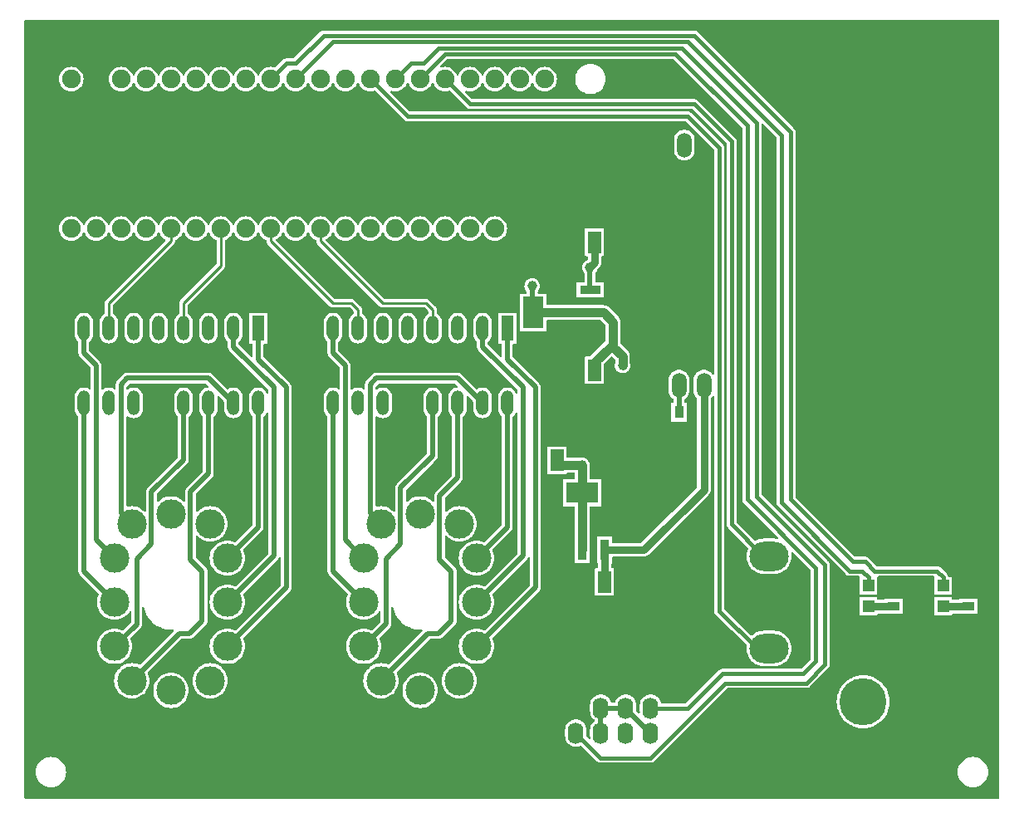
<source format=gbr>
G04 --- HEADER BEGIN --- *
%TF.GenerationSoftware,LibrePCB,LibrePCB,0.1.3*%
%TF.CreationDate,2019-12-12T00:41:35*%
%TF.ProjectId,Nixie Counter - default,cfaec193-39cb-4766-881d-db9368be8cff,v1*%
%TF.Part,Single*%
%FSLAX66Y66*%
%MOMM*%
G01*
G74*
G04 --- HEADER END --- *
G04 --- APERTURE LIST BEGIN --- *
%ADD10C,3.0*%
%ADD11R,1.3X0.95*%
%ADD12R,1.35X2.2*%
%ADD13R,0.95X1.3*%
%ADD14R,3.25X2.15*%
%ADD15R,0.95X2.15*%
%ADD16O,1.27X2.54*%
%ADD17R,1.27X2.54*%
%ADD18R,1.2X1.2*%
%ADD19O,1.587X2.19*%
%ADD20R,1.587X2.19*%
%ADD21C,1.9*%
%ADD22R,2.15X3.25*%
%ADD23R,2.15X0.95*%
%ADD24O,4.0X3.0*%
%ADD25O,1.5X2.54*%
%ADD26C,4.8*%
%ADD27C,0.8*%
%ADD28C,1.0*%
%ADD29C,0.5*%
%ADD30C,0.4*%
%ADD31C,0.9*%
%ADD32C,0.25*%
%ADD33C,0.0*%
G04 --- APERTURE LIST END --- *
G04 --- BOARD BEGIN --- *
D10*
X19240000Y12320000D03*
X20990000Y20320000D03*
X19240000Y28320000D03*
X15240000Y11320000D03*
X20990000Y15820000D03*
X11240000Y12320000D03*
X9490000Y24820000D03*
X9490000Y20320000D03*
X11240000Y28320000D03*
X9490000Y15820000D03*
X15240000Y29320000D03*
X20990000Y24820000D03*
D11*
X96520000Y19880000D03*
X96520000Y22030000D03*
D12*
X59450000Y22365264D03*
X59450000Y19545264D03*
D13*
X64886456Y39688000D03*
X67036456Y39688000D03*
D14*
X57150720Y31475360D03*
D15*
X54850720Y25675360D03*
X57150720Y25675360D03*
X59450720Y25675360D03*
D16*
X36830000Y48259984D03*
X49530000Y40639984D03*
X34290000Y40639984D03*
D17*
X49530000Y48259984D03*
D16*
X34290000Y48259984D03*
X44450000Y48259984D03*
X46990000Y48259984D03*
X44450000Y40639984D03*
X31750000Y48259984D03*
X41910000Y40639984D03*
X46990000Y40639984D03*
X39370000Y48259984D03*
X39370000Y40639984D03*
X41910000Y48259984D03*
X36830000Y40639984D03*
X31750000Y40639984D03*
D18*
X93980000Y22005000D03*
X93980000Y19905000D03*
D19*
X56515760Y6985104D03*
X59055760Y9525104D03*
X64135760Y9525104D03*
X61595760Y9525104D03*
X64135760Y6985104D03*
X59055760Y6985104D03*
X61595760Y6985104D03*
D20*
X56515760Y9525104D03*
D11*
X88900000Y19880000D03*
X88900000Y22030000D03*
D21*
X15240000Y58420000D03*
X40640000Y58420000D03*
X50800000Y58420000D03*
X45720000Y58420000D03*
X30480000Y73660000D03*
X45720000Y73660000D03*
X27940000Y58420000D03*
X7620000Y58420000D03*
X17780000Y58420000D03*
X53340000Y73660000D03*
X27940000Y73660000D03*
X35560000Y58420000D03*
X5080000Y73660000D03*
X35560000Y73660000D03*
X43180000Y58420000D03*
X25400000Y73660000D03*
X5080000Y58420000D03*
X50800000Y73660000D03*
X30480000Y58420000D03*
X33020000Y73660000D03*
X17780000Y73660000D03*
X12700000Y58420000D03*
X20320000Y58420000D03*
X10160000Y73660000D03*
X38100000Y58420000D03*
X40640000Y73660000D03*
X53340000Y58420000D03*
X22860000Y58420000D03*
X25400000Y58420000D03*
X48260000Y73660000D03*
X43180000Y73660000D03*
X38100000Y73660000D03*
X10160000Y58420000D03*
X15240000Y73660000D03*
X20320000Y73660000D03*
X12700000Y73660000D03*
X33020000Y58420000D03*
X7620000Y73660000D03*
X22860000Y73660000D03*
X48260000Y58420000D03*
D10*
X44640000Y12320000D03*
X46390000Y20320000D03*
X44640000Y28320000D03*
X40640000Y11320000D03*
X46390000Y15820000D03*
X36640000Y12320000D03*
X34890000Y24820000D03*
X34890000Y20320000D03*
X36640000Y28320000D03*
X34890000Y15820000D03*
X40640000Y29320000D03*
X46390000Y24820000D03*
D16*
X11430000Y48259984D03*
X24130000Y40639984D03*
X8890000Y40639984D03*
D17*
X24130000Y48259984D03*
D16*
X8890000Y48259984D03*
X19050000Y48259984D03*
X21590000Y48259984D03*
X19050000Y40639984D03*
X6350000Y48259984D03*
X16510000Y40639984D03*
X21590000Y40639984D03*
X13970000Y48259984D03*
X13970000Y40639984D03*
X16510000Y48259984D03*
X11430000Y40639984D03*
X6350000Y40639984D03*
D22*
X52186250Y49847500D03*
D23*
X57986250Y47547500D03*
X57986250Y49847500D03*
X57986250Y52147500D03*
D12*
X58420736Y43955544D03*
X58420736Y41135544D03*
D24*
X76199936Y15620000D03*
X76199936Y25020000D03*
X76199936Y20320000D03*
D25*
X67030992Y42428192D03*
X69570992Y42428192D03*
X65040992Y66928192D03*
X67580992Y66928192D03*
X64490992Y42428192D03*
D18*
X86360000Y22005000D03*
X86360000Y19905000D03*
D12*
X58420736Y57010736D03*
X58420736Y59830736D03*
X54610688Y34785448D03*
X54610688Y37605448D03*
D26*
X92311168Y10160064D03*
X88811168Y14960064D03*
X85811168Y10160064D03*
D27*
X62230000Y74295000D03*
X22860000Y71120000D03*
X69215000Y25400000D03*
X64770000Y74295000D03*
X76200000Y39370000D03*
X76200000Y33655000D03*
X69215000Y27940000D03*
D28*
X57150720Y34290424D03*
D27*
X76200000Y40640000D03*
D28*
X61277500Y44450000D03*
X52070000Y52546250D03*
D27*
X25400000Y71120000D03*
X73025000Y78740000D03*
X63500000Y74295000D03*
X67945000Y36195000D03*
X22860000Y76200000D03*
X74295000Y28575000D03*
X24130000Y71120000D03*
X71755000Y78740000D03*
X67945000Y37465000D03*
X69215000Y26670000D03*
D28*
X57943750Y54451250D03*
D27*
X59690000Y68580000D03*
X76200000Y32385000D03*
X25400000Y76200000D03*
X58420000Y68580000D03*
X70485000Y78740000D03*
X76200000Y38100000D03*
X24130000Y76200000D03*
X73660000Y29210000D03*
X67945000Y34925000D03*
D29*
X34890000Y24820000D02*
X34925440Y24765312D01*
X34925440Y24765312D02*
X33020000Y26670752D01*
X33020416Y44450560D02*
X33020416Y38417984D01*
X31750000Y45720976D02*
X33020416Y44450560D01*
X31750000Y48259984D02*
X31750000Y45720976D01*
X33020416Y38417984D02*
X33020000Y26670752D01*
D30*
X78422500Y68262500D02*
X78422500Y30797500D01*
X86995000Y23495000D02*
X93345000Y23495000D01*
X78422500Y30797500D02*
X84772500Y24447500D01*
X30797500Y78105000D02*
X27940000Y75247500D01*
X84772500Y24447500D02*
X86042500Y24447500D01*
X86042500Y24447500D02*
X86995000Y23495000D01*
X93980000Y22860000D02*
X93980000Y22225000D01*
X25400000Y73660000D02*
X26987500Y75247500D01*
X93345000Y23495000D02*
X93980000Y22860000D01*
X93980000Y22005000D02*
X93980000Y22225000D01*
X68580000Y78105000D02*
X78422500Y68262500D01*
X27940000Y75247500D02*
X26987500Y75247500D01*
X30797500Y78105000D02*
X68580000Y78105000D01*
X85725000Y23495000D02*
X86360000Y22860000D01*
X77470000Y30480000D02*
X77470000Y67945000D01*
X77470000Y30480000D02*
X84455000Y23495000D01*
X67945000Y77470000D02*
X31750000Y77470000D01*
X84455000Y23495000D02*
X85725000Y23495000D01*
X27940000Y73660000D02*
X31750000Y77470000D01*
X77470000Y67945000D02*
X67945000Y77470000D01*
X86360000Y22860000D02*
X86360000Y22005000D01*
D29*
X37147968Y24765312D02*
X38656112Y26273456D01*
X38656112Y31988528D02*
X41593024Y34925440D01*
X41910528Y35242944D02*
X41910528Y40640512D01*
X41593024Y34925440D02*
X41910528Y35242944D01*
X38656112Y26273456D02*
X38656112Y29845376D01*
X38656112Y29845376D02*
X38656112Y31988528D01*
X37147968Y18097728D02*
X37147968Y24765312D01*
X34890000Y15839760D02*
X37147968Y18097728D01*
X34890000Y15820000D02*
X34890000Y15839760D01*
X41910000Y40639984D02*
X41910528Y40640512D01*
D31*
X57150720Y34290424D02*
X54610688Y34290424D01*
X57150720Y31475360D02*
X57150720Y34290424D01*
X57150720Y31475360D02*
X57150720Y25675360D01*
X54610688Y34785448D02*
X54610688Y34290424D01*
D29*
X59055760Y6985104D02*
X59055000Y6985864D01*
D31*
X60325760Y46355584D02*
X60008084Y46355584D01*
D29*
X52070000Y50006250D02*
X52186250Y49847500D01*
D31*
X58420736Y43955544D02*
X58420736Y44766764D01*
X59373876Y49847500D02*
X60325760Y48895616D01*
X57985622Y49848128D02*
X52186250Y49847500D01*
D29*
X61595760Y9525104D02*
X59055864Y9525000D01*
X59055000Y6985864D02*
X59055864Y9525000D01*
X61595760Y9525104D02*
X64135000Y6985864D01*
D31*
X57986250Y49847500D02*
X59373876Y49847500D01*
D29*
X59055760Y9525104D02*
X59055864Y9525000D01*
X52070000Y52546250D02*
X52070000Y50006250D01*
D31*
X60008084Y46355584D02*
X58420736Y44766764D01*
D29*
X64135760Y6985104D02*
X64135000Y6985864D01*
D31*
X60325760Y48895616D02*
X60325760Y46355584D01*
X61277500Y45403844D02*
X61277500Y44450000D01*
X57986250Y49847500D02*
X57985622Y49848128D01*
X60325760Y46355584D02*
X61277500Y45403844D01*
X58420736Y43955544D02*
X58420736Y44766764D01*
D29*
X52388160Y21818160D02*
X52388160Y35242944D01*
X52388160Y35242944D02*
X52388160Y42228032D01*
X46390000Y15820000D02*
X52388160Y21818160D01*
X52388160Y42228032D02*
X49530624Y45085568D01*
X49530000Y48259984D02*
X49530624Y45085568D01*
X51118144Y25048144D02*
X51118144Y26670336D01*
X46990000Y48259984D02*
X46990592Y46355584D01*
X51118144Y26670336D02*
X51118144Y42228032D01*
X51118144Y42228032D02*
X46990592Y46355584D01*
X46390000Y20320000D02*
X51118144Y25048144D01*
X36640000Y28320000D02*
X35560448Y29368302D01*
X46990000Y40639984D02*
X44450560Y43180544D01*
X35560448Y39052992D02*
X35560448Y42545536D01*
X35560448Y42545536D02*
X36195456Y43180544D01*
X36195456Y43180544D02*
X44450560Y43180544D01*
X35560448Y39052992D02*
X35560448Y29368302D01*
D30*
X68580864Y71119136D02*
X72390912Y67310848D01*
X43180000Y73660000D02*
X45720000Y71120000D01*
X45720000Y71120000D02*
X68580000Y71120000D01*
X76199936Y25020000D02*
X75627500Y25020000D01*
X75627500Y25020000D02*
X72390912Y28257856D01*
X68580864Y71120896D02*
X68580864Y71119136D01*
X76199936Y25020000D02*
X75627500Y25020000D01*
X72390912Y67310848D02*
X72390912Y28257856D01*
X68580000Y71120000D02*
X68580864Y71120896D01*
D29*
X67030992Y42428192D02*
X67037993Y42421191D01*
X67036456Y39688000D02*
X67037993Y42421191D01*
X42545536Y17145216D02*
X43815552Y18415232D01*
X43815552Y18415232D02*
X43815552Y23495296D01*
X44450000Y40639984D02*
X44450560Y40640512D01*
X41434272Y17145216D02*
X42545536Y17145216D01*
X36640000Y12350944D02*
X41434272Y17145216D01*
X43815552Y23495296D02*
X42624912Y24685936D01*
X36640000Y12320000D02*
X36640000Y12350944D01*
X42624912Y24685936D02*
X42624912Y30321632D01*
X42624912Y31194768D02*
X44450560Y33020416D01*
X42624912Y30321632D02*
X42624912Y31194768D01*
X44450560Y33020416D02*
X44450560Y40640512D01*
D32*
X25400000Y58420000D02*
X25400000Y57150000D01*
X31750000Y50800000D02*
X33655000Y50800000D01*
X34290000Y50165000D02*
X34290000Y48260000D01*
X33655000Y50800000D02*
X34290000Y50165000D01*
X25400000Y57150000D02*
X31750000Y50800000D01*
X34290000Y48259984D02*
X34290000Y48260000D01*
D29*
X46390000Y24820000D02*
X49530624Y27960624D01*
X49530000Y40639984D02*
X49530624Y27960624D01*
X6350000Y40639984D02*
X6350000Y23495376D01*
X9490000Y20320000D02*
X6350000Y23495376D01*
D30*
X35560000Y73660000D02*
X39370000Y69850000D01*
X71120896Y19367884D02*
X71120896Y19366604D01*
X67945000Y69850000D02*
X67946736Y69850000D01*
X76199936Y15620000D02*
X74992500Y15620000D01*
X71120896Y19366604D02*
X74992500Y15620000D01*
X71120896Y66675840D02*
X71120896Y19367884D01*
X39370000Y69850000D02*
X67945000Y69850000D01*
X76199936Y15620000D02*
X74992500Y15620000D01*
X67946736Y69850000D02*
X71120896Y66675840D01*
D27*
X88900000Y19880000D02*
X86360000Y19880000D01*
X86360000Y19905000D02*
X86360000Y19880000D01*
D32*
X36830000Y50800000D02*
X39370000Y50800000D01*
X41910000Y48259984D02*
X41910000Y48260000D01*
X41275000Y50800000D02*
X41910000Y50165000D01*
X30480000Y58420000D02*
X30480000Y57150000D01*
X41910000Y50165000D02*
X41910000Y48260000D01*
X39370000Y50800000D02*
X41275000Y50800000D01*
X30480000Y57150000D02*
X36830000Y50800000D01*
D30*
X64135760Y9525104D02*
X67944896Y9525104D01*
X73977496Y30797504D02*
X73977496Y68897504D01*
X66675000Y76200000D02*
X73977496Y68897504D01*
X71437500Y13017500D02*
X79692500Y13017500D01*
X67944896Y9525104D02*
X67945104Y9525104D01*
X43180000Y76200000D02*
X66675000Y76200000D01*
X67945104Y9525104D02*
X71437500Y13017500D01*
X40640000Y73660000D02*
X43180000Y76200000D01*
X80962500Y14287500D02*
X79692500Y13017500D01*
X80962500Y14287500D02*
X80962496Y23812504D01*
X67944896Y9525104D02*
X67945000Y9525000D01*
X73977496Y30797504D02*
X80962496Y23812504D01*
D29*
X17224592Y31591648D02*
X19050240Y33417296D01*
X17145216Y17145216D02*
X18415232Y18415232D01*
X19050000Y40639984D02*
X19050240Y33417296D01*
X18415232Y18415232D02*
X18415232Y23495296D01*
X16065216Y17145216D02*
X17145216Y17145216D01*
X11240000Y12320000D02*
X16065216Y17145216D01*
X18415232Y23495296D02*
X17224592Y24685936D01*
X17224592Y24685936D02*
X17224592Y31591648D01*
X16510000Y40639984D02*
X16510208Y34846064D01*
X11747648Y18077648D02*
X11747648Y24765312D01*
X13255792Y31591648D02*
X16510208Y34846064D01*
X13255792Y26273456D02*
X13255792Y31591648D01*
X9490000Y15820000D02*
X11747648Y18077648D01*
X11747648Y24765312D02*
X13255792Y26273456D01*
D27*
X96520000Y19880000D02*
X93980000Y19880000D01*
X93980000Y19905000D02*
X93980000Y19880000D01*
D29*
X31750000Y40639984D02*
X31750000Y23495696D01*
X34890000Y20320000D02*
X31750000Y23495696D01*
D27*
X69570992Y42428192D02*
X69570992Y32105520D01*
X69570992Y32105520D02*
X69570992Y31788016D01*
D29*
X57943750Y54451250D02*
X57943750Y52070000D01*
D27*
X59450000Y22365264D02*
X59452624Y22463408D01*
X58420736Y57010736D02*
X58420736Y54928236D01*
D29*
X57986250Y52147500D02*
X57943750Y52070000D01*
D27*
X59452624Y25678136D02*
X59452624Y22463408D01*
X63461112Y25678136D02*
X59452624Y25678136D01*
X57943750Y54451250D02*
X58420736Y54928236D01*
X59450720Y25675360D02*
X59452624Y25678136D01*
X69570992Y31788016D02*
X63461112Y25678136D01*
D32*
X8890000Y50165000D02*
X8890000Y50800000D01*
X8890000Y50165000D02*
X8890000Y48260000D01*
X15240000Y57150000D02*
X8890000Y50800000D01*
X8890000Y48259984D02*
X8890000Y48260000D01*
X15240000Y57150000D02*
X15240000Y58420000D01*
D30*
X56515760Y6985104D02*
X59055000Y4445000D01*
X74930000Y69215000D02*
X74930000Y31115000D01*
X42545000Y76835000D02*
X40957500Y75247500D01*
X42545000Y76835000D02*
X67310000Y76835000D01*
X81915000Y13970000D02*
X81915000Y24130000D01*
X74930000Y69215000D02*
X67310000Y76835000D01*
X65405000Y5715000D02*
X68262496Y8572496D01*
X65405000Y5715000D02*
X64135000Y4445000D01*
X39687500Y75247500D02*
X38100000Y73660000D01*
X71755000Y12065000D02*
X80010000Y12065000D01*
X68262496Y8572496D02*
X71755000Y12065000D01*
X81915000Y13970000D02*
X80010000Y12065000D01*
X64135000Y4445000D02*
X59055000Y4445000D01*
X81915000Y24130000D02*
X74930000Y31115000D01*
X39687500Y75247500D02*
X40957500Y75247500D01*
D29*
X6350080Y45720576D02*
X6350080Y47943104D01*
X9490000Y24820000D02*
X7620000Y26690000D01*
X7620096Y38417984D02*
X7620000Y26690000D01*
X6350000Y48259984D02*
X6350080Y47943104D01*
X7620096Y38417984D02*
X7620096Y44450560D01*
X7620096Y44450560D02*
X6350080Y45720576D01*
X20990000Y24820000D02*
X24130304Y27960304D01*
X24130000Y40639984D02*
X24130304Y27960304D01*
X24130000Y48259984D02*
X24130304Y45085568D01*
X20990000Y15820000D02*
X26987840Y21817840D01*
X26987840Y21817840D02*
X26987840Y42228032D01*
X26987840Y42228032D02*
X24130304Y45085568D01*
X25717824Y42228032D02*
X21590272Y46355584D01*
X25717824Y40640512D02*
X25717824Y42228032D01*
X25717824Y25047824D02*
X25717824Y40640512D01*
X20990000Y20320000D02*
X25717824Y25047824D01*
X21590000Y48259984D02*
X21590272Y46355584D01*
X10160128Y39052992D02*
X10160128Y42545536D01*
X10160128Y42545536D02*
X10795136Y43180544D01*
X10160128Y39052992D02*
X10160128Y29368622D01*
X11240000Y28320000D02*
X10160128Y29368622D01*
X21590000Y40639984D02*
X19050240Y43180544D01*
X10795136Y43180544D02*
X19050240Y43180544D01*
D32*
X20320000Y57150000D02*
X20320000Y54610000D01*
X20320000Y54610000D02*
X16510000Y50800000D01*
X20320000Y58420000D02*
X20320000Y57150000D01*
X16510000Y50800000D02*
X16510000Y48260000D01*
X16510000Y48259984D02*
X16510000Y48260000D01*
D33*
G36*
X74853322Y26603352D02*
X74949053Y26655625D01*
X74955537Y26658586D01*
X75189468Y26745838D01*
X75196308Y26747847D01*
X75440276Y26800918D01*
X75447338Y26801933D01*
X75698156Y26819873D01*
X75701718Y26820000D01*
X76698154Y26820000D01*
X76701716Y26819873D01*
X76952533Y26801933D01*
X76959592Y26800919D01*
X77019644Y26787855D01*
X77081761Y26794299D01*
X77127942Y26836338D01*
X77140177Y26897578D01*
X77111612Y26956281D01*
X73625658Y30442235D01*
X73625174Y30443733D01*
X73620260Y30448748D01*
X73581894Y30498748D01*
X73547394Y30543708D01*
X73543432Y30550042D01*
X73497041Y30662040D01*
X73493678Y30674589D01*
X73477922Y30794267D01*
X73477496Y30800773D01*
X73477496Y68648975D01*
X73448207Y68719686D01*
X66497182Y75670711D01*
X66426471Y75700000D01*
X43428529Y75700000D01*
X43357818Y75670711D01*
X42701158Y75014051D01*
X42672996Y74958311D01*
X42683394Y74896733D01*
X42728298Y74853332D01*
X42797751Y74846747D01*
X42958720Y74889879D01*
X42967295Y74891390D01*
X43175645Y74909619D01*
X43184355Y74909619D01*
X43392704Y74891390D01*
X43401279Y74889879D01*
X43603311Y74835744D01*
X43611480Y74832771D01*
X43801045Y74744375D01*
X43808576Y74740027D01*
X43979908Y74620059D01*
X43986569Y74614470D01*
X44134470Y74466569D01*
X44140059Y74459908D01*
X44260027Y74288576D01*
X44264375Y74281045D01*
X44352771Y74091479D01*
X44356032Y74082521D01*
X44394649Y74033443D01*
X44454853Y74016845D01*
X44513164Y74039201D01*
X44543970Y74082528D01*
X44547227Y74091477D01*
X44635624Y74281045D01*
X44639972Y74288576D01*
X44759940Y74459908D01*
X44765529Y74466569D01*
X44913432Y74614472D01*
X44920091Y74620059D01*
X45091422Y74740026D01*
X45098954Y74744375D01*
X45288519Y74832771D01*
X45296688Y74835744D01*
X45498720Y74889879D01*
X45507295Y74891390D01*
X45715645Y74909619D01*
X45724355Y74909619D01*
X45932704Y74891390D01*
X45941279Y74889879D01*
X46143311Y74835744D01*
X46151480Y74832771D01*
X46341045Y74744375D01*
X46348576Y74740027D01*
X46519908Y74620059D01*
X46526569Y74614470D01*
X46674470Y74466569D01*
X46680059Y74459908D01*
X46800027Y74288576D01*
X46804375Y74281045D01*
X46892771Y74091479D01*
X46896032Y74082521D01*
X46934649Y74033443D01*
X46994853Y74016845D01*
X47053164Y74039201D01*
X47083970Y74082528D01*
X47087227Y74091477D01*
X47175624Y74281045D01*
X47179972Y74288576D01*
X47299940Y74459908D01*
X47305529Y74466569D01*
X47453432Y74614472D01*
X47460091Y74620059D01*
X47631422Y74740026D01*
X47638954Y74744375D01*
X47828519Y74832771D01*
X47836688Y74835744D01*
X48038720Y74889879D01*
X48047295Y74891390D01*
X48255645Y74909619D01*
X48264355Y74909619D01*
X48472704Y74891390D01*
X48481279Y74889879D01*
X48683311Y74835744D01*
X48691480Y74832771D01*
X48881045Y74744375D01*
X48888576Y74740027D01*
X49059908Y74620059D01*
X49066569Y74614470D01*
X49214470Y74466569D01*
X49220059Y74459908D01*
X49340027Y74288576D01*
X49344375Y74281045D01*
X49432771Y74091479D01*
X49436032Y74082521D01*
X49474649Y74033443D01*
X49534853Y74016845D01*
X49593164Y74039201D01*
X49623970Y74082528D01*
X49627227Y74091477D01*
X49715624Y74281045D01*
X49719972Y74288576D01*
X49839940Y74459908D01*
X49845529Y74466569D01*
X49993432Y74614472D01*
X50000091Y74620059D01*
X50171422Y74740026D01*
X50178954Y74744375D01*
X50368519Y74832771D01*
X50376688Y74835744D01*
X50578720Y74889879D01*
X50587295Y74891390D01*
X50795645Y74909619D01*
X50804355Y74909619D01*
X51012704Y74891390D01*
X51021279Y74889879D01*
X51223311Y74835744D01*
X51231480Y74832771D01*
X51421045Y74744375D01*
X51428576Y74740027D01*
X51599908Y74620059D01*
X51606569Y74614470D01*
X51754470Y74466569D01*
X51760059Y74459908D01*
X51880027Y74288576D01*
X51884375Y74281045D01*
X51972771Y74091479D01*
X51976032Y74082521D01*
X52014649Y74033443D01*
X52074853Y74016845D01*
X52133164Y74039201D01*
X52163970Y74082528D01*
X52167227Y74091477D01*
X52255624Y74281045D01*
X52259972Y74288576D01*
X52379940Y74459908D01*
X52385529Y74466569D01*
X52533432Y74614472D01*
X52540091Y74620059D01*
X52711422Y74740026D01*
X52718954Y74744375D01*
X52908519Y74832771D01*
X52916688Y74835744D01*
X53118720Y74889879D01*
X53127295Y74891390D01*
X53335645Y74909619D01*
X53344355Y74909619D01*
X53552704Y74891390D01*
X53561279Y74889879D01*
X53763311Y74835744D01*
X53771480Y74832771D01*
X53961045Y74744375D01*
X53968576Y74740027D01*
X54139908Y74620059D01*
X54146569Y74614470D01*
X54294470Y74466569D01*
X54300059Y74459908D01*
X54420027Y74288576D01*
X54424375Y74281045D01*
X54512771Y74091480D01*
X54515744Y74083311D01*
X54569879Y73881279D01*
X54571390Y73872704D01*
X54589619Y73664355D01*
X54589619Y73655645D01*
X54571390Y73447295D01*
X54569879Y73438720D01*
X54515744Y73236688D01*
X54512771Y73228519D01*
X54424375Y73038954D01*
X54420026Y73031422D01*
X54300059Y72860091D01*
X54294472Y72853432D01*
X54146569Y72705529D01*
X54139908Y72699940D01*
X53968576Y72579972D01*
X53961045Y72575624D01*
X53771480Y72487228D01*
X53763311Y72484255D01*
X53561277Y72430120D01*
X53552705Y72428609D01*
X53344355Y72410381D01*
X53335645Y72410381D01*
X53127294Y72428609D01*
X53118722Y72430120D01*
X52916688Y72484255D01*
X52908519Y72487228D01*
X52718954Y72575624D01*
X52711422Y72579973D01*
X52540091Y72699940D01*
X52533432Y72705527D01*
X52385527Y72853432D01*
X52379940Y72860091D01*
X52259973Y73031422D01*
X52255624Y73038954D01*
X52167228Y73228520D01*
X52163967Y73237478D01*
X52125350Y73286556D01*
X52065146Y73303154D01*
X52006835Y73280798D01*
X51976029Y73237471D01*
X51972772Y73228522D01*
X51884375Y73038954D01*
X51880026Y73031422D01*
X51760059Y72860091D01*
X51754472Y72853432D01*
X51606569Y72705529D01*
X51599908Y72699940D01*
X51428576Y72579972D01*
X51421045Y72575624D01*
X51231480Y72487228D01*
X51223311Y72484255D01*
X51021277Y72430120D01*
X51012705Y72428609D01*
X50804355Y72410381D01*
X50795645Y72410381D01*
X50587294Y72428609D01*
X50578722Y72430120D01*
X50376688Y72484255D01*
X50368519Y72487228D01*
X50178954Y72575624D01*
X50171422Y72579973D01*
X50000091Y72699940D01*
X49993432Y72705527D01*
X49845527Y72853432D01*
X49839940Y72860091D01*
X49719973Y73031422D01*
X49715624Y73038954D01*
X49627228Y73228520D01*
X49623967Y73237478D01*
X49585350Y73286556D01*
X49525146Y73303154D01*
X49466835Y73280798D01*
X49436029Y73237471D01*
X49432772Y73228522D01*
X49344375Y73038954D01*
X49340026Y73031422D01*
X49220059Y72860091D01*
X49214472Y72853432D01*
X49066569Y72705529D01*
X49059908Y72699940D01*
X48888576Y72579972D01*
X48881045Y72575624D01*
X48691480Y72487228D01*
X48683311Y72484255D01*
X48481277Y72430120D01*
X48472705Y72428609D01*
X48264355Y72410381D01*
X48255645Y72410381D01*
X48047294Y72428609D01*
X48038722Y72430120D01*
X47836688Y72484255D01*
X47828519Y72487228D01*
X47638954Y72575624D01*
X47631422Y72579973D01*
X47460091Y72699940D01*
X47453432Y72705527D01*
X47305527Y72853432D01*
X47299940Y72860091D01*
X47179973Y73031422D01*
X47175624Y73038954D01*
X47087228Y73228520D01*
X47083967Y73237478D01*
X47045350Y73286556D01*
X46985146Y73303154D01*
X46926835Y73280798D01*
X46896029Y73237471D01*
X46892772Y73228522D01*
X46804375Y73038954D01*
X46800026Y73031422D01*
X46680059Y72860091D01*
X46674472Y72853432D01*
X46526569Y72705529D01*
X46519908Y72699940D01*
X46348576Y72579972D01*
X46341045Y72575624D01*
X46151480Y72487228D01*
X46143311Y72484255D01*
X45941277Y72430120D01*
X45932705Y72428609D01*
X45724355Y72410381D01*
X45715645Y72410381D01*
X45507294Y72428609D01*
X45498722Y72430120D01*
X45337752Y72473252D01*
X45275399Y72469771D01*
X45227270Y72429977D01*
X45212135Y72369389D01*
X45241159Y72305948D01*
X45897818Y71649289D01*
X45968529Y71620000D01*
X57996086Y71620000D01*
X57996086Y72110308D01*
X57761435Y72128775D01*
X57753711Y72129999D01*
X57524846Y72184944D01*
X57517391Y72187367D01*
X57299943Y72277436D01*
X57292966Y72280991D01*
X57092283Y72403969D01*
X57085941Y72408577D01*
X56906979Y72561426D01*
X56901426Y72566979D01*
X56748577Y72745941D01*
X56743969Y72752283D01*
X56620991Y72952966D01*
X56617436Y72959943D01*
X56527367Y73177391D01*
X56524944Y73184846D01*
X56469999Y73413711D01*
X56468775Y73421435D01*
X56450308Y73656086D01*
X56450308Y73663914D01*
X56468775Y73898564D01*
X56469999Y73906288D01*
X56524944Y74135153D01*
X56527367Y74142608D01*
X56617436Y74360056D01*
X56620991Y74367033D01*
X56743969Y74567716D01*
X56748577Y74574058D01*
X56901426Y74753020D01*
X56906979Y74758573D01*
X57085941Y74911422D01*
X57092283Y74916030D01*
X57292966Y75039008D01*
X57299943Y75042563D01*
X57517391Y75132632D01*
X57524846Y75135055D01*
X57753711Y75190000D01*
X57761435Y75191224D01*
X57996087Y75209692D01*
X58003913Y75209692D01*
X58238564Y75191224D01*
X58246288Y75190000D01*
X58475153Y75135055D01*
X58482608Y75132632D01*
X58700056Y75042563D01*
X58707033Y75039008D01*
X58907716Y74916030D01*
X58914058Y74911422D01*
X59093020Y74758573D01*
X59098573Y74753020D01*
X59251422Y74574058D01*
X59256030Y74567716D01*
X59379008Y74367033D01*
X59382563Y74360056D01*
X59472632Y74142608D01*
X59475055Y74135153D01*
X59530000Y73906288D01*
X59531224Y73898564D01*
X59549692Y73663913D01*
X59549692Y73656087D01*
X59531224Y73421435D01*
X59530000Y73413711D01*
X59475055Y73184846D01*
X59472632Y73177391D01*
X59382563Y72959943D01*
X59379008Y72952966D01*
X59256030Y72752283D01*
X59251422Y72745941D01*
X59098573Y72566979D01*
X59093020Y72561426D01*
X58914058Y72408577D01*
X58907716Y72403969D01*
X58707033Y72280991D01*
X58700056Y72277436D01*
X58482608Y72187367D01*
X58475153Y72184944D01*
X58246288Y72129999D01*
X58238564Y72128775D01*
X58003914Y72110308D01*
X57996086Y72110308D01*
X57996086Y71620000D01*
X68566374Y71620000D01*
X68566374Y71620656D01*
X68567928Y71619886D01*
X68568121Y71619889D01*
X68570193Y71620041D01*
X68575574Y71620041D01*
X68577386Y71620057D01*
X68582336Y71620147D01*
X68584222Y71620040D01*
X68587365Y71620040D01*
X68640318Y71613068D01*
X68642124Y71612847D01*
X68694958Y71606866D01*
X68697978Y71606116D01*
X68699914Y71605749D01*
X68704893Y71604415D01*
X68706653Y71603961D01*
X68711475Y71602763D01*
X68713290Y71602165D01*
X68716320Y71601353D01*
X68765668Y71580912D01*
X68767355Y71580232D01*
X68816847Y71560778D01*
X68819564Y71559275D01*
X68821343Y71558418D01*
X68825824Y71555830D01*
X68827418Y71554929D01*
X68831751Y71552532D01*
X68833348Y71551485D01*
X68836064Y71549917D01*
X68878431Y71517407D01*
X68879885Y71516312D01*
X68922663Y71484707D01*
X68924897Y71482553D01*
X68926380Y71481276D01*
X68930017Y71477639D01*
X68931318Y71476362D01*
X68934916Y71472893D01*
X68936193Y71471463D01*
X68940968Y71466688D01*
X68944854Y71462258D01*
X72742150Y67666716D01*
X72746293Y67662017D01*
X72783658Y67613322D01*
X72783681Y67613310D01*
X72783673Y67613304D01*
X72819925Y67566081D01*
X72824415Y67558297D01*
X72824459Y67558220D01*
X72826413Y67554839D01*
X72848988Y67500338D01*
X72848997Y67500316D01*
X72871502Y67446020D01*
X72872951Y67440548D01*
X72873108Y67439962D01*
X72874671Y67434201D01*
X72882658Y67373539D01*
X72882661Y67373516D01*
X72890497Y67314100D01*
X72890912Y67307645D01*
X72890912Y28506317D01*
X72920187Y28435620D01*
X74734672Y26620423D01*
X74790406Y26592250D01*
X74853322Y26603352D01*
G37*
G36*
X12652399Y29546253D02*
X12695800Y29591157D01*
X12705792Y29634728D01*
X12705792Y31588378D01*
X12706218Y31594887D01*
X12723677Y31727504D01*
X12727039Y31740051D01*
X12746907Y31788016D01*
X12776969Y31860592D01*
X12783470Y31871851D01*
X12864890Y31977959D01*
X12869196Y31982870D01*
X15930911Y35044585D01*
X15960200Y35115300D01*
X15960052Y39205289D01*
X15923491Y39282586D01*
X15852657Y39340718D01*
X15845738Y39347637D01*
X15735692Y39481727D01*
X15730258Y39489859D01*
X15648486Y39642845D01*
X15644747Y39651872D01*
X15594391Y39817872D01*
X15592484Y39827461D01*
X15575240Y40002544D01*
X15575000Y40007441D01*
X15575000Y41272527D01*
X15575240Y41277424D01*
X15592484Y41452506D01*
X15594391Y41462095D01*
X15644747Y41628095D01*
X15648486Y41637122D01*
X15730258Y41790108D01*
X15735692Y41798240D01*
X15845738Y41932330D01*
X15852653Y41939245D01*
X15986743Y42049291D01*
X15994875Y42054725D01*
X16147861Y42136497D01*
X16156888Y42140236D01*
X16322884Y42190591D01*
X16332485Y42192500D01*
X16505106Y42209502D01*
X16514894Y42209502D01*
X16687514Y42192500D01*
X16697115Y42190591D01*
X16863111Y42140236D01*
X16872138Y42136497D01*
X17025124Y42054725D01*
X17033256Y42049291D01*
X17167346Y41939245D01*
X17174261Y41932330D01*
X17284307Y41798240D01*
X17289741Y41790108D01*
X17371513Y41637122D01*
X17375252Y41628095D01*
X17425607Y41462099D01*
X17427516Y41452498D01*
X17444759Y41277427D01*
X17445000Y41272534D01*
X17445000Y40007434D01*
X17444759Y40002541D01*
X17427516Y39827469D01*
X17425607Y39817868D01*
X17375252Y39651872D01*
X17371513Y39642845D01*
X17289741Y39489859D01*
X17284307Y39481727D01*
X17174261Y39347637D01*
X17167346Y39340722D01*
X17096611Y39282671D01*
X17060051Y39205366D01*
X17060208Y34849636D01*
X17059658Y34841892D01*
X17052227Y34785448D01*
X17052227Y34785446D01*
X17042438Y34711073D01*
X17041029Y34706150D01*
X17040184Y34703007D01*
X17038657Y34696931D01*
X17005068Y34615839D01*
X17005068Y34615836D01*
X17005067Y34615836D01*
X16989426Y34578072D01*
X16988111Y34575896D01*
X16986455Y34573052D01*
X16982139Y34565351D01*
X16923025Y34488312D01*
X16923022Y34488309D01*
X16901072Y34459701D01*
X16896821Y34454859D01*
X13835081Y31393119D01*
X13805792Y31322408D01*
X13805792Y30666313D01*
X13825292Y30606986D01*
X13876187Y30570796D01*
X13938628Y30571858D01*
X13976503Y30595602D01*
X14058726Y30677825D01*
X14064109Y30682490D01*
X14263985Y30832114D01*
X14269982Y30835968D01*
X14489117Y30955625D01*
X14495601Y30958586D01*
X14729532Y31045838D01*
X14736372Y31047847D01*
X14980340Y31100918D01*
X14987402Y31101933D01*
X15236435Y31119745D01*
X15243565Y31119745D01*
X15492597Y31101933D01*
X15499659Y31100918D01*
X15743627Y31047847D01*
X15750467Y31045838D01*
X15984398Y30958586D01*
X15990882Y30955625D01*
X16210017Y30835968D01*
X16216014Y30832114D01*
X16415890Y30682490D01*
X16421273Y30677825D01*
X16503881Y30595217D01*
X16559621Y30567055D01*
X16621199Y30577453D01*
X16664600Y30622357D01*
X16674592Y30665928D01*
X16674592Y31588378D01*
X16675018Y31594887D01*
X16692477Y31727506D01*
X16695838Y31740048D01*
X16745771Y31860596D01*
X16752267Y31871847D01*
X16833689Y31977957D01*
X16837995Y31982868D01*
X18470943Y33615816D01*
X18500232Y33686530D01*
X18500048Y39205291D01*
X18463488Y39282589D01*
X18392653Y39340722D01*
X18385738Y39347637D01*
X18275692Y39481727D01*
X18270258Y39489859D01*
X18188486Y39642845D01*
X18184747Y39651872D01*
X18134391Y39817872D01*
X18132484Y39827461D01*
X18115240Y40002544D01*
X18115000Y40007441D01*
X18115000Y41272527D01*
X18115240Y41277424D01*
X18132484Y41452506D01*
X18134391Y41462095D01*
X18184747Y41628095D01*
X18188486Y41637122D01*
X18270258Y41790108D01*
X18275692Y41798240D01*
X18385738Y41932330D01*
X18392653Y41939245D01*
X18526743Y42049291D01*
X18534875Y42054725D01*
X18687861Y42136497D01*
X18696888Y42140236D01*
X18862884Y42190591D01*
X18872485Y42192500D01*
X19015147Y42206551D01*
X19072277Y42231772D01*
X19103304Y42285969D01*
X19096127Y42348005D01*
X19076067Y42376768D01*
X18851663Y42601243D01*
X18780941Y42630544D01*
X11064375Y42630544D01*
X10993664Y42601255D01*
X10739417Y42347008D01*
X10710128Y42276297D01*
X10710128Y42099366D01*
X10729628Y42040039D01*
X10780523Y42003849D01*
X10842964Y42004911D01*
X10873567Y42022065D01*
X10906738Y42049288D01*
X10914875Y42054725D01*
X11067861Y42136497D01*
X11076888Y42140236D01*
X11242884Y42190591D01*
X11252485Y42192500D01*
X11425106Y42209502D01*
X11434894Y42209502D01*
X11607514Y42192500D01*
X11617115Y42190591D01*
X11783111Y42140236D01*
X11792138Y42136497D01*
X11945124Y42054725D01*
X11953256Y42049291D01*
X12087346Y41939245D01*
X12094261Y41932330D01*
X12204307Y41798240D01*
X12209741Y41790108D01*
X12291513Y41637122D01*
X12295252Y41628095D01*
X12345607Y41462099D01*
X12347516Y41452498D01*
X12364759Y41277427D01*
X12365000Y41272534D01*
X12365000Y40007434D01*
X12364759Y40002541D01*
X12347516Y39827469D01*
X12345607Y39817868D01*
X12295252Y39651872D01*
X12291513Y39642845D01*
X12209741Y39489859D01*
X12204307Y39481727D01*
X12094261Y39347637D01*
X12087346Y39340722D01*
X11953256Y39230676D01*
X11945124Y39225242D01*
X11792138Y39143470D01*
X11783111Y39139731D01*
X11617111Y39089375D01*
X11607522Y39087468D01*
X11434884Y39070465D01*
X11425116Y39070465D01*
X11252477Y39087468D01*
X11242888Y39089375D01*
X11076888Y39139731D01*
X11067861Y39143470D01*
X10914875Y39225242D01*
X10906738Y39230679D01*
X10873567Y39257902D01*
X10815336Y39280465D01*
X10755073Y39264082D01*
X10716282Y39215140D01*
X10710128Y39180601D01*
X10710128Y30166230D01*
X10729628Y30106903D01*
X10780523Y30070713D01*
X10831384Y30068515D01*
X10980340Y30100918D01*
X10987402Y30101933D01*
X11236435Y30119745D01*
X11243565Y30119745D01*
X11492597Y30101933D01*
X11499659Y30100918D01*
X11743627Y30047847D01*
X11750467Y30045838D01*
X11984398Y29958586D01*
X11990882Y29955625D01*
X12210017Y29835968D01*
X12216014Y29832114D01*
X12415890Y29682490D01*
X12421273Y29677825D01*
X12535081Y29564017D01*
X12590821Y29535855D01*
X12652399Y29546253D01*
G37*
G36*
X38052719Y29545933D02*
X38096120Y29590837D01*
X38106112Y29634408D01*
X38106112Y31985258D01*
X38106538Y31991767D01*
X38123997Y32124382D01*
X38127359Y32136929D01*
X38133222Y32151082D01*
X38133223Y32151086D01*
X38177289Y32257472D01*
X38183790Y32268731D01*
X38265210Y32374839D01*
X38269516Y32379750D01*
X41204098Y35314332D01*
X41204131Y35314363D01*
X41331239Y35441471D01*
X41360528Y35512182D01*
X41360528Y39204893D01*
X41323968Y39282193D01*
X41252659Y39340716D01*
X41245738Y39347637D01*
X41135692Y39481727D01*
X41130258Y39489859D01*
X41048486Y39642845D01*
X41044747Y39651872D01*
X40994391Y39817872D01*
X40992484Y39827461D01*
X40975240Y40002544D01*
X40975000Y40007441D01*
X40975000Y41272527D01*
X40975240Y41277424D01*
X40992484Y41452506D01*
X40994391Y41462095D01*
X41044747Y41628095D01*
X41048486Y41637122D01*
X41130258Y41790108D01*
X41135692Y41798240D01*
X41245738Y41932330D01*
X41252653Y41939245D01*
X41386743Y42049291D01*
X41394875Y42054725D01*
X41547861Y42136497D01*
X41556888Y42140236D01*
X41722884Y42190591D01*
X41732485Y42192500D01*
X41905106Y42209502D01*
X41914894Y42209502D01*
X42087514Y42192500D01*
X42097115Y42190591D01*
X42263111Y42140236D01*
X42272138Y42136497D01*
X42425124Y42054725D01*
X42433256Y42049291D01*
X42567346Y41939245D01*
X42574261Y41932330D01*
X42684307Y41798240D01*
X42689741Y41790108D01*
X42771513Y41637122D01*
X42775252Y41628095D01*
X42825607Y41462099D01*
X42827516Y41452498D01*
X42844759Y41277427D01*
X42845000Y41272534D01*
X42845000Y40007434D01*
X42844759Y40002541D01*
X42827516Y39827469D01*
X42825607Y39817868D01*
X42775252Y39651872D01*
X42771513Y39642845D01*
X42689741Y39489859D01*
X42684307Y39481727D01*
X42574261Y39347637D01*
X42567346Y39340722D01*
X42497088Y39283062D01*
X42460528Y39205761D01*
X42460528Y35246225D01*
X42460099Y35239688D01*
X42442643Y35107092D01*
X42439279Y35094539D01*
X42389348Y34973996D01*
X42382852Y34962745D01*
X42303596Y34859456D01*
X42299168Y34855077D01*
X42297793Y34852393D01*
X41981947Y34536547D01*
X41981916Y34536514D01*
X39235401Y31789999D01*
X39206112Y31719288D01*
X39206112Y30666633D01*
X39225612Y30607306D01*
X39276507Y30571116D01*
X39338948Y30572178D01*
X39376823Y30595922D01*
X39458726Y30677825D01*
X39464109Y30682490D01*
X39663985Y30832114D01*
X39669982Y30835968D01*
X39889117Y30955625D01*
X39895601Y30958586D01*
X40129532Y31045838D01*
X40136372Y31047847D01*
X40380340Y31100918D01*
X40387402Y31101933D01*
X40636435Y31119745D01*
X40643565Y31119745D01*
X40892597Y31101933D01*
X40899659Y31100918D01*
X41143627Y31047847D01*
X41150467Y31045838D01*
X41384398Y30958586D01*
X41390882Y30955625D01*
X41610017Y30835968D01*
X41616014Y30832114D01*
X41815890Y30682490D01*
X41821273Y30677825D01*
X41904201Y30594897D01*
X41959941Y30566735D01*
X42021519Y30577133D01*
X42064920Y30622037D01*
X42074912Y30665608D01*
X42074912Y31191498D01*
X42075338Y31198007D01*
X42092797Y31330626D01*
X42096158Y31343168D01*
X42144830Y31460671D01*
X42153767Y31474046D01*
X42154841Y31477904D01*
X42234010Y31581078D01*
X42238316Y31585989D01*
X43871271Y33218944D01*
X43900560Y33289655D01*
X43900560Y39204867D01*
X43864000Y39282167D01*
X43792659Y39340716D01*
X43785738Y39347637D01*
X43675692Y39481727D01*
X43670258Y39489859D01*
X43588486Y39642845D01*
X43584747Y39651872D01*
X43534391Y39817872D01*
X43532484Y39827461D01*
X43515240Y40002544D01*
X43515000Y40007441D01*
X43515000Y41272527D01*
X43515240Y41277424D01*
X43532484Y41452506D01*
X43534391Y41462095D01*
X43584747Y41628095D01*
X43588486Y41637122D01*
X43670258Y41790108D01*
X43675692Y41798240D01*
X43785738Y41932330D01*
X43792653Y41939245D01*
X43926743Y42049291D01*
X43934875Y42054725D01*
X44087861Y42136497D01*
X44096888Y42140236D01*
X44262884Y42190591D01*
X44272485Y42192500D01*
X44415391Y42206575D01*
X44472521Y42231796D01*
X44503548Y42285993D01*
X44496371Y42348029D01*
X44476315Y42376788D01*
X44251963Y42601239D01*
X44181237Y42630544D01*
X36464695Y42630544D01*
X36393984Y42601255D01*
X36139737Y42347008D01*
X36110448Y42276297D01*
X36110448Y42099628D01*
X36129948Y42040301D01*
X36180843Y42004111D01*
X36243284Y42005173D01*
X36273888Y42022328D01*
X36306737Y42049287D01*
X36314875Y42054725D01*
X36467861Y42136497D01*
X36476888Y42140236D01*
X36642884Y42190591D01*
X36652485Y42192500D01*
X36825106Y42209502D01*
X36834894Y42209502D01*
X37007514Y42192500D01*
X37017115Y42190591D01*
X37183111Y42140236D01*
X37192138Y42136497D01*
X37345124Y42054725D01*
X37353256Y42049291D01*
X37487346Y41939245D01*
X37494261Y41932330D01*
X37604307Y41798240D01*
X37609741Y41790108D01*
X37691513Y41637122D01*
X37695252Y41628095D01*
X37745607Y41462099D01*
X37747516Y41452498D01*
X37764759Y41277427D01*
X37765000Y41272534D01*
X37765000Y40007434D01*
X37764759Y40002541D01*
X37747516Y39827469D01*
X37745607Y39817868D01*
X37695252Y39651872D01*
X37691513Y39642845D01*
X37609741Y39489859D01*
X37604307Y39481727D01*
X37494261Y39347637D01*
X37487346Y39340722D01*
X37353256Y39230676D01*
X37345124Y39225242D01*
X37192138Y39143470D01*
X37183111Y39139731D01*
X37017111Y39089375D01*
X37007522Y39087468D01*
X36834884Y39070465D01*
X36825116Y39070465D01*
X36652477Y39087468D01*
X36642888Y39089375D01*
X36476888Y39139731D01*
X36467861Y39143470D01*
X36314875Y39225242D01*
X36306737Y39230680D01*
X36273888Y39257639D01*
X36215657Y39280203D01*
X36155394Y39263820D01*
X36116603Y39214879D01*
X36110448Y39180339D01*
X36110448Y30166300D01*
X36129948Y30106973D01*
X36180843Y30070783D01*
X36231704Y30068585D01*
X36380340Y30100918D01*
X36387402Y30101933D01*
X36636435Y30119745D01*
X36643565Y30119745D01*
X36892597Y30101933D01*
X36899659Y30100918D01*
X37143627Y30047847D01*
X37150467Y30045838D01*
X37384398Y29958586D01*
X37390882Y29955625D01*
X37610017Y29835968D01*
X37616014Y29832114D01*
X37815890Y29682490D01*
X37821273Y29677825D01*
X37935401Y29563697D01*
X37991141Y29535535D01*
X38052719Y29545933D01*
G37*
G36*
X99659327Y319500D02*
X99700000Y400000D01*
X99700000Y79600000D01*
X99680500Y79659327D01*
X99600000Y79700000D01*
X400000Y79700000D01*
X340673Y79680500D01*
X300000Y79600000D01*
X300000Y400000D01*
X319500Y340673D01*
X400000Y300000D01*
X2996086Y300000D01*
X2996086Y1450308D01*
X2761435Y1468775D01*
X2753711Y1469999D01*
X2524846Y1524944D01*
X2517391Y1527367D01*
X2299943Y1617436D01*
X2292966Y1620991D01*
X2092283Y1743969D01*
X2085941Y1748577D01*
X1906979Y1901426D01*
X1901426Y1906979D01*
X1748577Y2085941D01*
X1743969Y2092283D01*
X1620991Y2292966D01*
X1617436Y2299943D01*
X1527367Y2517391D01*
X1524944Y2524846D01*
X1469999Y2753711D01*
X1468775Y2761435D01*
X1450308Y2996086D01*
X1450308Y3003914D01*
X1468775Y3238564D01*
X1469999Y3246288D01*
X1524944Y3475153D01*
X1527367Y3482608D01*
X1617436Y3700056D01*
X1620991Y3707033D01*
X1743969Y3907716D01*
X1748577Y3914058D01*
X1901426Y4093020D01*
X1906979Y4098573D01*
X2085941Y4251422D01*
X2092283Y4256030D01*
X2292966Y4379008D01*
X2299943Y4382563D01*
X2517391Y4472632D01*
X2524846Y4475055D01*
X2753711Y4530000D01*
X2761435Y4531224D01*
X2996087Y4549692D01*
X3003913Y4549692D01*
X3238564Y4531224D01*
X3246288Y4530000D01*
X3475153Y4475055D01*
X3482608Y4472632D01*
X3700056Y4382563D01*
X3707033Y4379008D01*
X3907716Y4256030D01*
X3914058Y4251422D01*
X4093020Y4098573D01*
X4098573Y4093020D01*
X4251422Y3914058D01*
X4256030Y3907716D01*
X4379008Y3707033D01*
X4382563Y3700056D01*
X4472632Y3482608D01*
X4475055Y3475153D01*
X4530000Y3246288D01*
X4531224Y3238564D01*
X4549692Y3003913D01*
X4549692Y2996087D01*
X4531224Y2761435D01*
X4530000Y2753711D01*
X4475055Y2524846D01*
X4472632Y2517391D01*
X4382563Y2299943D01*
X4379008Y2292966D01*
X4256030Y2092283D01*
X4251422Y2085941D01*
X4098573Y1906979D01*
X4093020Y1901426D01*
X3914058Y1748577D01*
X3907716Y1743969D01*
X3707033Y1620991D01*
X3700056Y1617436D01*
X3482608Y1527367D01*
X3475153Y1524944D01*
X3246288Y1469999D01*
X3238564Y1468775D01*
X3003914Y1450308D01*
X2996086Y1450308D01*
X2996086Y300000D01*
X11236435Y300000D01*
X11236435Y10520255D01*
X10987401Y10538066D01*
X10980340Y10539081D01*
X10736372Y10592152D01*
X10729532Y10594161D01*
X10495601Y10681413D01*
X10489117Y10684374D01*
X10269982Y10804031D01*
X10263985Y10807885D01*
X10064109Y10957509D01*
X10058726Y10962174D01*
X9882174Y11138726D01*
X9877509Y11144109D01*
X9727885Y11343985D01*
X9724031Y11349982D01*
X9604374Y11569117D01*
X9601413Y11575601D01*
X9514161Y11809532D01*
X9512152Y11816372D01*
X9459081Y12060340D01*
X9458066Y12067401D01*
X9440255Y12316435D01*
X9440255Y12323565D01*
X9458066Y12572597D01*
X9459081Y12579659D01*
X9512152Y12823627D01*
X9514161Y12830467D01*
X9601413Y13064398D01*
X9604374Y13070882D01*
X9724031Y13290017D01*
X9727885Y13296014D01*
X9877509Y13495890D01*
X9882174Y13501273D01*
X10058726Y13677825D01*
X10064109Y13682490D01*
X10263985Y13832114D01*
X10269982Y13835968D01*
X10489117Y13955625D01*
X10495601Y13958586D01*
X10729532Y14045838D01*
X10736372Y14047847D01*
X10980340Y14100918D01*
X10987402Y14101933D01*
X11236435Y14119745D01*
X11243565Y14119745D01*
X11492597Y14101933D01*
X11499659Y14100918D01*
X11743627Y14047847D01*
X11750467Y14045838D01*
X11984398Y13958586D01*
X11990885Y13955623D01*
X11994346Y13953734D01*
X12055763Y13942420D01*
X12112976Y13970794D01*
X15498440Y17356258D01*
X15526602Y17411998D01*
X15516204Y17473576D01*
X15471300Y17516977D01*
X15416122Y17526293D01*
X15405700Y17525075D01*
X15399894Y17524737D01*
X15080105Y17524737D01*
X15074304Y17525075D01*
X14756664Y17562202D01*
X14750969Y17563205D01*
X14439775Y17636959D01*
X14434214Y17638625D01*
X14133720Y17747995D01*
X14128367Y17750304D01*
X13842598Y17893823D01*
X13837574Y17896723D01*
X13570384Y18072457D01*
X13565724Y18075927D01*
X13320749Y18281485D01*
X13316527Y18285468D01*
X13097072Y18518077D01*
X13093338Y18522527D01*
X12902371Y18779040D01*
X12899182Y18783889D01*
X12739278Y19060851D01*
X12736679Y19066025D01*
X12610012Y19359671D01*
X12608024Y19365134D01*
X12516309Y19671487D01*
X12514969Y19677139D01*
X12496129Y19783985D01*
X12466623Y19839025D01*
X12410217Y19865827D01*
X12348909Y19853938D01*
X12306609Y19807995D01*
X12297648Y19766620D01*
X12297648Y18080929D01*
X12297219Y18074392D01*
X12279763Y17941796D01*
X12276399Y17929243D01*
X12232279Y17822728D01*
X12232278Y17822725D01*
X12226470Y17808702D01*
X12219973Y17797449D01*
X12138550Y17691338D01*
X12134244Y17686427D01*
X11140794Y16692977D01*
X11112632Y16637237D01*
X11123734Y16574347D01*
X11125622Y16570888D01*
X11128586Y16564398D01*
X11215838Y16330467D01*
X11217847Y16323627D01*
X11270918Y16079659D01*
X11271933Y16072597D01*
X11289745Y15823565D01*
X11289745Y15816435D01*
X11271933Y15567402D01*
X11270918Y15560340D01*
X11217847Y15316372D01*
X11215838Y15309532D01*
X11128586Y15075601D01*
X11125625Y15069117D01*
X11005968Y14849982D01*
X11002114Y14843985D01*
X10852490Y14644109D01*
X10847825Y14638726D01*
X10671273Y14462174D01*
X10665890Y14457509D01*
X10466014Y14307885D01*
X10460017Y14304031D01*
X10240882Y14184374D01*
X10234398Y14181413D01*
X10000467Y14094161D01*
X9993627Y14092152D01*
X9749659Y14039081D01*
X9742597Y14038066D01*
X9493565Y14020255D01*
X9486435Y14020255D01*
X9237401Y14038066D01*
X9230340Y14039081D01*
X8986372Y14092152D01*
X8979532Y14094161D01*
X8745601Y14181413D01*
X8739117Y14184374D01*
X8519982Y14304031D01*
X8513985Y14307885D01*
X8314109Y14457509D01*
X8308726Y14462174D01*
X8132174Y14638726D01*
X8127509Y14644109D01*
X7977885Y14843985D01*
X7974031Y14849982D01*
X7854374Y15069117D01*
X7851413Y15075601D01*
X7764161Y15309532D01*
X7762152Y15316372D01*
X7709081Y15560340D01*
X7708066Y15567401D01*
X7690255Y15816435D01*
X7690255Y15823565D01*
X7708066Y16072597D01*
X7709081Y16079659D01*
X7762152Y16323627D01*
X7764161Y16330467D01*
X7851413Y16564398D01*
X7854374Y16570882D01*
X7974031Y16790017D01*
X7977885Y16796014D01*
X8127509Y16995890D01*
X8132174Y17001273D01*
X8308726Y17177825D01*
X8314109Y17182490D01*
X8513985Y17332114D01*
X8519982Y17335968D01*
X8739117Y17455625D01*
X8745601Y17458586D01*
X8979532Y17545838D01*
X8986372Y17547847D01*
X9230340Y17600918D01*
X9237402Y17601933D01*
X9486435Y17619745D01*
X9493565Y17619745D01*
X9742597Y17601933D01*
X9749659Y17600918D01*
X9993627Y17547847D01*
X10000467Y17545838D01*
X10234398Y17458586D01*
X10240888Y17455622D01*
X10244347Y17453734D01*
X10305764Y17442420D01*
X10362977Y17470794D01*
X11168359Y18276176D01*
X11197648Y18346887D01*
X11197648Y19309221D01*
X11178148Y19368548D01*
X11127253Y19404738D01*
X11064812Y19403676D01*
X11009879Y19357144D01*
X11005968Y19349982D01*
X11002114Y19343985D01*
X10852490Y19144109D01*
X10847825Y19138726D01*
X10671273Y18962174D01*
X10665890Y18957509D01*
X10466014Y18807885D01*
X10460017Y18804031D01*
X10240882Y18684374D01*
X10234398Y18681413D01*
X10000467Y18594161D01*
X9993627Y18592152D01*
X9749659Y18539081D01*
X9742597Y18538066D01*
X9493565Y18520255D01*
X9486435Y18520255D01*
X9237401Y18538066D01*
X9230340Y18539081D01*
X8986372Y18592152D01*
X8979532Y18594161D01*
X8745601Y18681413D01*
X8739117Y18684374D01*
X8519982Y18804031D01*
X8513985Y18807885D01*
X8314109Y18957509D01*
X8308726Y18962174D01*
X8132174Y19138726D01*
X8127509Y19144109D01*
X7977885Y19343985D01*
X7974031Y19349982D01*
X7854374Y19569117D01*
X7851413Y19575601D01*
X7764161Y19809532D01*
X7762152Y19816372D01*
X7709081Y20060340D01*
X7708066Y20067401D01*
X7690255Y20316435D01*
X7690255Y20323565D01*
X7708066Y20572597D01*
X7709081Y20579659D01*
X7762152Y20823627D01*
X7764161Y20830467D01*
X7851413Y21064398D01*
X7854374Y21070882D01*
X7861259Y21083491D01*
X7872577Y21144906D01*
X7844597Y21201729D01*
X5961217Y23106328D01*
X5956946Y23111253D01*
X5916620Y23164421D01*
X5916281Y23164866D01*
X5877487Y23215423D01*
X5873843Y23221816D01*
X5873574Y23222285D01*
X5869798Y23228827D01*
X5845784Y23287732D01*
X5845571Y23288251D01*
X5821122Y23347274D01*
X5819290Y23354269D01*
X5819147Y23354812D01*
X5817175Y23362172D01*
X5809213Y23425387D01*
X5809141Y23425944D01*
X5800429Y23492120D01*
X5800000Y23498657D01*
X5800000Y39205327D01*
X5763440Y39282628D01*
X5692653Y39340722D01*
X5685738Y39347637D01*
X5575692Y39481727D01*
X5570258Y39489859D01*
X5488486Y39642845D01*
X5484747Y39651872D01*
X5434391Y39817872D01*
X5432484Y39827461D01*
X5415240Y40002544D01*
X5415000Y40007441D01*
X5415000Y41272527D01*
X5415240Y41277424D01*
X5432484Y41452506D01*
X5434391Y41462095D01*
X5484747Y41628095D01*
X5488486Y41637122D01*
X5570258Y41790108D01*
X5575692Y41798240D01*
X5685738Y41932330D01*
X5692653Y41939245D01*
X5826743Y42049291D01*
X5834875Y42054725D01*
X5987861Y42136497D01*
X5996888Y42140236D01*
X6162884Y42190591D01*
X6172485Y42192500D01*
X6345106Y42209502D01*
X6354894Y42209502D01*
X6527514Y42192500D01*
X6537115Y42190591D01*
X6703111Y42140236D01*
X6712138Y42136497D01*
X6865124Y42054725D01*
X6873255Y42049291D01*
X6906656Y42021880D01*
X6964887Y41999317D01*
X7025150Y42015700D01*
X7063942Y42064641D01*
X7070096Y42099181D01*
X7070096Y44181320D01*
X7040807Y44252031D01*
X5963486Y45329352D01*
X5959179Y45334264D01*
X5877755Y45440375D01*
X5871258Y45451629D01*
X5856268Y45487818D01*
X5821327Y45572172D01*
X5817965Y45584719D01*
X5800506Y45717337D01*
X5800080Y45723846D01*
X5800080Y46825261D01*
X5763520Y46902562D01*
X5692653Y46960722D01*
X5685738Y46967637D01*
X5575692Y47101727D01*
X5570258Y47109859D01*
X5488486Y47262845D01*
X5484747Y47271872D01*
X5434391Y47437872D01*
X5432484Y47447461D01*
X5415240Y47622544D01*
X5415000Y47627441D01*
X5415000Y48892527D01*
X5415240Y48897424D01*
X5432484Y49072506D01*
X5434391Y49082095D01*
X5484747Y49248095D01*
X5488486Y49257122D01*
X5570258Y49410108D01*
X5575692Y49418240D01*
X5685738Y49552330D01*
X5692653Y49559245D01*
X5826743Y49669291D01*
X5834875Y49674725D01*
X5987861Y49756497D01*
X5996888Y49760236D01*
X6162884Y49810591D01*
X6172485Y49812500D01*
X6345106Y49829502D01*
X6354894Y49829502D01*
X6527514Y49812500D01*
X6537115Y49810591D01*
X6703111Y49760236D01*
X6712138Y49756497D01*
X6865124Y49674725D01*
X6873256Y49669291D01*
X7007346Y49559245D01*
X7014261Y49552330D01*
X7124307Y49418240D01*
X7129741Y49410108D01*
X7211513Y49257122D01*
X7215252Y49248095D01*
X7265607Y49082099D01*
X7267516Y49072498D01*
X7284759Y48897427D01*
X7285000Y48892534D01*
X7285000Y47627434D01*
X7284759Y47622541D01*
X7267516Y47447469D01*
X7265607Y47437868D01*
X7215252Y47271872D01*
X7211513Y47262845D01*
X7129741Y47109859D01*
X7124307Y47101727D01*
X7014261Y46967637D01*
X7007340Y46960716D01*
X6936640Y46902693D01*
X6900080Y46825393D01*
X6900080Y45989816D01*
X6929369Y45919105D01*
X8006692Y44841782D01*
X8010998Y44836871D01*
X8092417Y44730763D01*
X8098918Y44719504D01*
X8144561Y44609311D01*
X8144562Y44609309D01*
X8148847Y44598964D01*
X8152210Y44586413D01*
X8169667Y44453816D01*
X8170096Y44447279D01*
X8170096Y42099339D01*
X8189596Y42040012D01*
X8240491Y42003822D01*
X8302932Y42004884D01*
X8333536Y42022039D01*
X8366737Y42049287D01*
X8374875Y42054725D01*
X8527861Y42136497D01*
X8536888Y42140236D01*
X8702884Y42190591D01*
X8712485Y42192500D01*
X8885106Y42209502D01*
X8885116Y42209502D01*
X8885116Y46690465D01*
X8712477Y46707468D01*
X8702888Y46709375D01*
X8536888Y46759731D01*
X8527861Y46763470D01*
X8374875Y46845242D01*
X8366743Y46850676D01*
X8232653Y46960722D01*
X8225738Y46967637D01*
X8115692Y47101727D01*
X8110258Y47109859D01*
X8028486Y47262845D01*
X8024747Y47271872D01*
X7974391Y47437872D01*
X7972484Y47447461D01*
X7955240Y47622544D01*
X7955000Y47627441D01*
X7955000Y48892527D01*
X7955240Y48897424D01*
X7972484Y49072506D01*
X7974391Y49082095D01*
X8024747Y49248095D01*
X8028486Y49257122D01*
X8110258Y49410108D01*
X8115692Y49418240D01*
X8225738Y49552330D01*
X8232653Y49559245D01*
X8366745Y49669292D01*
X8374868Y49674720D01*
X8412139Y49694641D01*
X8455269Y49739805D01*
X8465000Y49782834D01*
X8465000Y50796428D01*
X8465508Y50803535D01*
X8470964Y50841480D01*
X8471727Y50848577D01*
X8474204Y50883206D01*
X8478734Y50904029D01*
X8478706Y50904035D01*
X8479157Y50905801D01*
X8479183Y50905793D01*
X8485188Y50926244D01*
X8499622Y50957851D01*
X8502354Y50964447D01*
X8514487Y50996978D01*
X8524701Y51015684D01*
X8524677Y51015697D01*
X8525607Y51017266D01*
X8525630Y51017251D01*
X8537150Y51035177D01*
X8559901Y51061432D01*
X8564382Y51066992D01*
X8587346Y51097669D01*
X8592001Y51103042D01*
X14658204Y57169245D01*
X14686366Y57224985D01*
X14675968Y57286563D01*
X14629758Y57330585D01*
X14618961Y57335620D01*
X14611422Y57339973D01*
X14440091Y57459940D01*
X14433432Y57465527D01*
X14285527Y57613432D01*
X14279940Y57620091D01*
X14159973Y57791422D01*
X14155624Y57798954D01*
X14067228Y57988520D01*
X14063967Y57997478D01*
X14025350Y58046556D01*
X13965146Y58063154D01*
X13906835Y58040798D01*
X13876029Y57997471D01*
X13872772Y57988522D01*
X13784375Y57798954D01*
X13780026Y57791422D01*
X13660059Y57620091D01*
X13654472Y57613432D01*
X13506569Y57465529D01*
X13499908Y57459940D01*
X13328576Y57339972D01*
X13321045Y57335624D01*
X13131480Y57247228D01*
X13123311Y57244255D01*
X12921277Y57190120D01*
X12912705Y57188609D01*
X12704355Y57170381D01*
X12695645Y57170381D01*
X12487294Y57188609D01*
X12478722Y57190120D01*
X12276688Y57244255D01*
X12268519Y57247228D01*
X12078954Y57335624D01*
X12071422Y57339973D01*
X11900091Y57459940D01*
X11893432Y57465527D01*
X11745527Y57613432D01*
X11739940Y57620091D01*
X11619973Y57791422D01*
X11615624Y57798954D01*
X11527227Y57988522D01*
X11523970Y57997471D01*
X11485357Y58046553D01*
X11425154Y58063155D01*
X11366841Y58040802D01*
X11336032Y57997478D01*
X11332771Y57988520D01*
X11244375Y57798954D01*
X11240026Y57791422D01*
X11120059Y57620091D01*
X11114472Y57613432D01*
X10966569Y57465529D01*
X10959908Y57459940D01*
X10788576Y57339972D01*
X10781045Y57335624D01*
X10591480Y57247228D01*
X10583311Y57244255D01*
X10381277Y57190120D01*
X10372705Y57188609D01*
X10164355Y57170381D01*
X10155645Y57170381D01*
X9947294Y57188609D01*
X9938722Y57190120D01*
X9736688Y57244255D01*
X9728519Y57247228D01*
X9538954Y57335624D01*
X9531422Y57339973D01*
X9360091Y57459940D01*
X9353432Y57465527D01*
X9205527Y57613432D01*
X9199940Y57620091D01*
X9079973Y57791422D01*
X9075624Y57798954D01*
X8987227Y57988522D01*
X8983970Y57997471D01*
X8945357Y58046553D01*
X8885154Y58063155D01*
X8826841Y58040802D01*
X8796032Y57997478D01*
X8792771Y57988520D01*
X8704375Y57798954D01*
X8700026Y57791422D01*
X8580059Y57620091D01*
X8574472Y57613432D01*
X8426569Y57465529D01*
X8419908Y57459940D01*
X8248576Y57339972D01*
X8241045Y57335624D01*
X8051480Y57247228D01*
X8043311Y57244255D01*
X7841277Y57190120D01*
X7832705Y57188609D01*
X7624355Y57170381D01*
X7615645Y57170381D01*
X7407294Y57188609D01*
X7398722Y57190120D01*
X7196688Y57244255D01*
X7188519Y57247228D01*
X6998954Y57335624D01*
X6991422Y57339973D01*
X6820091Y57459940D01*
X6813432Y57465527D01*
X6665527Y57613432D01*
X6659940Y57620091D01*
X6539973Y57791422D01*
X6535624Y57798954D01*
X6447227Y57988522D01*
X6443970Y57997471D01*
X6405357Y58046553D01*
X6345154Y58063155D01*
X6286841Y58040802D01*
X6256032Y57997478D01*
X6252771Y57988520D01*
X6164375Y57798954D01*
X6160026Y57791422D01*
X6040059Y57620091D01*
X6034472Y57613432D01*
X5886569Y57465529D01*
X5879908Y57459940D01*
X5708576Y57339972D01*
X5701045Y57335624D01*
X5511480Y57247228D01*
X5503311Y57244255D01*
X5301277Y57190120D01*
X5292705Y57188609D01*
X5084355Y57170381D01*
X5075645Y57170381D01*
X4867294Y57188609D01*
X4858722Y57190120D01*
X4656688Y57244255D01*
X4648519Y57247228D01*
X4458954Y57335624D01*
X4451422Y57339973D01*
X4280091Y57459940D01*
X4273432Y57465527D01*
X4125527Y57613432D01*
X4119940Y57620091D01*
X3999973Y57791422D01*
X3995624Y57798954D01*
X3907228Y57988519D01*
X3904255Y57996688D01*
X3850120Y58198722D01*
X3848609Y58207294D01*
X3830381Y58415645D01*
X3830381Y58424355D01*
X3848609Y58632705D01*
X3850120Y58641277D01*
X3904255Y58843311D01*
X3907228Y58851480D01*
X3995624Y59041045D01*
X3999972Y59048576D01*
X4119940Y59219908D01*
X4125529Y59226569D01*
X4273432Y59374472D01*
X4280091Y59380059D01*
X4451422Y59500026D01*
X4458954Y59504375D01*
X4648519Y59592771D01*
X4656688Y59595744D01*
X4858720Y59649879D01*
X4867295Y59651390D01*
X5075645Y59669619D01*
X5075645Y59669619D01*
X5075645Y72410381D01*
X4867294Y72428609D01*
X4858722Y72430120D01*
X4656688Y72484255D01*
X4648519Y72487228D01*
X4458954Y72575624D01*
X4451422Y72579973D01*
X4280091Y72699940D01*
X4273432Y72705527D01*
X4125527Y72853432D01*
X4119940Y72860091D01*
X3999973Y73031422D01*
X3995624Y73038954D01*
X3907228Y73228519D01*
X3904255Y73236688D01*
X3850120Y73438722D01*
X3848609Y73447294D01*
X3830381Y73655645D01*
X3830381Y73664355D01*
X3848609Y73872705D01*
X3850120Y73881277D01*
X3904255Y74083311D01*
X3907228Y74091480D01*
X3995624Y74281045D01*
X3999972Y74288576D01*
X4119940Y74459908D01*
X4125529Y74466569D01*
X4273432Y74614472D01*
X4280091Y74620059D01*
X4451422Y74740026D01*
X4458954Y74744375D01*
X4648519Y74832771D01*
X4656688Y74835744D01*
X4858720Y74889879D01*
X4867295Y74891390D01*
X5075645Y74909619D01*
X5084355Y74909619D01*
X5292704Y74891390D01*
X5301279Y74889879D01*
X5503311Y74835744D01*
X5511480Y74832771D01*
X5701045Y74744375D01*
X5708576Y74740027D01*
X5879908Y74620059D01*
X5886569Y74614470D01*
X6034470Y74466569D01*
X6040059Y74459908D01*
X6160027Y74288576D01*
X6164375Y74281045D01*
X6252771Y74091480D01*
X6255744Y74083311D01*
X6309879Y73881279D01*
X6311390Y73872704D01*
X6329619Y73664355D01*
X6329619Y73655645D01*
X6311390Y73447295D01*
X6309879Y73438720D01*
X6255744Y73236688D01*
X6252771Y73228519D01*
X6164375Y73038954D01*
X6160026Y73031422D01*
X6040059Y72860091D01*
X6034472Y72853432D01*
X5886569Y72705529D01*
X5879908Y72699940D01*
X5708576Y72579972D01*
X5701045Y72575624D01*
X5511480Y72487228D01*
X5503311Y72484255D01*
X5301277Y72430120D01*
X5292705Y72428609D01*
X5084355Y72410381D01*
X5075645Y72410381D01*
X5075645Y59669619D01*
X5084355Y59669619D01*
X5292704Y59651390D01*
X5301279Y59649879D01*
X5503311Y59595744D01*
X5511480Y59592771D01*
X5701045Y59504375D01*
X5708576Y59500027D01*
X5879908Y59380059D01*
X5886569Y59374470D01*
X6034470Y59226569D01*
X6040059Y59219908D01*
X6160027Y59048576D01*
X6164375Y59041045D01*
X6252771Y58851479D01*
X6256032Y58842521D01*
X6294649Y58793443D01*
X6354853Y58776845D01*
X6413164Y58799201D01*
X6443970Y58842528D01*
X6447227Y58851477D01*
X6535624Y59041045D01*
X6539972Y59048576D01*
X6659940Y59219908D01*
X6665529Y59226569D01*
X6813432Y59374472D01*
X6820091Y59380059D01*
X6991422Y59500026D01*
X6998954Y59504375D01*
X7188519Y59592771D01*
X7196688Y59595744D01*
X7398720Y59649879D01*
X7407295Y59651390D01*
X7615645Y59669619D01*
X7624355Y59669619D01*
X7832704Y59651390D01*
X7841279Y59649879D01*
X8043311Y59595744D01*
X8051480Y59592771D01*
X8241045Y59504375D01*
X8248576Y59500027D01*
X8419908Y59380059D01*
X8426569Y59374470D01*
X8574470Y59226569D01*
X8580059Y59219908D01*
X8700027Y59048576D01*
X8704375Y59041045D01*
X8792771Y58851479D01*
X8796032Y58842521D01*
X8834649Y58793443D01*
X8894853Y58776845D01*
X8953164Y58799201D01*
X8983970Y58842528D01*
X8987227Y58851477D01*
X9075624Y59041045D01*
X9079972Y59048576D01*
X9199940Y59219908D01*
X9205529Y59226569D01*
X9353432Y59374472D01*
X9360091Y59380059D01*
X9531422Y59500026D01*
X9538954Y59504375D01*
X9728519Y59592771D01*
X9736688Y59595744D01*
X9938720Y59649879D01*
X9947295Y59651390D01*
X10155645Y59669619D01*
X10164355Y59669619D01*
X10372704Y59651390D01*
X10381279Y59649879D01*
X10583311Y59595744D01*
X10591480Y59592771D01*
X10781045Y59504375D01*
X10788576Y59500027D01*
X10959908Y59380059D01*
X10966569Y59374470D01*
X11114470Y59226569D01*
X11120059Y59219908D01*
X11240027Y59048576D01*
X11244375Y59041045D01*
X11332771Y58851479D01*
X11336032Y58842521D01*
X11374649Y58793443D01*
X11434853Y58776845D01*
X11493164Y58799201D01*
X11523970Y58842528D01*
X11527227Y58851477D01*
X11615624Y59041045D01*
X11619972Y59048576D01*
X11739940Y59219908D01*
X11745529Y59226569D01*
X11893432Y59374472D01*
X11900091Y59380059D01*
X12071422Y59500026D01*
X12078954Y59504375D01*
X12268519Y59592771D01*
X12276688Y59595744D01*
X12478720Y59649879D01*
X12487295Y59651390D01*
X12695645Y59669619D01*
X12704355Y59669619D01*
X12912704Y59651390D01*
X12921279Y59649879D01*
X13123311Y59595744D01*
X13131480Y59592771D01*
X13321045Y59504375D01*
X13328576Y59500027D01*
X13499908Y59380059D01*
X13506569Y59374470D01*
X13654470Y59226569D01*
X13660059Y59219908D01*
X13780027Y59048576D01*
X13784375Y59041045D01*
X13872771Y58851479D01*
X13876032Y58842521D01*
X13914649Y58793443D01*
X13974853Y58776845D01*
X14033164Y58799201D01*
X14063970Y58842528D01*
X14067227Y58851477D01*
X14155624Y59041045D01*
X14159972Y59048576D01*
X14279940Y59219908D01*
X14285529Y59226569D01*
X14433432Y59374472D01*
X14440091Y59380059D01*
X14611422Y59500026D01*
X14618954Y59504375D01*
X14808519Y59592771D01*
X14816688Y59595744D01*
X15018720Y59649879D01*
X15027295Y59651390D01*
X15235645Y59669619D01*
X15244355Y59669619D01*
X15452704Y59651390D01*
X15461279Y59649879D01*
X15663311Y59595744D01*
X15671480Y59592771D01*
X15861045Y59504375D01*
X15868576Y59500027D01*
X16039908Y59380059D01*
X16046569Y59374470D01*
X16194470Y59226569D01*
X16200059Y59219908D01*
X16320027Y59048576D01*
X16324375Y59041045D01*
X16412771Y58851479D01*
X16416032Y58842521D01*
X16454649Y58793443D01*
X16514853Y58776845D01*
X16573164Y58799201D01*
X16603970Y58842528D01*
X16607227Y58851477D01*
X16695624Y59041045D01*
X16699972Y59048576D01*
X16819940Y59219908D01*
X16825529Y59226569D01*
X16973432Y59374472D01*
X16980091Y59380059D01*
X17151422Y59500026D01*
X17158954Y59504375D01*
X17348519Y59592771D01*
X17356688Y59595744D01*
X17558720Y59649879D01*
X17567295Y59651390D01*
X17775645Y59669619D01*
X17784355Y59669619D01*
X17992704Y59651390D01*
X18001279Y59649879D01*
X18203311Y59595744D01*
X18211480Y59592771D01*
X18401045Y59504375D01*
X18408576Y59500027D01*
X18579908Y59380059D01*
X18586569Y59374470D01*
X18734470Y59226569D01*
X18740059Y59219908D01*
X18860027Y59048576D01*
X18864375Y59041045D01*
X18952771Y58851479D01*
X18956032Y58842521D01*
X18994649Y58793443D01*
X19054853Y58776845D01*
X19113164Y58799201D01*
X19143970Y58842528D01*
X19147227Y58851477D01*
X19235624Y59041045D01*
X19239972Y59048576D01*
X19359940Y59219908D01*
X19365529Y59226569D01*
X19513432Y59374472D01*
X19520091Y59380059D01*
X19691422Y59500026D01*
X19698954Y59504375D01*
X19888519Y59592771D01*
X19896688Y59595744D01*
X20098720Y59649879D01*
X20107295Y59651390D01*
X20315645Y59669619D01*
X20324355Y59669619D01*
X20532704Y59651390D01*
X20541279Y59649879D01*
X20743311Y59595744D01*
X20751480Y59592771D01*
X20941045Y59504375D01*
X20948576Y59500027D01*
X21119908Y59380059D01*
X21126569Y59374470D01*
X21274470Y59226569D01*
X21280059Y59219908D01*
X21400027Y59048576D01*
X21404375Y59041045D01*
X21492771Y58851479D01*
X21496032Y58842521D01*
X21534649Y58793443D01*
X21594853Y58776845D01*
X21653164Y58799201D01*
X21683970Y58842528D01*
X21687227Y58851477D01*
X21775624Y59041045D01*
X21779972Y59048576D01*
X21899940Y59219908D01*
X21905529Y59226569D01*
X22053432Y59374472D01*
X22060091Y59380059D01*
X22231422Y59500026D01*
X22238954Y59504375D01*
X22428519Y59592771D01*
X22436688Y59595744D01*
X22638720Y59649879D01*
X22647295Y59651390D01*
X22855645Y59669619D01*
X22864355Y59669619D01*
X23072704Y59651390D01*
X23081279Y59649879D01*
X23283311Y59595744D01*
X23291480Y59592771D01*
X23481045Y59504375D01*
X23488576Y59500027D01*
X23659908Y59380059D01*
X23666569Y59374470D01*
X23814470Y59226569D01*
X23820059Y59219908D01*
X23940027Y59048576D01*
X23944375Y59041045D01*
X24032771Y58851479D01*
X24036032Y58842521D01*
X24074649Y58793443D01*
X24134853Y58776845D01*
X24193164Y58799201D01*
X24223970Y58842528D01*
X24227227Y58851477D01*
X24315624Y59041045D01*
X24319972Y59048576D01*
X24439940Y59219908D01*
X24445529Y59226569D01*
X24593432Y59374472D01*
X24600091Y59380059D01*
X24771422Y59500026D01*
X24778954Y59504375D01*
X24968519Y59592771D01*
X24976688Y59595744D01*
X25178720Y59649879D01*
X25187295Y59651390D01*
X25395645Y59669619D01*
X25404355Y59669619D01*
X25612704Y59651390D01*
X25621279Y59649879D01*
X25823311Y59595744D01*
X25831480Y59592771D01*
X26021045Y59504375D01*
X26028576Y59500027D01*
X26199908Y59380059D01*
X26206569Y59374470D01*
X26354470Y59226569D01*
X26360059Y59219908D01*
X26480027Y59048576D01*
X26484375Y59041045D01*
X26572771Y58851479D01*
X26576032Y58842521D01*
X26614649Y58793443D01*
X26674853Y58776845D01*
X26733164Y58799201D01*
X26763970Y58842528D01*
X26767227Y58851477D01*
X26855624Y59041045D01*
X26859972Y59048576D01*
X26979940Y59219908D01*
X26985529Y59226569D01*
X27133432Y59374472D01*
X27140091Y59380059D01*
X27311422Y59500026D01*
X27318954Y59504375D01*
X27508519Y59592771D01*
X27516688Y59595744D01*
X27718720Y59649879D01*
X27727295Y59651390D01*
X27935645Y59669619D01*
X27944355Y59669619D01*
X28152704Y59651390D01*
X28161279Y59649879D01*
X28363311Y59595744D01*
X28371480Y59592771D01*
X28561045Y59504375D01*
X28568576Y59500027D01*
X28739908Y59380059D01*
X28746569Y59374470D01*
X28894470Y59226569D01*
X28900059Y59219908D01*
X29020027Y59048576D01*
X29024375Y59041045D01*
X29112771Y58851479D01*
X29116032Y58842521D01*
X29154649Y58793443D01*
X29214853Y58776845D01*
X29273164Y58799201D01*
X29303970Y58842528D01*
X29307227Y58851477D01*
X29395624Y59041045D01*
X29399972Y59048576D01*
X29519940Y59219908D01*
X29525529Y59226569D01*
X29673432Y59374472D01*
X29680091Y59380059D01*
X29851422Y59500026D01*
X29858954Y59504375D01*
X30048519Y59592771D01*
X30056688Y59595744D01*
X30258720Y59649879D01*
X30267295Y59651390D01*
X30475645Y59669619D01*
X30484355Y59669619D01*
X30692704Y59651390D01*
X30701279Y59649879D01*
X30903311Y59595744D01*
X30911480Y59592771D01*
X31101045Y59504375D01*
X31108576Y59500027D01*
X31279908Y59380059D01*
X31286569Y59374470D01*
X31434470Y59226569D01*
X31440059Y59219908D01*
X31560027Y59048576D01*
X31564375Y59041045D01*
X31652771Y58851479D01*
X31656032Y58842521D01*
X31694649Y58793443D01*
X31754853Y58776845D01*
X31813164Y58799201D01*
X31843970Y58842528D01*
X31847227Y58851477D01*
X31935624Y59041045D01*
X31939972Y59048576D01*
X32059940Y59219908D01*
X32065529Y59226569D01*
X32213432Y59374472D01*
X32220091Y59380059D01*
X32391422Y59500026D01*
X32398954Y59504375D01*
X32588519Y59592771D01*
X32596688Y59595744D01*
X32798720Y59649879D01*
X32807295Y59651390D01*
X33015645Y59669619D01*
X33024355Y59669619D01*
X33232704Y59651390D01*
X33241279Y59649879D01*
X33443311Y59595744D01*
X33451480Y59592771D01*
X33641045Y59504375D01*
X33648576Y59500027D01*
X33819908Y59380059D01*
X33826569Y59374470D01*
X33974470Y59226569D01*
X33980059Y59219908D01*
X34100027Y59048576D01*
X34104375Y59041045D01*
X34192771Y58851479D01*
X34196032Y58842521D01*
X34234649Y58793443D01*
X34294853Y58776845D01*
X34353164Y58799201D01*
X34383970Y58842528D01*
X34387227Y58851477D01*
X34475624Y59041045D01*
X34479972Y59048576D01*
X34599940Y59219908D01*
X34605529Y59226569D01*
X34753432Y59374472D01*
X34760091Y59380059D01*
X34931422Y59500026D01*
X34938954Y59504375D01*
X35128519Y59592771D01*
X35136688Y59595744D01*
X35338720Y59649879D01*
X35347295Y59651390D01*
X35555645Y59669619D01*
X35564355Y59669619D01*
X35772704Y59651390D01*
X35781279Y59649879D01*
X35983311Y59595744D01*
X35991480Y59592771D01*
X36181045Y59504375D01*
X36188576Y59500027D01*
X36359908Y59380059D01*
X36366569Y59374470D01*
X36514470Y59226569D01*
X36520059Y59219908D01*
X36640027Y59048576D01*
X36644375Y59041045D01*
X36732771Y58851479D01*
X36736032Y58842521D01*
X36774649Y58793443D01*
X36834853Y58776845D01*
X36893164Y58799201D01*
X36923970Y58842528D01*
X36927227Y58851477D01*
X37015624Y59041045D01*
X37019972Y59048576D01*
X37139940Y59219908D01*
X37145529Y59226569D01*
X37293432Y59374472D01*
X37300091Y59380059D01*
X37471422Y59500026D01*
X37478954Y59504375D01*
X37668519Y59592771D01*
X37676688Y59595744D01*
X37878720Y59649879D01*
X37887295Y59651390D01*
X38095645Y59669619D01*
X38104355Y59669619D01*
X38312704Y59651390D01*
X38321279Y59649879D01*
X38523311Y59595744D01*
X38531480Y59592771D01*
X38721045Y59504375D01*
X38728576Y59500027D01*
X38899908Y59380059D01*
X38906569Y59374470D01*
X39054470Y59226569D01*
X39060059Y59219908D01*
X39180027Y59048576D01*
X39184375Y59041045D01*
X39272771Y58851479D01*
X39276032Y58842521D01*
X39314649Y58793443D01*
X39374853Y58776845D01*
X39433164Y58799201D01*
X39463970Y58842528D01*
X39467227Y58851477D01*
X39555624Y59041045D01*
X39559972Y59048576D01*
X39679940Y59219908D01*
X39685529Y59226569D01*
X39833432Y59374472D01*
X39840091Y59380059D01*
X40011422Y59500026D01*
X40018954Y59504375D01*
X40208519Y59592771D01*
X40216688Y59595744D01*
X40418720Y59649879D01*
X40427295Y59651390D01*
X40635645Y59669619D01*
X40644355Y59669619D01*
X40852704Y59651390D01*
X40861279Y59649879D01*
X41063311Y59595744D01*
X41071480Y59592771D01*
X41261045Y59504375D01*
X41268576Y59500027D01*
X41439908Y59380059D01*
X41446569Y59374470D01*
X41594470Y59226569D01*
X41600059Y59219908D01*
X41720027Y59048576D01*
X41724375Y59041045D01*
X41812771Y58851479D01*
X41816032Y58842521D01*
X41854649Y58793443D01*
X41914853Y58776845D01*
X41973164Y58799201D01*
X42003970Y58842528D01*
X42007227Y58851477D01*
X42095624Y59041045D01*
X42099972Y59048576D01*
X42219940Y59219908D01*
X42225529Y59226569D01*
X42373432Y59374472D01*
X42380091Y59380059D01*
X42551422Y59500026D01*
X42558954Y59504375D01*
X42748519Y59592771D01*
X42756688Y59595744D01*
X42958720Y59649879D01*
X42967295Y59651390D01*
X43175645Y59669619D01*
X43184355Y59669619D01*
X43392704Y59651390D01*
X43401279Y59649879D01*
X43603311Y59595744D01*
X43611480Y59592771D01*
X43801045Y59504375D01*
X43808576Y59500027D01*
X43979908Y59380059D01*
X43986569Y59374470D01*
X44134470Y59226569D01*
X44140059Y59219908D01*
X44260027Y59048576D01*
X44264375Y59041045D01*
X44352771Y58851479D01*
X44356032Y58842521D01*
X44394649Y58793443D01*
X44454853Y58776845D01*
X44513164Y58799201D01*
X44543970Y58842528D01*
X44547227Y58851477D01*
X44635624Y59041045D01*
X44639972Y59048576D01*
X44759940Y59219908D01*
X44765529Y59226569D01*
X44913432Y59374472D01*
X44920091Y59380059D01*
X45091422Y59500026D01*
X45098954Y59504375D01*
X45288519Y59592771D01*
X45296688Y59595744D01*
X45498720Y59649879D01*
X45507295Y59651390D01*
X45715645Y59669619D01*
X45724355Y59669619D01*
X45932704Y59651390D01*
X45941279Y59649879D01*
X46143311Y59595744D01*
X46151480Y59592771D01*
X46341045Y59504375D01*
X46348576Y59500027D01*
X46519908Y59380059D01*
X46526569Y59374470D01*
X46674470Y59226569D01*
X46680059Y59219908D01*
X46800027Y59048576D01*
X46804375Y59041045D01*
X46892771Y58851479D01*
X46896032Y58842521D01*
X46934649Y58793443D01*
X46994853Y58776845D01*
X47053164Y58799201D01*
X47083970Y58842528D01*
X47087227Y58851477D01*
X47175624Y59041045D01*
X47179972Y59048576D01*
X47299940Y59219908D01*
X47305529Y59226569D01*
X47453432Y59374472D01*
X47460091Y59380059D01*
X47631422Y59500026D01*
X47638954Y59504375D01*
X47828519Y59592771D01*
X47836688Y59595744D01*
X48038720Y59649879D01*
X48047295Y59651390D01*
X48255645Y59669619D01*
X48264355Y59669619D01*
X48472704Y59651390D01*
X48481279Y59649879D01*
X48683311Y59595744D01*
X48691480Y59592771D01*
X48881045Y59504375D01*
X48888576Y59500027D01*
X49059908Y59380059D01*
X49066569Y59374470D01*
X49214470Y59226569D01*
X49220059Y59219908D01*
X49340027Y59048576D01*
X49344375Y59041045D01*
X49432771Y58851480D01*
X49435744Y58843311D01*
X49489879Y58641279D01*
X49491390Y58632704D01*
X49509619Y58424355D01*
X49509619Y58415645D01*
X49491390Y58207295D01*
X49489879Y58198720D01*
X49435744Y57996688D01*
X49432771Y57988519D01*
X49344375Y57798954D01*
X49340026Y57791422D01*
X49220059Y57620091D01*
X49214472Y57613432D01*
X49066569Y57465529D01*
X49059908Y57459940D01*
X48888576Y57339972D01*
X48881045Y57335624D01*
X48691480Y57247228D01*
X48683311Y57244255D01*
X48481277Y57190120D01*
X48472705Y57188609D01*
X48264355Y57170381D01*
X48255645Y57170381D01*
X48047294Y57188609D01*
X48038722Y57190120D01*
X47836688Y57244255D01*
X47828519Y57247228D01*
X47638954Y57335624D01*
X47631422Y57339973D01*
X47460091Y57459940D01*
X47453432Y57465527D01*
X47305527Y57613432D01*
X47299940Y57620091D01*
X47179973Y57791422D01*
X47175624Y57798954D01*
X47087227Y57988522D01*
X47083970Y57997471D01*
X47045357Y58046553D01*
X46985154Y58063155D01*
X46926841Y58040802D01*
X46896032Y57997478D01*
X46892771Y57988520D01*
X46804375Y57798954D01*
X46800026Y57791422D01*
X46680059Y57620091D01*
X46674472Y57613432D01*
X46526569Y57465529D01*
X46519908Y57459940D01*
X46348576Y57339972D01*
X46341045Y57335624D01*
X46151480Y57247228D01*
X46143311Y57244255D01*
X45941277Y57190120D01*
X45932705Y57188609D01*
X45724355Y57170381D01*
X45715645Y57170381D01*
X45507294Y57188609D01*
X45498722Y57190120D01*
X45296688Y57244255D01*
X45288519Y57247228D01*
X45098954Y57335624D01*
X45091422Y57339973D01*
X44920091Y57459940D01*
X44913432Y57465527D01*
X44765527Y57613432D01*
X44759940Y57620091D01*
X44639973Y57791422D01*
X44635624Y57798954D01*
X44547227Y57988522D01*
X44543970Y57997471D01*
X44505357Y58046553D01*
X44445154Y58063155D01*
X44386841Y58040802D01*
X44356032Y57997478D01*
X44352771Y57988520D01*
X44264375Y57798954D01*
X44260026Y57791422D01*
X44140059Y57620091D01*
X44134472Y57613432D01*
X43986569Y57465529D01*
X43979908Y57459940D01*
X43808576Y57339972D01*
X43801045Y57335624D01*
X43611480Y57247228D01*
X43603311Y57244255D01*
X43401277Y57190120D01*
X43392705Y57188609D01*
X43184355Y57170381D01*
X43175645Y57170381D01*
X42967294Y57188609D01*
X42958722Y57190120D01*
X42756688Y57244255D01*
X42748519Y57247228D01*
X42558954Y57335624D01*
X42551422Y57339973D01*
X42380091Y57459940D01*
X42373432Y57465527D01*
X42225527Y57613432D01*
X42219940Y57620091D01*
X42099973Y57791422D01*
X42095624Y57798954D01*
X42007227Y57988522D01*
X42003970Y57997471D01*
X41965357Y58046553D01*
X41905154Y58063155D01*
X41846841Y58040802D01*
X41816032Y57997478D01*
X41812771Y57988520D01*
X41724375Y57798954D01*
X41720026Y57791422D01*
X41600059Y57620091D01*
X41594472Y57613432D01*
X41446569Y57465529D01*
X41439908Y57459940D01*
X41268576Y57339972D01*
X41261045Y57335624D01*
X41071480Y57247228D01*
X41063311Y57244255D01*
X40861277Y57190120D01*
X40852705Y57188609D01*
X40644355Y57170381D01*
X40635645Y57170381D01*
X40427294Y57188609D01*
X40418722Y57190120D01*
X40216688Y57244255D01*
X40208519Y57247228D01*
X40018954Y57335624D01*
X40011422Y57339973D01*
X39840091Y57459940D01*
X39833432Y57465527D01*
X39685527Y57613432D01*
X39679940Y57620091D01*
X39559973Y57791422D01*
X39555624Y57798954D01*
X39467227Y57988522D01*
X39463970Y57997471D01*
X39425357Y58046553D01*
X39365154Y58063155D01*
X39306841Y58040802D01*
X39276032Y57997478D01*
X39272771Y57988520D01*
X39184375Y57798954D01*
X39180026Y57791422D01*
X39060059Y57620091D01*
X39054472Y57613432D01*
X38906569Y57465529D01*
X38899908Y57459940D01*
X38728576Y57339972D01*
X38721045Y57335624D01*
X38531480Y57247228D01*
X38523311Y57244255D01*
X38321277Y57190120D01*
X38312705Y57188609D01*
X38104355Y57170381D01*
X38095645Y57170381D01*
X37887294Y57188609D01*
X37878722Y57190120D01*
X37676688Y57244255D01*
X37668519Y57247228D01*
X37478954Y57335624D01*
X37471422Y57339973D01*
X37300091Y57459940D01*
X37293432Y57465527D01*
X37145527Y57613432D01*
X37139940Y57620091D01*
X37019973Y57791422D01*
X37015624Y57798954D01*
X36927227Y57988522D01*
X36923970Y57997471D01*
X36885357Y58046553D01*
X36825154Y58063155D01*
X36766841Y58040802D01*
X36736032Y57997478D01*
X36732771Y57988520D01*
X36644375Y57798954D01*
X36640026Y57791422D01*
X36520059Y57620091D01*
X36514472Y57613432D01*
X36366569Y57465529D01*
X36359908Y57459940D01*
X36188576Y57339972D01*
X36181045Y57335624D01*
X35991480Y57247228D01*
X35983311Y57244255D01*
X35781277Y57190120D01*
X35772705Y57188609D01*
X35564355Y57170381D01*
X35555645Y57170381D01*
X35347294Y57188609D01*
X35338722Y57190120D01*
X35136688Y57244255D01*
X35128519Y57247228D01*
X34938954Y57335624D01*
X34931422Y57339973D01*
X34760091Y57459940D01*
X34753432Y57465527D01*
X34605527Y57613432D01*
X34599940Y57620091D01*
X34479973Y57791422D01*
X34475624Y57798954D01*
X34387227Y57988522D01*
X34383970Y57997471D01*
X34345357Y58046553D01*
X34285154Y58063155D01*
X34226841Y58040802D01*
X34196032Y57997478D01*
X34192771Y57988520D01*
X34104375Y57798954D01*
X34100026Y57791422D01*
X33980059Y57620091D01*
X33974472Y57613432D01*
X33826569Y57465529D01*
X33819908Y57459940D01*
X33648576Y57339972D01*
X33641045Y57335624D01*
X33451480Y57247228D01*
X33443311Y57244255D01*
X33241277Y57190120D01*
X33232705Y57188609D01*
X33024355Y57170381D01*
X33015645Y57170381D01*
X32807294Y57188609D01*
X32798722Y57190120D01*
X32596688Y57244255D01*
X32588519Y57247228D01*
X32398954Y57335624D01*
X32391422Y57339973D01*
X32220091Y57459940D01*
X32213432Y57465527D01*
X32065527Y57613432D01*
X32059940Y57620091D01*
X31939973Y57791422D01*
X31935624Y57798954D01*
X31847228Y57988520D01*
X31843967Y57997478D01*
X31805350Y58046556D01*
X31745146Y58063154D01*
X31686835Y58040798D01*
X31656029Y57997471D01*
X31652772Y57988522D01*
X31564375Y57798954D01*
X31560026Y57791422D01*
X31440059Y57620091D01*
X31434472Y57613432D01*
X31286569Y57465529D01*
X31279908Y57459940D01*
X31108576Y57339972D01*
X31101038Y57335620D01*
X31090242Y57330585D01*
X31044716Y57287838D01*
X31033428Y57226416D01*
X31061796Y57169245D01*
X36976752Y51254289D01*
X37047463Y51225000D01*
X41271430Y51225000D01*
X41278534Y51224492D01*
X41316492Y51219034D01*
X41323590Y51218271D01*
X41358208Y51215795D01*
X41379031Y51211265D01*
X41379037Y51211293D01*
X41380802Y51210842D01*
X41380794Y51210816D01*
X41401245Y51204811D01*
X41432852Y51190377D01*
X41439448Y51187645D01*
X41471974Y51175513D01*
X41490684Y51165297D01*
X41490698Y51165322D01*
X41492265Y51164392D01*
X41492250Y51164369D01*
X41510181Y51152846D01*
X41536432Y51130099D01*
X41541992Y51125618D01*
X41572664Y51102658D01*
X41578044Y51097996D01*
X42207996Y50468044D01*
X42212658Y50462664D01*
X42235618Y50431992D01*
X42240099Y50426432D01*
X42262846Y50400181D01*
X42274369Y50382250D01*
X42274392Y50382265D01*
X42275322Y50380698D01*
X42275297Y50380684D01*
X42285513Y50361974D01*
X42297645Y50329448D01*
X42300377Y50322852D01*
X42314811Y50291245D01*
X42320816Y50270794D01*
X42320842Y50270802D01*
X42321293Y50269037D01*
X42321265Y50269031D01*
X42325795Y50248208D01*
X42328271Y50213590D01*
X42329034Y50206492D01*
X42334492Y50168534D01*
X42335000Y50161430D01*
X42335000Y49782835D01*
X42354500Y49723508D01*
X42387860Y49694643D01*
X42425124Y49674725D01*
X42433256Y49669291D01*
X42567346Y49559245D01*
X42574261Y49552330D01*
X42684307Y49418240D01*
X42689741Y49410108D01*
X42771513Y49257122D01*
X42775252Y49248095D01*
X42825607Y49082099D01*
X42827516Y49072498D01*
X42844759Y48897427D01*
X42845000Y48892534D01*
X42845000Y47627434D01*
X42844759Y47622541D01*
X42827516Y47447469D01*
X42825607Y47437868D01*
X42775252Y47271872D01*
X42771513Y47262845D01*
X42689741Y47109859D01*
X42684307Y47101727D01*
X42574261Y46967637D01*
X42567346Y46960722D01*
X42433256Y46850676D01*
X42425124Y46845242D01*
X42272138Y46763470D01*
X42263111Y46759731D01*
X42097111Y46709375D01*
X42087522Y46707468D01*
X41914884Y46690465D01*
X41905116Y46690465D01*
X41732477Y46707468D01*
X41722888Y46709375D01*
X41556888Y46759731D01*
X41547861Y46763470D01*
X41394875Y46845242D01*
X41386743Y46850676D01*
X41252653Y46960722D01*
X41245738Y46967637D01*
X41135692Y47101727D01*
X41130258Y47109859D01*
X41048486Y47262845D01*
X41044747Y47271872D01*
X40994391Y47437872D01*
X40992484Y47447461D01*
X40975240Y47622544D01*
X40975000Y47627441D01*
X40975000Y48892527D01*
X40975240Y48897424D01*
X40992484Y49072506D01*
X40994391Y49082095D01*
X41044747Y49248095D01*
X41048486Y49257122D01*
X41130258Y49410108D01*
X41135692Y49418240D01*
X41245738Y49552330D01*
X41252653Y49559245D01*
X41386745Y49669292D01*
X41394868Y49674720D01*
X41432139Y49694641D01*
X41475269Y49739805D01*
X41485000Y49782834D01*
X41485000Y49947538D01*
X41455711Y50018249D01*
X41128249Y50345711D01*
X41057538Y50375000D01*
X36833572Y50375000D01*
X36826465Y50375508D01*
X36788548Y50380960D01*
X36781451Y50381723D01*
X36746794Y50384202D01*
X36725971Y50388732D01*
X36725965Y50388705D01*
X36724198Y50389156D01*
X36724206Y50389183D01*
X36703755Y50395188D01*
X36672170Y50409612D01*
X36665574Y50412344D01*
X36633025Y50424484D01*
X36614316Y50434700D01*
X36614303Y50434675D01*
X36612733Y50435607D01*
X36612748Y50435630D01*
X36594820Y50447151D01*
X36568564Y50469903D01*
X36563004Y50474383D01*
X36532345Y50497334D01*
X36526955Y50502004D01*
X30181998Y56846961D01*
X30177344Y56852332D01*
X30154379Y56883009D01*
X30149901Y56888566D01*
X30127150Y56914823D01*
X30115630Y56932749D01*
X30115606Y56932734D01*
X30114677Y56934301D01*
X30114701Y56934314D01*
X30104485Y56953022D01*
X30092346Y56985566D01*
X30089616Y56992157D01*
X30075185Y57023757D01*
X30069183Y57044202D01*
X30069157Y57044194D01*
X30068705Y57045964D01*
X30068732Y57045970D01*
X30064201Y57066796D01*
X30061723Y57101451D01*
X30060960Y57108548D01*
X30055508Y57146465D01*
X30055000Y57153572D01*
X30055000Y57180499D01*
X30035500Y57239826D01*
X29997262Y57271130D01*
X29858954Y57335624D01*
X29851422Y57339973D01*
X29680091Y57459940D01*
X29673432Y57465527D01*
X29525527Y57613432D01*
X29519940Y57620091D01*
X29399973Y57791422D01*
X29395624Y57798954D01*
X29307228Y57988520D01*
X29303967Y57997478D01*
X29265350Y58046556D01*
X29205146Y58063154D01*
X29146835Y58040798D01*
X29116029Y57997471D01*
X29112772Y57988522D01*
X29024375Y57798954D01*
X29020026Y57791422D01*
X28900059Y57620091D01*
X28894472Y57613432D01*
X28746569Y57465529D01*
X28739908Y57459940D01*
X28568576Y57339972D01*
X28561045Y57335624D01*
X28371480Y57247228D01*
X28363311Y57244255D01*
X28161277Y57190120D01*
X28152705Y57188609D01*
X27944355Y57170381D01*
X27935645Y57170381D01*
X27727294Y57188609D01*
X27718722Y57190120D01*
X27516688Y57244255D01*
X27508519Y57247228D01*
X27318954Y57335624D01*
X27311422Y57339973D01*
X27140091Y57459940D01*
X27133432Y57465527D01*
X26985527Y57613432D01*
X26979940Y57620091D01*
X26859973Y57791422D01*
X26855624Y57798954D01*
X26767228Y57988520D01*
X26763967Y57997478D01*
X26725350Y58046556D01*
X26665146Y58063154D01*
X26606835Y58040798D01*
X26576029Y57997471D01*
X26572772Y57988522D01*
X26484375Y57798954D01*
X26480026Y57791422D01*
X26360059Y57620091D01*
X26354472Y57613432D01*
X26206569Y57465529D01*
X26199908Y57459940D01*
X26028576Y57339972D01*
X26021038Y57335620D01*
X26010242Y57330585D01*
X25964716Y57287838D01*
X25953428Y57226416D01*
X25981796Y57169245D01*
X31896752Y51254289D01*
X31967463Y51225000D01*
X33651430Y51225000D01*
X33658534Y51224492D01*
X33696492Y51219034D01*
X33703590Y51218271D01*
X33738208Y51215795D01*
X33759031Y51211265D01*
X33759037Y51211293D01*
X33760802Y51210842D01*
X33760794Y51210816D01*
X33781245Y51204811D01*
X33812852Y51190377D01*
X33819448Y51187645D01*
X33851974Y51175513D01*
X33870684Y51165297D01*
X33870698Y51165322D01*
X33872265Y51164392D01*
X33872250Y51164369D01*
X33890181Y51152846D01*
X33916432Y51130099D01*
X33921992Y51125618D01*
X33952664Y51102658D01*
X33958044Y51097996D01*
X34587996Y50468044D01*
X34592658Y50462664D01*
X34615618Y50431992D01*
X34620099Y50426432D01*
X34642846Y50400181D01*
X34654369Y50382250D01*
X34654392Y50382265D01*
X34655322Y50380698D01*
X34655297Y50380684D01*
X34665513Y50361974D01*
X34677645Y50329448D01*
X34680377Y50322852D01*
X34694811Y50291245D01*
X34700816Y50270794D01*
X34700842Y50270802D01*
X34701293Y50269037D01*
X34701265Y50269031D01*
X34705795Y50248208D01*
X34708271Y50213590D01*
X34709034Y50206492D01*
X34714492Y50168534D01*
X34715000Y50161430D01*
X34715000Y49782835D01*
X34734500Y49723508D01*
X34767860Y49694643D01*
X34805124Y49674725D01*
X34813256Y49669291D01*
X34947346Y49559245D01*
X34954261Y49552330D01*
X35064307Y49418240D01*
X35069741Y49410108D01*
X35151513Y49257122D01*
X35155252Y49248095D01*
X35205607Y49082099D01*
X35207516Y49072498D01*
X35224759Y48897427D01*
X35225000Y48892534D01*
X35225000Y47627434D01*
X35224759Y47622541D01*
X35207516Y47447469D01*
X35205607Y47437868D01*
X35155252Y47271872D01*
X35151513Y47262845D01*
X35069741Y47109859D01*
X35064307Y47101727D01*
X34954261Y46967637D01*
X34947346Y46960722D01*
X34813256Y46850676D01*
X34805124Y46845242D01*
X34652138Y46763470D01*
X34643111Y46759731D01*
X34477111Y46709375D01*
X34467522Y46707468D01*
X34294884Y46690465D01*
X34285116Y46690465D01*
X34112477Y46707468D01*
X34102888Y46709375D01*
X33936888Y46759731D01*
X33927861Y46763470D01*
X33774875Y46845242D01*
X33766743Y46850676D01*
X33632653Y46960722D01*
X33625738Y46967637D01*
X33515692Y47101727D01*
X33510258Y47109859D01*
X33428486Y47262845D01*
X33424747Y47271872D01*
X33374391Y47437872D01*
X33372484Y47447461D01*
X33355240Y47622544D01*
X33355000Y47627441D01*
X33355000Y48892527D01*
X33355240Y48897424D01*
X33372484Y49072506D01*
X33374391Y49082095D01*
X33424747Y49248095D01*
X33428486Y49257122D01*
X33510258Y49410108D01*
X33515692Y49418240D01*
X33625738Y49552330D01*
X33632653Y49559245D01*
X33766745Y49669292D01*
X33774868Y49674720D01*
X33812139Y49694641D01*
X33855269Y49739805D01*
X33865000Y49782834D01*
X33865000Y49947538D01*
X33835711Y50018249D01*
X33508249Y50345711D01*
X33437538Y50375000D01*
X31753572Y50375000D01*
X31746465Y50375508D01*
X31708548Y50380960D01*
X31701451Y50381723D01*
X31666794Y50384202D01*
X31645971Y50388732D01*
X31645965Y50388705D01*
X31644198Y50389156D01*
X31644206Y50389183D01*
X31623755Y50395188D01*
X31592170Y50409612D01*
X31585574Y50412344D01*
X31553025Y50424484D01*
X31534316Y50434700D01*
X31534303Y50434675D01*
X31532733Y50435607D01*
X31532748Y50435630D01*
X31514820Y50447151D01*
X31488564Y50469903D01*
X31483004Y50474383D01*
X31452345Y50497334D01*
X31446955Y50502004D01*
X25101998Y56846961D01*
X25097344Y56852332D01*
X25074379Y56883009D01*
X25069901Y56888566D01*
X25047150Y56914823D01*
X25035630Y56932749D01*
X25035606Y56932734D01*
X25034677Y56934301D01*
X25034701Y56934314D01*
X25024485Y56953022D01*
X25012346Y56985566D01*
X25009616Y56992157D01*
X24995185Y57023757D01*
X24989183Y57044202D01*
X24989157Y57044194D01*
X24988705Y57045964D01*
X24988732Y57045970D01*
X24984201Y57066796D01*
X24981723Y57101450D01*
X24980960Y57108547D01*
X24975508Y57146465D01*
X24975000Y57153570D01*
X24975000Y57180499D01*
X24955500Y57239826D01*
X24917262Y57271130D01*
X24778954Y57335624D01*
X24771422Y57339973D01*
X24600091Y57459940D01*
X24593432Y57465527D01*
X24445527Y57613432D01*
X24439940Y57620091D01*
X24319973Y57791422D01*
X24315624Y57798954D01*
X24227228Y57988520D01*
X24223967Y57997478D01*
X24185350Y58046556D01*
X24125146Y58063154D01*
X24066835Y58040798D01*
X24036029Y57997471D01*
X24032772Y57988522D01*
X23944375Y57798954D01*
X23940026Y57791422D01*
X23820059Y57620091D01*
X23814472Y57613432D01*
X23666569Y57465529D01*
X23659908Y57459940D01*
X23488576Y57339972D01*
X23481045Y57335624D01*
X23291480Y57247228D01*
X23283311Y57244255D01*
X23081277Y57190120D01*
X23072705Y57188609D01*
X22864355Y57170381D01*
X22855645Y57170381D01*
X22647294Y57188609D01*
X22638722Y57190120D01*
X22436688Y57244255D01*
X22428519Y57247228D01*
X22238954Y57335624D01*
X22231422Y57339973D01*
X22060091Y57459940D01*
X22053432Y57465527D01*
X21905527Y57613432D01*
X21899940Y57620091D01*
X21779973Y57791422D01*
X21775624Y57798954D01*
X21687228Y57988520D01*
X21683967Y57997478D01*
X21645350Y58046556D01*
X21585146Y58063154D01*
X21526835Y58040798D01*
X21496029Y57997471D01*
X21492772Y57988522D01*
X21404375Y57798954D01*
X21400026Y57791422D01*
X21280059Y57620091D01*
X21274472Y57613432D01*
X21126569Y57465529D01*
X21119908Y57459940D01*
X20948576Y57339972D01*
X20941045Y57335624D01*
X20802738Y57271130D01*
X20757210Y57228384D01*
X20745000Y57180499D01*
X20745000Y54613570D01*
X20744492Y54606468D01*
X20739034Y54568510D01*
X20738271Y54561410D01*
X20735795Y54526792D01*
X20731265Y54505968D01*
X20731293Y54505962D01*
X20730842Y54504197D01*
X20730816Y54504205D01*
X20724811Y54483754D01*
X20710377Y54452147D01*
X20707645Y54445551D01*
X20695511Y54413018D01*
X20685298Y54394314D01*
X20685322Y54394301D01*
X20684394Y54392736D01*
X20684371Y54392750D01*
X20672849Y54374823D01*
X20650099Y54348568D01*
X20645619Y54343008D01*
X20622665Y54312345D01*
X20617995Y54306955D01*
X16964289Y50653249D01*
X16935000Y50582538D01*
X16935000Y49782835D01*
X16954500Y49723508D01*
X16987860Y49694643D01*
X17025124Y49674725D01*
X17033256Y49669291D01*
X17167346Y49559245D01*
X17174261Y49552330D01*
X17284307Y49418240D01*
X17289741Y49410108D01*
X17371513Y49257122D01*
X17375252Y49248095D01*
X17425607Y49082099D01*
X17427516Y49072498D01*
X17444759Y48897427D01*
X17445000Y48892534D01*
X17445000Y47627434D01*
X17444759Y47622541D01*
X17427516Y47447469D01*
X17425607Y47437868D01*
X17375252Y47271872D01*
X17371513Y47262845D01*
X17289741Y47109859D01*
X17284307Y47101727D01*
X17174261Y46967637D01*
X17167346Y46960722D01*
X17033256Y46850676D01*
X17025124Y46845242D01*
X16872138Y46763470D01*
X16863111Y46759731D01*
X16697111Y46709375D01*
X16687522Y46707468D01*
X16514884Y46690465D01*
X16505116Y46690465D01*
X16332477Y46707468D01*
X16322888Y46709375D01*
X16156888Y46759731D01*
X16147861Y46763470D01*
X15994875Y46845242D01*
X15986743Y46850676D01*
X15852653Y46960722D01*
X15845738Y46967637D01*
X15735692Y47101727D01*
X15730258Y47109859D01*
X15648486Y47262845D01*
X15644747Y47271872D01*
X15594391Y47437872D01*
X15592484Y47447461D01*
X15575240Y47622544D01*
X15575000Y47627441D01*
X15575000Y48892527D01*
X15575240Y48897424D01*
X15592484Y49072506D01*
X15594391Y49082095D01*
X15644747Y49248095D01*
X15648486Y49257122D01*
X15730258Y49410108D01*
X15735692Y49418240D01*
X15845738Y49552330D01*
X15852653Y49559245D01*
X15986745Y49669292D01*
X15994868Y49674720D01*
X16032139Y49694641D01*
X16075269Y49739805D01*
X16085000Y49782834D01*
X16085000Y50796428D01*
X16085508Y50803533D01*
X16090964Y50841478D01*
X16091727Y50848576D01*
X16094204Y50883204D01*
X16098734Y50904030D01*
X16098706Y50904036D01*
X16099157Y50905802D01*
X16099183Y50905794D01*
X16105188Y50926246D01*
X16119622Y50957852D01*
X16122354Y50964448D01*
X16134488Y50996981D01*
X16144701Y51015685D01*
X16144677Y51015698D01*
X16145605Y51017263D01*
X16145628Y51017249D01*
X16157150Y51035176D01*
X16179902Y51061434D01*
X16184381Y51066991D01*
X16207346Y51097668D01*
X16212005Y51103045D01*
X19865711Y54756751D01*
X19895000Y54827462D01*
X19895000Y57180499D01*
X19875500Y57239826D01*
X19837262Y57271130D01*
X19698954Y57335624D01*
X19691422Y57339973D01*
X19520091Y57459940D01*
X19513432Y57465527D01*
X19365527Y57613432D01*
X19359940Y57620091D01*
X19239973Y57791422D01*
X19235624Y57798954D01*
X19147228Y57988520D01*
X19143967Y57997478D01*
X19105350Y58046556D01*
X19045146Y58063154D01*
X18986835Y58040798D01*
X18956029Y57997471D01*
X18952772Y57988522D01*
X18864375Y57798954D01*
X18860026Y57791422D01*
X18740059Y57620091D01*
X18734472Y57613432D01*
X18586569Y57465529D01*
X18579908Y57459940D01*
X18408576Y57339972D01*
X18401045Y57335624D01*
X18211480Y57247228D01*
X18203311Y57244255D01*
X18001277Y57190120D01*
X17992705Y57188609D01*
X17784355Y57170381D01*
X17775645Y57170381D01*
X17567294Y57188609D01*
X17558722Y57190120D01*
X17356688Y57244255D01*
X17348519Y57247228D01*
X17158954Y57335624D01*
X17151422Y57339973D01*
X16980091Y57459940D01*
X16973432Y57465527D01*
X16825527Y57613432D01*
X16819940Y57620091D01*
X16699973Y57791422D01*
X16695624Y57798954D01*
X16607228Y57988520D01*
X16603967Y57997478D01*
X16565350Y58046556D01*
X16505146Y58063154D01*
X16446835Y58040798D01*
X16416029Y57997471D01*
X16412772Y57988522D01*
X16324375Y57798954D01*
X16320026Y57791422D01*
X16200059Y57620091D01*
X16194472Y57613432D01*
X16046569Y57465529D01*
X16039908Y57459940D01*
X15868576Y57339972D01*
X15861045Y57335624D01*
X15722738Y57271130D01*
X15677210Y57228384D01*
X15665000Y57180499D01*
X15665000Y57153570D01*
X15664492Y57146466D01*
X15659038Y57108535D01*
X15658275Y57101437D01*
X15655797Y57066794D01*
X15651267Y57045970D01*
X15651294Y57045964D01*
X15650843Y57044198D01*
X15650816Y57044206D01*
X15644811Y57023755D01*
X15630387Y56992170D01*
X15627655Y56985574D01*
X15615514Y56953022D01*
X15605300Y56934315D01*
X15605323Y56934302D01*
X15604392Y56932733D01*
X15604369Y56932748D01*
X15592848Y56914821D01*
X15570111Y56888581D01*
X15565634Y56883025D01*
X15542662Y56852339D01*
X15538001Y56846960D01*
X9344289Y50653248D01*
X9315000Y50582537D01*
X9315000Y49782835D01*
X9334500Y49723508D01*
X9367860Y49694643D01*
X9405124Y49674725D01*
X9413256Y49669291D01*
X9547346Y49559245D01*
X9554261Y49552330D01*
X9664307Y49418240D01*
X9669741Y49410108D01*
X9751513Y49257122D01*
X9755252Y49248095D01*
X9805607Y49082099D01*
X9807516Y49072498D01*
X9824759Y48897427D01*
X9825000Y48892534D01*
X9825000Y47627434D01*
X9824759Y47622541D01*
X9807516Y47447469D01*
X9805607Y47437868D01*
X9755252Y47271872D01*
X9751513Y47262845D01*
X9669741Y47109859D01*
X9664307Y47101727D01*
X9554261Y46967637D01*
X9547346Y46960722D01*
X9413256Y46850676D01*
X9405124Y46845242D01*
X9252138Y46763470D01*
X9243111Y46759731D01*
X9077111Y46709375D01*
X9067522Y46707468D01*
X8894884Y46690465D01*
X8885116Y46690465D01*
X8885116Y42209502D01*
X8894894Y42209502D01*
X9067514Y42192500D01*
X9077115Y42190591D01*
X9243111Y42140236D01*
X9252138Y42136497D01*
X9405124Y42054725D01*
X9413261Y42049288D01*
X9446689Y42021854D01*
X9504920Y41999291D01*
X9565182Y42015674D01*
X9603974Y42064616D01*
X9610128Y42099155D01*
X9610128Y42543601D01*
X9610939Y42545200D01*
X9610961Y42551871D01*
X9628012Y42681385D01*
X9631377Y42693945D01*
X9681305Y42814482D01*
X9687802Y42825735D01*
X9769226Y42931847D01*
X9773534Y42936759D01*
X10403915Y43567140D01*
X10408826Y43571446D01*
X10514933Y43652865D01*
X10526192Y43659366D01*
X10575080Y43679616D01*
X10646728Y43709295D01*
X10659284Y43712659D01*
X10791880Y43730115D01*
X10798417Y43730544D01*
X11425116Y43730544D01*
X11425116Y46690465D01*
X11252477Y46707468D01*
X11242888Y46709375D01*
X11076888Y46759731D01*
X11067861Y46763470D01*
X10914875Y46845242D01*
X10906743Y46850676D01*
X10772653Y46960722D01*
X10765738Y46967637D01*
X10655692Y47101727D01*
X10650258Y47109859D01*
X10568486Y47262845D01*
X10564747Y47271872D01*
X10514391Y47437872D01*
X10512484Y47447461D01*
X10495240Y47622544D01*
X10495000Y47627441D01*
X10495000Y48892527D01*
X10495240Y48897424D01*
X10512484Y49072506D01*
X10514391Y49082095D01*
X10564747Y49248095D01*
X10568486Y49257122D01*
X10650258Y49410108D01*
X10655692Y49418240D01*
X10765738Y49552330D01*
X10772653Y49559245D01*
X10906743Y49669291D01*
X10914875Y49674725D01*
X11067861Y49756497D01*
X11076888Y49760236D01*
X11242884Y49810591D01*
X11252485Y49812500D01*
X11425106Y49829502D01*
X11434894Y49829502D01*
X11607514Y49812500D01*
X11617115Y49810591D01*
X11783111Y49760236D01*
X11792138Y49756497D01*
X11945124Y49674725D01*
X11953256Y49669291D01*
X12087346Y49559245D01*
X12094261Y49552330D01*
X12204307Y49418240D01*
X12209741Y49410108D01*
X12291513Y49257122D01*
X12295252Y49248095D01*
X12345607Y49082099D01*
X12347516Y49072498D01*
X12364759Y48897427D01*
X12365000Y48892534D01*
X12365000Y47627434D01*
X12364759Y47622541D01*
X12347516Y47447469D01*
X12345607Y47437868D01*
X12295252Y47271872D01*
X12291513Y47262845D01*
X12209741Y47109859D01*
X12204307Y47101727D01*
X12094261Y46967637D01*
X12087346Y46960722D01*
X11953256Y46850676D01*
X11945124Y46845242D01*
X11792138Y46763470D01*
X11783111Y46759731D01*
X11617111Y46709375D01*
X11607522Y46707468D01*
X11434884Y46690465D01*
X11425116Y46690465D01*
X11425116Y43730544D01*
X13965116Y43730544D01*
X13965116Y46690465D01*
X13792477Y46707468D01*
X13782888Y46709375D01*
X13616888Y46759731D01*
X13607861Y46763470D01*
X13454875Y46845242D01*
X13446743Y46850676D01*
X13312653Y46960722D01*
X13305738Y46967637D01*
X13195692Y47101727D01*
X13190258Y47109859D01*
X13108486Y47262845D01*
X13104747Y47271872D01*
X13054391Y47437872D01*
X13052484Y47447461D01*
X13035240Y47622544D01*
X13035000Y47627441D01*
X13035000Y48892527D01*
X13035240Y48897424D01*
X13052484Y49072506D01*
X13054391Y49082095D01*
X13104747Y49248095D01*
X13108486Y49257122D01*
X13190258Y49410108D01*
X13195692Y49418240D01*
X13305738Y49552330D01*
X13312653Y49559245D01*
X13446743Y49669291D01*
X13454875Y49674725D01*
X13607861Y49756497D01*
X13616888Y49760236D01*
X13782884Y49810591D01*
X13792485Y49812500D01*
X13965106Y49829502D01*
X13974894Y49829502D01*
X14147514Y49812500D01*
X14157115Y49810591D01*
X14323111Y49760236D01*
X14332138Y49756497D01*
X14485124Y49674725D01*
X14493256Y49669291D01*
X14627346Y49559245D01*
X14634261Y49552330D01*
X14744307Y49418240D01*
X14749741Y49410108D01*
X14831513Y49257122D01*
X14835252Y49248095D01*
X14885607Y49082099D01*
X14887516Y49072498D01*
X14904759Y48897427D01*
X14905000Y48892534D01*
X14905000Y47627434D01*
X14904759Y47622541D01*
X14887516Y47447469D01*
X14885607Y47437868D01*
X14835252Y47271872D01*
X14831513Y47262845D01*
X14749741Y47109859D01*
X14744307Y47101727D01*
X14634261Y46967637D01*
X14627346Y46960722D01*
X14493256Y46850676D01*
X14485124Y46845242D01*
X14332138Y46763470D01*
X14323111Y46759731D01*
X14157111Y46709375D01*
X14147522Y46707468D01*
X13974884Y46690465D01*
X13965116Y46690465D01*
X13965116Y43730544D01*
X19045116Y43730544D01*
X19045116Y46690465D01*
X18872477Y46707468D01*
X18862888Y46709375D01*
X18696888Y46759731D01*
X18687861Y46763470D01*
X18534875Y46845242D01*
X18526743Y46850676D01*
X18392653Y46960722D01*
X18385738Y46967637D01*
X18275692Y47101727D01*
X18270258Y47109859D01*
X18188486Y47262845D01*
X18184747Y47271872D01*
X18134391Y47437872D01*
X18132484Y47447461D01*
X18115240Y47622544D01*
X18115000Y47627441D01*
X18115000Y48892527D01*
X18115240Y48897424D01*
X18132484Y49072506D01*
X18134391Y49082095D01*
X18184747Y49248095D01*
X18188486Y49257122D01*
X18270258Y49410108D01*
X18275692Y49418240D01*
X18385738Y49552330D01*
X18392653Y49559245D01*
X18526743Y49669291D01*
X18534875Y49674725D01*
X18687861Y49756497D01*
X18696888Y49760236D01*
X18862884Y49810591D01*
X18872485Y49812500D01*
X19045106Y49829502D01*
X19054894Y49829502D01*
X19227514Y49812500D01*
X19237115Y49810591D01*
X19403111Y49760236D01*
X19412138Y49756497D01*
X19565124Y49674725D01*
X19573256Y49669291D01*
X19707346Y49559245D01*
X19714261Y49552330D01*
X19824307Y49418240D01*
X19829741Y49410108D01*
X19911513Y49257122D01*
X19915252Y49248095D01*
X19965607Y49082099D01*
X19967516Y49072498D01*
X19984759Y48897427D01*
X19985000Y48892534D01*
X19985000Y47627434D01*
X19984759Y47622541D01*
X19967516Y47447469D01*
X19965607Y47437868D01*
X19915252Y47271872D01*
X19911513Y47262845D01*
X19829741Y47109859D01*
X19824307Y47101727D01*
X19714261Y46967637D01*
X19707346Y46960722D01*
X19573256Y46850676D01*
X19565124Y46845242D01*
X19412138Y46763470D01*
X19403111Y46759731D01*
X19237111Y46709375D01*
X19227522Y46707468D01*
X19054884Y46690465D01*
X19045116Y46690465D01*
X19045116Y43730544D01*
X19046778Y43730544D01*
X19054284Y43730022D01*
X19123131Y43720948D01*
X19123132Y43720954D01*
X19123146Y43720946D01*
X19186213Y43712643D01*
X19188015Y43712158D01*
X19188273Y43712089D01*
X19198497Y43709369D01*
X19264182Y43682149D01*
X19264195Y43682143D01*
X19319084Y43659407D01*
X19324666Y43656168D01*
X19325037Y43655954D01*
X19330603Y43652756D01*
X19388101Y43608622D01*
X19388106Y43608628D01*
X19388114Y43608612D01*
X19436567Y43571432D01*
X19441502Y43567099D01*
X20944016Y42064111D01*
X20999751Y42035940D01*
X21070299Y42051667D01*
X21074873Y42054723D01*
X21227861Y42136497D01*
X21236888Y42140236D01*
X21402884Y42190591D01*
X21412485Y42192500D01*
X21585106Y42209502D01*
X21594894Y42209502D01*
X21767514Y42192500D01*
X21777115Y42190591D01*
X21943111Y42140236D01*
X21952138Y42136497D01*
X22105124Y42054725D01*
X22113256Y42049291D01*
X22247346Y41939245D01*
X22254261Y41932330D01*
X22364307Y41798240D01*
X22369741Y41790108D01*
X22451513Y41637122D01*
X22455252Y41628095D01*
X22505607Y41462099D01*
X22507516Y41452498D01*
X22524759Y41277427D01*
X22525000Y41272534D01*
X22525000Y40007434D01*
X22524759Y40002541D01*
X22507516Y39827469D01*
X22505607Y39817868D01*
X22455252Y39651872D01*
X22451513Y39642845D01*
X22369741Y39489859D01*
X22364307Y39481727D01*
X22254261Y39347637D01*
X22247346Y39340722D01*
X22113256Y39230676D01*
X22105124Y39225242D01*
X21952138Y39143470D01*
X21943111Y39139731D01*
X21777111Y39089375D01*
X21767522Y39087468D01*
X21594884Y39070465D01*
X21585116Y39070465D01*
X21412477Y39087468D01*
X21402888Y39089375D01*
X21236888Y39139731D01*
X21227861Y39143470D01*
X21074875Y39225242D01*
X21066743Y39230676D01*
X20932653Y39340722D01*
X20925738Y39347637D01*
X20815692Y39481727D01*
X20810258Y39489859D01*
X20728486Y39642845D01*
X20724747Y39651872D01*
X20674391Y39817872D01*
X20672484Y39827461D01*
X20655240Y40002544D01*
X20655000Y40007441D01*
X20655000Y40755925D01*
X20625722Y40826624D01*
X20155722Y41296773D01*
X20099987Y41324945D01*
X20038407Y41314556D01*
X19994998Y41269660D01*
X19985000Y41226074D01*
X19985000Y40007434D01*
X19984759Y40002541D01*
X19967516Y39827469D01*
X19965607Y39817868D01*
X19915252Y39651872D01*
X19911513Y39642845D01*
X19829741Y39489859D01*
X19824307Y39481727D01*
X19714257Y39347633D01*
X19707352Y39340728D01*
X19636607Y39282668D01*
X19600047Y39205364D01*
X19600240Y33421130D01*
X19599649Y33413400D01*
X19599626Y33412643D01*
X19591258Y33349072D01*
X19582021Y33278896D01*
X19581287Y33276054D01*
X19580519Y33272719D01*
X19579710Y33271047D01*
X19579320Y33269685D01*
X19546436Y33190295D01*
X19546435Y33190293D01*
X19528120Y33146074D01*
X19526563Y33143325D01*
X19524779Y33139982D01*
X19524767Y33139967D01*
X19523576Y33138595D01*
X19523080Y33137769D01*
X19470468Y33069204D01*
X19470464Y33069201D01*
X19440387Y33030000D01*
X19437196Y33026435D01*
X17803881Y31393120D01*
X17774592Y31322409D01*
X17774592Y29635113D01*
X17794092Y29575786D01*
X17844987Y29539596D01*
X17907428Y29540658D01*
X17945303Y29564402D01*
X18058726Y29677825D01*
X18064109Y29682490D01*
X18263985Y29832114D01*
X18269982Y29835968D01*
X18489117Y29955625D01*
X18495601Y29958586D01*
X18729532Y30045838D01*
X18736372Y30047847D01*
X18980340Y30100918D01*
X18987402Y30101933D01*
X19236435Y30119745D01*
X19243565Y30119745D01*
X19492597Y30101933D01*
X19499659Y30100918D01*
X19743627Y30047847D01*
X19750467Y30045838D01*
X19984398Y29958586D01*
X19990882Y29955625D01*
X20210017Y29835968D01*
X20216014Y29832114D01*
X20415890Y29682490D01*
X20421273Y29677825D01*
X20597825Y29501273D01*
X20602490Y29495890D01*
X20752114Y29296014D01*
X20755968Y29290017D01*
X20875625Y29070882D01*
X20878586Y29064398D01*
X20965838Y28830467D01*
X20967847Y28823627D01*
X21020918Y28579659D01*
X21021933Y28572597D01*
X21039745Y28323565D01*
X21039745Y28316435D01*
X21021933Y28067402D01*
X21020918Y28060340D01*
X20967847Y27816372D01*
X20965838Y27809532D01*
X20878586Y27575601D01*
X20875625Y27569117D01*
X20755968Y27349982D01*
X20752114Y27343985D01*
X20602490Y27144109D01*
X20597825Y27138726D01*
X20421273Y26962174D01*
X20415890Y26957509D01*
X20216014Y26807885D01*
X20210017Y26804031D01*
X19990882Y26684374D01*
X19984398Y26681413D01*
X19750467Y26594161D01*
X19743627Y26592152D01*
X19499659Y26539081D01*
X19492597Y26538066D01*
X19243565Y26520255D01*
X19236435Y26520255D01*
X18987401Y26538066D01*
X18980340Y26539081D01*
X18736372Y26592152D01*
X18729532Y26594161D01*
X18495601Y26681413D01*
X18489117Y26684374D01*
X18269982Y26804031D01*
X18263985Y26807885D01*
X18064109Y26957509D01*
X18058726Y26962174D01*
X17945303Y27075597D01*
X17889563Y27103759D01*
X17827985Y27093361D01*
X17784584Y27048457D01*
X17774592Y27004886D01*
X17774592Y24955176D01*
X17803881Y24884465D01*
X18801828Y23886518D01*
X18806134Y23881607D01*
X18887553Y23775499D01*
X18894054Y23764240D01*
X18927665Y23683096D01*
X18943983Y23643703D01*
X18947347Y23631147D01*
X18964803Y23498552D01*
X18965232Y23492015D01*
X18965232Y18418513D01*
X18964803Y18411976D01*
X18947346Y18279378D01*
X18943983Y18266827D01*
X18923731Y18217936D01*
X18923730Y18217934D01*
X18894053Y18146286D01*
X18887553Y18135028D01*
X18806134Y18028921D01*
X18801828Y18024010D01*
X17536438Y16758620D01*
X17531527Y16754314D01*
X17425419Y16672894D01*
X17414160Y16666393D01*
X17365272Y16646143D01*
X17293618Y16616463D01*
X17281074Y16613101D01*
X17163957Y16597683D01*
X17148456Y16595642D01*
X17141947Y16595216D01*
X16334456Y16595216D01*
X16263745Y16565927D01*
X12890794Y13192976D01*
X12862632Y13137236D01*
X12873734Y13074346D01*
X12875623Y13070885D01*
X12878586Y13064398D01*
X12965838Y12830467D01*
X12967847Y12823627D01*
X13020918Y12579659D01*
X13021933Y12572597D01*
X13039745Y12323565D01*
X13039745Y12316435D01*
X13021933Y12067402D01*
X13020918Y12060340D01*
X12967847Y11816372D01*
X12965838Y11809532D01*
X12878586Y11575601D01*
X12875625Y11569117D01*
X12755968Y11349982D01*
X12752114Y11343985D01*
X12602490Y11144109D01*
X12597825Y11138726D01*
X12421273Y10962174D01*
X12415890Y10957509D01*
X12216014Y10807885D01*
X12210017Y10804031D01*
X11990882Y10684374D01*
X11984398Y10681413D01*
X11750467Y10594161D01*
X11743627Y10592152D01*
X11499659Y10539081D01*
X11492597Y10538066D01*
X11243565Y10520255D01*
X11236435Y10520255D01*
X11236435Y300000D01*
X15236435Y300000D01*
X15236435Y9520255D01*
X14987401Y9538066D01*
X14980340Y9539081D01*
X14736372Y9592152D01*
X14729532Y9594161D01*
X14495601Y9681413D01*
X14489117Y9684374D01*
X14269982Y9804031D01*
X14263985Y9807885D01*
X14064109Y9957509D01*
X14058726Y9962174D01*
X13882174Y10138726D01*
X13877509Y10144109D01*
X13727885Y10343985D01*
X13724031Y10349982D01*
X13604374Y10569117D01*
X13601413Y10575601D01*
X13514161Y10809532D01*
X13512152Y10816372D01*
X13459081Y11060340D01*
X13458066Y11067401D01*
X13440255Y11316435D01*
X13440255Y11323565D01*
X13458066Y11572597D01*
X13459081Y11579659D01*
X13512152Y11823627D01*
X13514161Y11830467D01*
X13601413Y12064398D01*
X13604374Y12070882D01*
X13724031Y12290017D01*
X13727885Y12296014D01*
X13877509Y12495890D01*
X13882174Y12501273D01*
X14058726Y12677825D01*
X14064109Y12682490D01*
X14263985Y12832114D01*
X14269982Y12835968D01*
X14489117Y12955625D01*
X14495601Y12958586D01*
X14729532Y13045838D01*
X14736372Y13047847D01*
X14980340Y13100918D01*
X14987402Y13101933D01*
X15236435Y13119745D01*
X15243565Y13119745D01*
X15492597Y13101933D01*
X15499659Y13100918D01*
X15743627Y13047847D01*
X15750467Y13045838D01*
X15984398Y12958586D01*
X15990882Y12955625D01*
X16210017Y12835968D01*
X16216014Y12832114D01*
X16415890Y12682490D01*
X16421273Y12677825D01*
X16597825Y12501273D01*
X16602490Y12495890D01*
X16752114Y12296014D01*
X16755968Y12290017D01*
X16875625Y12070882D01*
X16878586Y12064398D01*
X16965838Y11830467D01*
X16967847Y11823627D01*
X17020918Y11579659D01*
X17021933Y11572597D01*
X17039745Y11323565D01*
X17039745Y11316435D01*
X17021933Y11067402D01*
X17020918Y11060340D01*
X16967847Y10816372D01*
X16965838Y10809532D01*
X16878586Y10575601D01*
X16875625Y10569117D01*
X16755968Y10349982D01*
X16752114Y10343985D01*
X16602490Y10144109D01*
X16597825Y10138726D01*
X16421273Y9962174D01*
X16415890Y9957509D01*
X16216014Y9807885D01*
X16210017Y9804031D01*
X15990882Y9684374D01*
X15984398Y9681413D01*
X15750467Y9594161D01*
X15743627Y9592152D01*
X15499659Y9539081D01*
X15492597Y9538066D01*
X15243565Y9520255D01*
X15236435Y9520255D01*
X15236435Y300000D01*
X19236435Y300000D01*
X19236435Y10520255D01*
X18987401Y10538066D01*
X18980340Y10539081D01*
X18736372Y10592152D01*
X18729532Y10594161D01*
X18495601Y10681413D01*
X18489117Y10684374D01*
X18269982Y10804031D01*
X18263985Y10807885D01*
X18064109Y10957509D01*
X18058726Y10962174D01*
X17882174Y11138726D01*
X17877509Y11144109D01*
X17727885Y11343985D01*
X17724031Y11349982D01*
X17604374Y11569117D01*
X17601413Y11575601D01*
X17514161Y11809532D01*
X17512152Y11816372D01*
X17459081Y12060340D01*
X17458066Y12067401D01*
X17440255Y12316435D01*
X17440255Y12323565D01*
X17458066Y12572597D01*
X17459081Y12579659D01*
X17512152Y12823627D01*
X17514161Y12830467D01*
X17601413Y13064398D01*
X17604374Y13070882D01*
X17724031Y13290017D01*
X17727885Y13296014D01*
X17877509Y13495890D01*
X17882174Y13501273D01*
X18058726Y13677825D01*
X18064109Y13682490D01*
X18263985Y13832114D01*
X18269982Y13835968D01*
X18489117Y13955625D01*
X18495601Y13958586D01*
X18729532Y14045838D01*
X18736372Y14047847D01*
X18980340Y14100918D01*
X18987402Y14101933D01*
X19236435Y14119745D01*
X19243565Y14119745D01*
X19492597Y14101933D01*
X19499659Y14100918D01*
X19743627Y14047847D01*
X19750467Y14045838D01*
X19984398Y13958586D01*
X19990882Y13955625D01*
X20210017Y13835968D01*
X20216014Y13832114D01*
X20415890Y13682490D01*
X20421273Y13677825D01*
X20597825Y13501273D01*
X20602490Y13495890D01*
X20752114Y13296014D01*
X20755968Y13290017D01*
X20875625Y13070882D01*
X20878586Y13064398D01*
X20965838Y12830467D01*
X20967847Y12823627D01*
X20986435Y12738177D01*
X20986435Y14020255D01*
X20737401Y14038066D01*
X20730340Y14039081D01*
X20486372Y14092152D01*
X20479532Y14094161D01*
X20245601Y14181413D01*
X20239117Y14184374D01*
X20019982Y14304031D01*
X20013985Y14307885D01*
X19814109Y14457509D01*
X19808726Y14462174D01*
X19632174Y14638726D01*
X19627509Y14644109D01*
X19477885Y14843985D01*
X19474031Y14849982D01*
X19354374Y15069117D01*
X19351413Y15075601D01*
X19264161Y15309532D01*
X19262152Y15316372D01*
X19209081Y15560340D01*
X19208066Y15567401D01*
X19190255Y15816435D01*
X19190255Y15823565D01*
X19208066Y16072597D01*
X19209081Y16079659D01*
X19262152Y16323627D01*
X19264161Y16330467D01*
X19351413Y16564398D01*
X19354374Y16570882D01*
X19474031Y16790017D01*
X19477885Y16796014D01*
X19627509Y16995890D01*
X19632174Y17001273D01*
X19808726Y17177825D01*
X19814109Y17182490D01*
X20013985Y17332114D01*
X20019982Y17335968D01*
X20239117Y17455625D01*
X20245601Y17458586D01*
X20479532Y17545838D01*
X20486372Y17547847D01*
X20730340Y17600918D01*
X20737402Y17601933D01*
X20986435Y17619745D01*
X20993565Y17619745D01*
X21242597Y17601933D01*
X21249659Y17600918D01*
X21493627Y17547847D01*
X21500467Y17545838D01*
X21734398Y17458586D01*
X21740888Y17455622D01*
X21744347Y17453734D01*
X21805764Y17442420D01*
X21862977Y17470794D01*
X26408551Y22016368D01*
X26437840Y22087079D01*
X26437840Y24858438D01*
X26418340Y24917765D01*
X26367445Y24953955D01*
X26305004Y24952893D01*
X26245452Y24896707D01*
X26213679Y24820001D01*
X26196644Y24778874D01*
X26190148Y24767623D01*
X26108726Y24661513D01*
X26104420Y24656602D01*
X22640794Y21192976D01*
X22612632Y21137236D01*
X22623734Y21074346D01*
X22625623Y21070885D01*
X22628586Y21064398D01*
X22715838Y20830467D01*
X22717847Y20823627D01*
X22770918Y20579659D01*
X22771933Y20572597D01*
X22789745Y20323565D01*
X22789745Y20316435D01*
X22771933Y20067402D01*
X22770918Y20060340D01*
X22717847Y19816372D01*
X22715838Y19809532D01*
X22628586Y19575601D01*
X22625625Y19569117D01*
X22505968Y19349982D01*
X22502114Y19343985D01*
X22352490Y19144109D01*
X22347825Y19138726D01*
X22171273Y18962174D01*
X22165890Y18957509D01*
X21966014Y18807885D01*
X21960017Y18804031D01*
X21740882Y18684374D01*
X21734398Y18681413D01*
X21500467Y18594161D01*
X21493627Y18592152D01*
X21249659Y18539081D01*
X21242597Y18538066D01*
X20993565Y18520255D01*
X20986435Y18520255D01*
X20737401Y18538066D01*
X20730340Y18539081D01*
X20486372Y18592152D01*
X20479532Y18594161D01*
X20245601Y18681413D01*
X20239117Y18684374D01*
X20019982Y18804031D01*
X20013985Y18807885D01*
X19814109Y18957509D01*
X19808726Y18962174D01*
X19632174Y19138726D01*
X19627509Y19144109D01*
X19477885Y19343985D01*
X19474031Y19349982D01*
X19354374Y19569117D01*
X19351413Y19575601D01*
X19264161Y19809532D01*
X19262152Y19816372D01*
X19209081Y20060340D01*
X19208066Y20067401D01*
X19190255Y20316435D01*
X19190255Y20323565D01*
X19208066Y20572597D01*
X19209081Y20579659D01*
X19262152Y20823627D01*
X19264161Y20830467D01*
X19351413Y21064398D01*
X19354374Y21070882D01*
X19474031Y21290017D01*
X19477885Y21296014D01*
X19627509Y21495890D01*
X19632174Y21501273D01*
X19808726Y21677825D01*
X19814109Y21682490D01*
X20013985Y21832114D01*
X20019982Y21835968D01*
X20239117Y21955625D01*
X20245601Y21958586D01*
X20479532Y22045838D01*
X20486372Y22047847D01*
X20730340Y22100918D01*
X20737402Y22101933D01*
X20986435Y22119745D01*
X20993565Y22119745D01*
X21242597Y22101933D01*
X21249659Y22100918D01*
X21493627Y22047847D01*
X21500467Y22045838D01*
X21734398Y21958586D01*
X21740885Y21955623D01*
X21744346Y21953734D01*
X21805763Y21942420D01*
X21862976Y21970794D01*
X25138535Y25246353D01*
X25167824Y25317064D01*
X25167824Y39573477D01*
X25148324Y39632804D01*
X25097429Y39668994D01*
X25034988Y39667932D01*
X24979632Y39620617D01*
X24909741Y39489859D01*
X24904307Y39481727D01*
X24794261Y39347637D01*
X24787346Y39340722D01*
X24716593Y39282656D01*
X24680033Y39205353D01*
X24680304Y27962585D01*
X24680147Y27959116D01*
X24680038Y27958291D01*
X24679925Y27957802D01*
X24679877Y27957067D01*
X24672893Y27904018D01*
X24672893Y27904017D01*
X24662381Y27824162D01*
X24659382Y27812690D01*
X24623190Y27725314D01*
X24623191Y27725314D01*
X24623187Y27725309D01*
X24608318Y27689408D01*
X24607368Y27687723D01*
X24604840Y27682986D01*
X24604392Y27682403D01*
X24603399Y27681254D01*
X24603016Y27680610D01*
X24535723Y27592912D01*
X24535720Y27592908D01*
X24521778Y27574737D01*
X24516710Y27568893D01*
X22640794Y25692977D01*
X22612632Y25637237D01*
X22623734Y25574347D01*
X22625622Y25570888D01*
X22628586Y25564398D01*
X22715838Y25330467D01*
X22717847Y25323627D01*
X22770918Y25079659D01*
X22771933Y25072597D01*
X22789745Y24823565D01*
X22789745Y24816435D01*
X22771933Y24567402D01*
X22770918Y24560340D01*
X22717847Y24316372D01*
X22715838Y24309532D01*
X22628586Y24075601D01*
X22625625Y24069117D01*
X22505968Y23849982D01*
X22502114Y23843985D01*
X22352490Y23644109D01*
X22347825Y23638726D01*
X22171273Y23462174D01*
X22165890Y23457509D01*
X21966014Y23307885D01*
X21960017Y23304031D01*
X21740882Y23184374D01*
X21734398Y23181413D01*
X21500467Y23094161D01*
X21493627Y23092152D01*
X21249659Y23039081D01*
X21242597Y23038066D01*
X20993565Y23020255D01*
X20986435Y23020255D01*
X20737401Y23038066D01*
X20730340Y23039081D01*
X20486372Y23092152D01*
X20479532Y23094161D01*
X20245601Y23181413D01*
X20239117Y23184374D01*
X20019982Y23304031D01*
X20013985Y23307885D01*
X19814109Y23457509D01*
X19808726Y23462174D01*
X19632174Y23638726D01*
X19627509Y23644109D01*
X19477885Y23843985D01*
X19474031Y23849982D01*
X19354374Y24069117D01*
X19351413Y24075601D01*
X19264161Y24309532D01*
X19262152Y24316372D01*
X19209081Y24560340D01*
X19208066Y24567401D01*
X19190255Y24816435D01*
X19190255Y24823565D01*
X19208066Y25072597D01*
X19209081Y25079659D01*
X19262152Y25323627D01*
X19264161Y25330467D01*
X19351413Y25564398D01*
X19354374Y25570882D01*
X19474031Y25790017D01*
X19477885Y25796014D01*
X19627509Y25995890D01*
X19632174Y26001273D01*
X19808726Y26177825D01*
X19814109Y26182490D01*
X20013985Y26332114D01*
X20019982Y26335968D01*
X20239117Y26455625D01*
X20245601Y26458586D01*
X20479532Y26545838D01*
X20486372Y26547847D01*
X20730340Y26600918D01*
X20737402Y26601933D01*
X20986435Y26619745D01*
X20993565Y26619745D01*
X21242597Y26601933D01*
X21249659Y26600918D01*
X21493627Y26547847D01*
X21500467Y26545838D01*
X21734398Y26458586D01*
X21740888Y26455622D01*
X21744347Y26453734D01*
X21805764Y26442420D01*
X21862977Y26470794D01*
X23551010Y28158827D01*
X23580299Y28229540D01*
X23580034Y39205301D01*
X23543474Y39282600D01*
X23472653Y39340722D01*
X23465738Y39347637D01*
X23355692Y39481727D01*
X23350258Y39489859D01*
X23268486Y39642845D01*
X23264747Y39651872D01*
X23214391Y39817872D01*
X23212484Y39827461D01*
X23195240Y40002544D01*
X23195000Y40007441D01*
X23195000Y41272527D01*
X23195240Y41277424D01*
X23212484Y41452506D01*
X23214391Y41462095D01*
X23264747Y41628095D01*
X23268486Y41637122D01*
X23350258Y41790108D01*
X23355692Y41798240D01*
X23465738Y41932330D01*
X23472653Y41939245D01*
X23606743Y42049291D01*
X23614875Y42054725D01*
X23767861Y42136497D01*
X23776888Y42140236D01*
X23942884Y42190591D01*
X23952485Y42192500D01*
X24125106Y42209502D01*
X24134894Y42209502D01*
X24307514Y42192500D01*
X24317115Y42190591D01*
X24483111Y42140236D01*
X24492138Y42136497D01*
X24645124Y42054725D01*
X24653256Y42049291D01*
X24787346Y41939245D01*
X24794261Y41932330D01*
X24904307Y41798240D01*
X24909741Y41790108D01*
X24979632Y41659350D01*
X25024796Y41616220D01*
X25086741Y41608296D01*
X25141309Y41638667D01*
X25167824Y41706490D01*
X25167824Y41958793D01*
X25138535Y42029504D01*
X21203678Y45964361D01*
X21199371Y45969273D01*
X21156055Y46025722D01*
X21156047Y46025732D01*
X21117706Y46075684D01*
X21115769Y46079064D01*
X21115397Y46079708D01*
X21111681Y46086081D01*
X21086508Y46146854D01*
X21086502Y46146868D01*
X21061636Y46206875D01*
X21060219Y46212264D01*
X21059988Y46213127D01*
X21058130Y46219943D01*
X21049661Y46284276D01*
X21049655Y46284289D01*
X21049658Y46284289D01*
X21040702Y46352253D01*
X21040548Y46354595D01*
X21041044Y46355576D01*
X21041044Y46355578D01*
X21040344Y46357708D01*
X21040273Y46358796D01*
X21040206Y46825172D01*
X21003646Y46902459D01*
X20932653Y46960722D01*
X20925738Y46967637D01*
X20815692Y47101727D01*
X20810258Y47109859D01*
X20728486Y47262845D01*
X20724747Y47271872D01*
X20674391Y47437872D01*
X20672484Y47447461D01*
X20655240Y47622544D01*
X20655000Y47627441D01*
X20655000Y48892527D01*
X20655240Y48897424D01*
X20672484Y49072506D01*
X20674391Y49082095D01*
X20724747Y49248095D01*
X20728486Y49257122D01*
X20810258Y49410108D01*
X20815692Y49418240D01*
X20925738Y49552330D01*
X20932653Y49559245D01*
X21066743Y49669291D01*
X21074875Y49674725D01*
X21227861Y49756497D01*
X21236888Y49760236D01*
X21402884Y49810591D01*
X21412485Y49812500D01*
X21585106Y49829502D01*
X21594894Y49829502D01*
X21767514Y49812500D01*
X21777115Y49810591D01*
X21943111Y49760236D01*
X21952138Y49756497D01*
X22105124Y49674725D01*
X22113256Y49669291D01*
X22247346Y49559245D01*
X22254261Y49552330D01*
X22364307Y49418240D01*
X22369741Y49410108D01*
X22451513Y49257122D01*
X22455252Y49248095D01*
X22505607Y49082099D01*
X22507516Y49072498D01*
X22524759Y48897427D01*
X22525000Y48892534D01*
X22525000Y47627434D01*
X22524759Y47622541D01*
X22507516Y47447469D01*
X22505607Y47437868D01*
X22455252Y47271872D01*
X22451513Y47262845D01*
X22369741Y47109859D01*
X22364307Y47101727D01*
X22254261Y46967637D01*
X22247346Y46960722D01*
X22176765Y46902797D01*
X22140205Y46825482D01*
X22140233Y46624848D01*
X22169522Y46554151D01*
X23409565Y45314108D01*
X23465305Y45285946D01*
X23526883Y45296344D01*
X23570284Y45341248D01*
X23580276Y45384829D01*
X23580161Y46589994D01*
X23560655Y46649319D01*
X23480161Y46689984D01*
X23211013Y46689984D01*
X23206248Y46691550D01*
X23195000Y46713812D01*
X23195000Y49813971D01*
X23196566Y49818736D01*
X23218828Y49829984D01*
X25048987Y49829984D01*
X25053752Y49828418D01*
X25065000Y49806156D01*
X25065000Y46705997D01*
X25063434Y46701232D01*
X25041172Y46689984D01*
X24780159Y46689984D01*
X24720832Y46670484D01*
X24680159Y46589974D01*
X24680277Y45354824D01*
X24709566Y45284123D01*
X27374436Y42619253D01*
X27378742Y42614342D01*
X27460164Y42508231D01*
X27466660Y42496980D01*
X27498053Y42421191D01*
X27516591Y42376436D01*
X27519955Y42363883D01*
X27537411Y42231288D01*
X27537840Y42224751D01*
X27537840Y21821121D01*
X27537411Y21814584D01*
X27527860Y21742037D01*
X27519955Y21681990D01*
X27516590Y21669430D01*
X27466662Y21548893D01*
X27460165Y21537640D01*
X27378742Y21431529D01*
X27374434Y21426617D01*
X22640794Y16692977D01*
X22612632Y16637237D01*
X22623734Y16574347D01*
X22625622Y16570888D01*
X22628586Y16564398D01*
X22715838Y16330467D01*
X22717847Y16323627D01*
X22770918Y16079659D01*
X22771933Y16072597D01*
X22789745Y15823565D01*
X22789745Y15816435D01*
X22771933Y15567402D01*
X22770918Y15560340D01*
X22717847Y15316372D01*
X22715838Y15309532D01*
X22628586Y15075601D01*
X22625625Y15069117D01*
X22505968Y14849982D01*
X22502114Y14843985D01*
X22352490Y14644109D01*
X22347825Y14638726D01*
X22171273Y14462174D01*
X22165890Y14457509D01*
X21966014Y14307885D01*
X21960017Y14304031D01*
X21740882Y14184374D01*
X21734398Y14181413D01*
X21500467Y14094161D01*
X21493627Y14092152D01*
X21249659Y14039081D01*
X21242597Y14038066D01*
X20993565Y14020255D01*
X20986435Y14020255D01*
X20986435Y12738177D01*
X21020918Y12579659D01*
X21021933Y12572597D01*
X21039745Y12323565D01*
X21039745Y12316435D01*
X21021933Y12067402D01*
X21020918Y12060340D01*
X20967847Y11816372D01*
X20965838Y11809532D01*
X20878586Y11575601D01*
X20875625Y11569117D01*
X20755968Y11349982D01*
X20752114Y11343985D01*
X20602490Y11144109D01*
X20597825Y11138726D01*
X20421273Y10962174D01*
X20415890Y10957509D01*
X20216014Y10807885D01*
X20210017Y10804031D01*
X19990882Y10684374D01*
X19984398Y10681413D01*
X19750467Y10594161D01*
X19743627Y10592152D01*
X19499659Y10539081D01*
X19492597Y10538066D01*
X19243565Y10520255D01*
X19236435Y10520255D01*
X19236435Y300000D01*
X36636435Y300000D01*
X36636435Y10520255D01*
X36387401Y10538066D01*
X36380340Y10539081D01*
X36136372Y10592152D01*
X36129532Y10594161D01*
X35895601Y10681413D01*
X35889117Y10684374D01*
X35669982Y10804031D01*
X35663985Y10807885D01*
X35464109Y10957509D01*
X35458726Y10962174D01*
X35282174Y11138726D01*
X35277509Y11144109D01*
X35127885Y11343985D01*
X35124031Y11349982D01*
X35004374Y11569117D01*
X35001413Y11575601D01*
X34914161Y11809532D01*
X34912152Y11816372D01*
X34859081Y12060340D01*
X34858066Y12067401D01*
X34840255Y12316435D01*
X34840255Y12323565D01*
X34858066Y12572597D01*
X34859081Y12579659D01*
X34912152Y12823627D01*
X34914161Y12830467D01*
X35001413Y13064398D01*
X35004374Y13070882D01*
X35124031Y13290017D01*
X35127885Y13296014D01*
X35277509Y13495890D01*
X35282174Y13501273D01*
X35458726Y13677825D01*
X35464109Y13682490D01*
X35663985Y13832114D01*
X35669982Y13835968D01*
X35889117Y13955625D01*
X35895601Y13958586D01*
X36129532Y14045838D01*
X36136372Y14047847D01*
X36380340Y14100918D01*
X36387402Y14101933D01*
X36636435Y14119745D01*
X36643565Y14119745D01*
X36892597Y14101933D01*
X36899659Y14100918D01*
X37143627Y14047847D01*
X37150467Y14045838D01*
X37386404Y13957838D01*
X37448805Y13955376D01*
X37492061Y13980822D01*
X40865265Y17354026D01*
X40893427Y17409766D01*
X40883029Y17471344D01*
X40838125Y17514745D01*
X40794554Y17524737D01*
X40480105Y17524737D01*
X40474304Y17525075D01*
X40156664Y17562202D01*
X40150969Y17563205D01*
X39839775Y17636959D01*
X39834214Y17638625D01*
X39533720Y17747995D01*
X39528367Y17750304D01*
X39242598Y17893823D01*
X39237574Y17896723D01*
X38970384Y18072457D01*
X38965724Y18075927D01*
X38720749Y18281485D01*
X38716527Y18285468D01*
X38497072Y18518077D01*
X38493338Y18522527D01*
X38302371Y18779040D01*
X38299182Y18783889D01*
X38139278Y19060851D01*
X38136679Y19066025D01*
X38010012Y19359671D01*
X38008024Y19365134D01*
X37916309Y19671487D01*
X37914969Y19677139D01*
X37896449Y19782171D01*
X37866943Y19837211D01*
X37810537Y19864013D01*
X37749229Y19852124D01*
X37706929Y19806182D01*
X37697968Y19764806D01*
X37697968Y18101009D01*
X37697539Y18094472D01*
X37680083Y17961876D01*
X37676719Y17949323D01*
X37641887Y17865232D01*
X37641885Y17865230D01*
X37626787Y17828778D01*
X37620289Y17817524D01*
X37538870Y17711417D01*
X37534564Y17706506D01*
X36533815Y16705757D01*
X36505653Y16650017D01*
X36516757Y16587123D01*
X36525625Y16570881D01*
X36528586Y16564398D01*
X36615838Y16330467D01*
X36617847Y16323627D01*
X36670918Y16079659D01*
X36671933Y16072597D01*
X36689745Y15823565D01*
X36689745Y15816435D01*
X36671933Y15567402D01*
X36670918Y15560340D01*
X36617847Y15316372D01*
X36615838Y15309532D01*
X36528586Y15075601D01*
X36525625Y15069117D01*
X36405968Y14849982D01*
X36402114Y14843985D01*
X36252490Y14644109D01*
X36247825Y14638726D01*
X36071273Y14462174D01*
X36065890Y14457509D01*
X35866014Y14307885D01*
X35860017Y14304031D01*
X35640882Y14184374D01*
X35634398Y14181413D01*
X35400467Y14094161D01*
X35393627Y14092152D01*
X35149659Y14039081D01*
X35142597Y14038066D01*
X34893565Y14020255D01*
X34886435Y14020255D01*
X34637401Y14038066D01*
X34630340Y14039081D01*
X34386372Y14092152D01*
X34379532Y14094161D01*
X34145601Y14181413D01*
X34139117Y14184374D01*
X33919982Y14304031D01*
X33913985Y14307885D01*
X33714109Y14457509D01*
X33708726Y14462174D01*
X33532174Y14638726D01*
X33527509Y14644109D01*
X33377885Y14843985D01*
X33374031Y14849982D01*
X33254374Y15069117D01*
X33251413Y15075601D01*
X33164161Y15309532D01*
X33162152Y15316372D01*
X33109081Y15560340D01*
X33108066Y15567401D01*
X33090255Y15816435D01*
X33090255Y15823565D01*
X33108066Y16072597D01*
X33109081Y16079659D01*
X33162152Y16323627D01*
X33164161Y16330467D01*
X33251413Y16564398D01*
X33254374Y16570882D01*
X33374031Y16790017D01*
X33377885Y16796014D01*
X33527509Y16995890D01*
X33532174Y17001273D01*
X33708726Y17177825D01*
X33714109Y17182490D01*
X33913985Y17332114D01*
X33919982Y17335968D01*
X34139117Y17455625D01*
X34145601Y17458586D01*
X34379532Y17545838D01*
X34386372Y17547847D01*
X34630340Y17600918D01*
X34637402Y17601933D01*
X34886435Y17619745D01*
X34893565Y17619745D01*
X35142597Y17601933D01*
X35149659Y17600918D01*
X35393627Y17547847D01*
X35400467Y17545838D01*
X35634398Y17458586D01*
X35637560Y17457142D01*
X35699627Y17450233D01*
X35749815Y17477393D01*
X36568679Y18296257D01*
X36597968Y18366968D01*
X36597968Y19309807D01*
X36578468Y19369134D01*
X36527573Y19405324D01*
X36465132Y19404262D01*
X36410199Y19357731D01*
X36405965Y19349976D01*
X36402114Y19343985D01*
X36252490Y19144109D01*
X36247825Y19138726D01*
X36071273Y18962174D01*
X36065890Y18957509D01*
X35866014Y18807885D01*
X35860017Y18804031D01*
X35640882Y18684374D01*
X35634398Y18681413D01*
X35400467Y18594161D01*
X35393627Y18592152D01*
X35149659Y18539081D01*
X35142597Y18538066D01*
X34893565Y18520255D01*
X34886435Y18520255D01*
X34637401Y18538066D01*
X34630340Y18539081D01*
X34386372Y18592152D01*
X34379532Y18594161D01*
X34145601Y18681413D01*
X34139117Y18684374D01*
X33919982Y18804031D01*
X33913985Y18807885D01*
X33714109Y18957509D01*
X33708726Y18962174D01*
X33532174Y19138726D01*
X33527509Y19144109D01*
X33377885Y19343985D01*
X33374031Y19349982D01*
X33254374Y19569117D01*
X33251413Y19575601D01*
X33164161Y19809532D01*
X33162152Y19816372D01*
X33109081Y20060340D01*
X33108066Y20067401D01*
X33090255Y20316435D01*
X33090255Y20323565D01*
X33108066Y20572597D01*
X33109081Y20579659D01*
X33162152Y20823627D01*
X33164161Y20830467D01*
X33251413Y21064398D01*
X33254377Y21070889D01*
X33261304Y21083575D01*
X33272622Y21144991D01*
X33244645Y21201809D01*
X31361202Y23106663D01*
X31356923Y23111598D01*
X31316579Y23164795D01*
X31316236Y23165244D01*
X31277471Y23215763D01*
X31273762Y23222273D01*
X31273475Y23222773D01*
X31269791Y23229153D01*
X31245768Y23288090D01*
X31245553Y23288614D01*
X31221128Y23347581D01*
X31219296Y23354572D01*
X31219155Y23355104D01*
X31217168Y23362522D01*
X31209224Y23425619D01*
X31209151Y23426181D01*
X31200427Y23492444D01*
X31200000Y23498966D01*
X31200000Y39205327D01*
X31163440Y39282628D01*
X31092653Y39340722D01*
X31085738Y39347637D01*
X30975692Y39481727D01*
X30970258Y39489859D01*
X30888486Y39642845D01*
X30884747Y39651872D01*
X30834391Y39817872D01*
X30832484Y39827461D01*
X30815240Y40002544D01*
X30815000Y40007441D01*
X30815000Y41272527D01*
X30815240Y41277424D01*
X30832484Y41452506D01*
X30834391Y41462095D01*
X30884747Y41628095D01*
X30888486Y41637122D01*
X30970258Y41790108D01*
X30975692Y41798240D01*
X31085738Y41932330D01*
X31092653Y41939245D01*
X31226743Y42049291D01*
X31234875Y42054725D01*
X31387861Y42136497D01*
X31396888Y42140236D01*
X31562884Y42190591D01*
X31572485Y42192500D01*
X31745106Y42209502D01*
X31754894Y42209502D01*
X31927514Y42192500D01*
X31937115Y42190591D01*
X32103111Y42140236D01*
X32112138Y42136497D01*
X32265124Y42054725D01*
X32273262Y42049287D01*
X32306976Y42021618D01*
X32365207Y41999054D01*
X32425470Y42015437D01*
X32464261Y42064378D01*
X32470416Y42098918D01*
X32470416Y44181320D01*
X32441127Y44252031D01*
X31363406Y45329752D01*
X31359099Y45334664D01*
X31277675Y45440775D01*
X31271178Y45452029D01*
X31244364Y45516764D01*
X31221247Y45572572D01*
X31217885Y45585119D01*
X31200426Y45717737D01*
X31200000Y45724246D01*
X31200000Y46825327D01*
X31163440Y46902628D01*
X31092653Y46960722D01*
X31085738Y46967637D01*
X30975692Y47101727D01*
X30970258Y47109859D01*
X30888486Y47262845D01*
X30884747Y47271872D01*
X30834391Y47437872D01*
X30832484Y47447461D01*
X30815240Y47622544D01*
X30815000Y47627441D01*
X30815000Y48892527D01*
X30815240Y48897424D01*
X30832484Y49072506D01*
X30834391Y49082095D01*
X30884747Y49248095D01*
X30888486Y49257122D01*
X30970258Y49410108D01*
X30975692Y49418240D01*
X31085738Y49552330D01*
X31092653Y49559245D01*
X31226743Y49669291D01*
X31234875Y49674725D01*
X31387861Y49756497D01*
X31396888Y49760236D01*
X31562884Y49810591D01*
X31572485Y49812500D01*
X31745106Y49829502D01*
X31754894Y49829502D01*
X31927514Y49812500D01*
X31937115Y49810591D01*
X32103111Y49760236D01*
X32112138Y49756497D01*
X32265124Y49674725D01*
X32273256Y49669291D01*
X32407346Y49559245D01*
X32414261Y49552330D01*
X32524307Y49418240D01*
X32529741Y49410108D01*
X32611513Y49257122D01*
X32615252Y49248095D01*
X32665607Y49082099D01*
X32667516Y49072498D01*
X32684759Y48897427D01*
X32685000Y48892534D01*
X32685000Y47627434D01*
X32684759Y47622541D01*
X32667516Y47447469D01*
X32665607Y47437868D01*
X32615252Y47271872D01*
X32611513Y47262845D01*
X32529741Y47109859D01*
X32524307Y47101727D01*
X32414261Y46967637D01*
X32407346Y46960722D01*
X32336560Y46902629D01*
X32300000Y46825328D01*
X32300000Y45990216D01*
X32329289Y45919505D01*
X33407012Y44841782D01*
X33411318Y44836871D01*
X33492737Y44730763D01*
X33499238Y44719504D01*
X33544881Y44609311D01*
X33544882Y44609309D01*
X33549167Y44598964D01*
X33552530Y44586413D01*
X33569987Y44453816D01*
X33570416Y44447279D01*
X33570416Y42099602D01*
X33589916Y42040275D01*
X33640811Y42004085D01*
X33703252Y42005147D01*
X33733856Y42022301D01*
X33766744Y42049291D01*
X33774875Y42054725D01*
X33927861Y42136497D01*
X33936888Y42140236D01*
X34102884Y42190591D01*
X34112485Y42192500D01*
X34285106Y42209502D01*
X34294894Y42209502D01*
X34467514Y42192500D01*
X34477115Y42190591D01*
X34643111Y42140236D01*
X34652138Y42136497D01*
X34805124Y42054725D01*
X34813255Y42049291D01*
X34847008Y42021591D01*
X34905239Y41999028D01*
X34965502Y42015411D01*
X35004294Y42064352D01*
X35010448Y42098892D01*
X35010448Y42542266D01*
X35010874Y42548775D01*
X35028333Y42681394D01*
X35031694Y42693936D01*
X35080366Y42811439D01*
X35089303Y42824814D01*
X35090377Y42828672D01*
X35169546Y42931846D01*
X35173852Y42936757D01*
X35804235Y43567140D01*
X35809146Y43571446D01*
X35915253Y43652865D01*
X35926512Y43659366D01*
X35975400Y43679616D01*
X36047048Y43709295D01*
X36059604Y43712659D01*
X36192200Y43730115D01*
X36198737Y43730544D01*
X36825116Y43730544D01*
X36825116Y46690465D01*
X36652477Y46707468D01*
X36642888Y46709375D01*
X36476888Y46759731D01*
X36467861Y46763470D01*
X36314875Y46845242D01*
X36306743Y46850676D01*
X36172653Y46960722D01*
X36165738Y46967637D01*
X36055692Y47101727D01*
X36050258Y47109859D01*
X35968486Y47262845D01*
X35964747Y47271872D01*
X35914391Y47437872D01*
X35912484Y47447461D01*
X35895240Y47622544D01*
X35895000Y47627441D01*
X35895000Y48892527D01*
X35895240Y48897424D01*
X35912484Y49072506D01*
X35914391Y49082095D01*
X35964747Y49248095D01*
X35968486Y49257122D01*
X36050258Y49410108D01*
X36055692Y49418240D01*
X36165738Y49552330D01*
X36172653Y49559245D01*
X36306743Y49669291D01*
X36314875Y49674725D01*
X36467861Y49756497D01*
X36476888Y49760236D01*
X36642884Y49810591D01*
X36652485Y49812500D01*
X36825106Y49829502D01*
X36834894Y49829502D01*
X37007514Y49812500D01*
X37017115Y49810591D01*
X37183111Y49760236D01*
X37192138Y49756497D01*
X37345124Y49674725D01*
X37353256Y49669291D01*
X37487346Y49559245D01*
X37494261Y49552330D01*
X37604307Y49418240D01*
X37609741Y49410108D01*
X37691513Y49257122D01*
X37695252Y49248095D01*
X37745607Y49082099D01*
X37747516Y49072498D01*
X37764759Y48897427D01*
X37765000Y48892534D01*
X37765000Y47627434D01*
X37764759Y47622541D01*
X37747516Y47447469D01*
X37745607Y47437868D01*
X37695252Y47271872D01*
X37691513Y47262845D01*
X37609741Y47109859D01*
X37604307Y47101727D01*
X37494261Y46967637D01*
X37487346Y46960722D01*
X37353256Y46850676D01*
X37345124Y46845242D01*
X37192138Y46763470D01*
X37183111Y46759731D01*
X37017111Y46709375D01*
X37007522Y46707468D01*
X36834884Y46690465D01*
X36825116Y46690465D01*
X36825116Y43730544D01*
X39365116Y43730544D01*
X39365116Y46690465D01*
X39192477Y46707468D01*
X39182888Y46709375D01*
X39016888Y46759731D01*
X39007861Y46763470D01*
X38854875Y46845242D01*
X38846743Y46850676D01*
X38712653Y46960722D01*
X38705738Y46967637D01*
X38595692Y47101727D01*
X38590258Y47109859D01*
X38508486Y47262845D01*
X38504747Y47271872D01*
X38454391Y47437872D01*
X38452484Y47447461D01*
X38435240Y47622544D01*
X38435000Y47627441D01*
X38435000Y48892527D01*
X38435240Y48897424D01*
X38452484Y49072506D01*
X38454391Y49082095D01*
X38504747Y49248095D01*
X38508486Y49257122D01*
X38590258Y49410108D01*
X38595692Y49418240D01*
X38705738Y49552330D01*
X38712653Y49559245D01*
X38846743Y49669291D01*
X38854875Y49674725D01*
X39007861Y49756497D01*
X39016888Y49760236D01*
X39182884Y49810591D01*
X39192485Y49812500D01*
X39365106Y49829502D01*
X39374894Y49829502D01*
X39547514Y49812500D01*
X39557115Y49810591D01*
X39723111Y49760236D01*
X39732138Y49756497D01*
X39885124Y49674725D01*
X39893256Y49669291D01*
X40027346Y49559245D01*
X40034261Y49552330D01*
X40144307Y49418240D01*
X40149741Y49410108D01*
X40231513Y49257122D01*
X40235252Y49248095D01*
X40285607Y49082099D01*
X40287516Y49072498D01*
X40304759Y48897427D01*
X40305000Y48892534D01*
X40305000Y47627434D01*
X40304759Y47622541D01*
X40287516Y47447469D01*
X40285607Y47437868D01*
X40235252Y47271872D01*
X40231513Y47262845D01*
X40149741Y47109859D01*
X40144307Y47101727D01*
X40034261Y46967637D01*
X40027346Y46960722D01*
X39893256Y46850676D01*
X39885124Y46845242D01*
X39732138Y46763470D01*
X39723111Y46759731D01*
X39557111Y46709375D01*
X39547522Y46707468D01*
X39374884Y46690465D01*
X39365116Y46690465D01*
X39365116Y43730544D01*
X44445116Y43730544D01*
X44445116Y46690465D01*
X44272477Y46707468D01*
X44262888Y46709375D01*
X44096888Y46759731D01*
X44087861Y46763470D01*
X43934875Y46845242D01*
X43926743Y46850676D01*
X43792653Y46960722D01*
X43785738Y46967637D01*
X43675692Y47101727D01*
X43670258Y47109859D01*
X43588486Y47262845D01*
X43584747Y47271872D01*
X43534391Y47437872D01*
X43532484Y47447461D01*
X43515240Y47622544D01*
X43515000Y47627441D01*
X43515000Y48892527D01*
X43515240Y48897424D01*
X43532484Y49072506D01*
X43534391Y49082095D01*
X43584747Y49248095D01*
X43588486Y49257122D01*
X43670258Y49410108D01*
X43675692Y49418240D01*
X43785738Y49552330D01*
X43792653Y49559245D01*
X43926743Y49669291D01*
X43934875Y49674725D01*
X44087861Y49756497D01*
X44096888Y49760236D01*
X44262884Y49810591D01*
X44272485Y49812500D01*
X44445106Y49829502D01*
X44454894Y49829502D01*
X44627514Y49812500D01*
X44637115Y49810591D01*
X44803111Y49760236D01*
X44812138Y49756497D01*
X44965124Y49674725D01*
X44973256Y49669291D01*
X45107346Y49559245D01*
X45114261Y49552330D01*
X45224307Y49418240D01*
X45229741Y49410108D01*
X45311513Y49257122D01*
X45315252Y49248095D01*
X45365607Y49082099D01*
X45367516Y49072498D01*
X45384759Y48897427D01*
X45385000Y48892534D01*
X45385000Y47627434D01*
X45384759Y47622541D01*
X45367516Y47447469D01*
X45365607Y47437868D01*
X45315252Y47271872D01*
X45311513Y47262845D01*
X45229741Y47109859D01*
X45224307Y47101727D01*
X45114261Y46967637D01*
X45107346Y46960722D01*
X44973256Y46850676D01*
X44965124Y46845242D01*
X44812138Y46763470D01*
X44803111Y46759731D01*
X44637111Y46709375D01*
X44627522Y46707468D01*
X44454884Y46690465D01*
X44445116Y46690465D01*
X44445116Y43730544D01*
X44447275Y43730544D01*
X44454051Y43730097D01*
X44513220Y43722294D01*
X44513243Y43722291D01*
X44586306Y43712672D01*
X44593069Y43710844D01*
X44593486Y43710732D01*
X44599186Y43709217D01*
X44654444Y43686315D01*
X44654463Y43686307D01*
X44719549Y43659347D01*
X44719644Y43659292D01*
X44719755Y43659228D01*
X44730748Y43652893D01*
X44781935Y43613599D01*
X44781951Y43613587D01*
X44836681Y43571591D01*
X44841901Y43567019D01*
X46344090Y42064168D01*
X46399823Y42035993D01*
X46470378Y42051719D01*
X46474878Y42054726D01*
X46627861Y42136497D01*
X46636888Y42140236D01*
X46802884Y42190591D01*
X46812485Y42192500D01*
X46985106Y42209502D01*
X46994894Y42209502D01*
X47167514Y42192500D01*
X47177115Y42190591D01*
X47343111Y42140236D01*
X47352138Y42136497D01*
X47505124Y42054725D01*
X47513256Y42049291D01*
X47647346Y41939245D01*
X47654261Y41932330D01*
X47764307Y41798240D01*
X47769741Y41790108D01*
X47851513Y41637122D01*
X47855252Y41628095D01*
X47905607Y41462099D01*
X47907516Y41452498D01*
X47924759Y41277427D01*
X47925000Y41272534D01*
X47925000Y40007434D01*
X47924759Y40002541D01*
X47907516Y39827469D01*
X47905607Y39817868D01*
X47855252Y39651872D01*
X47851513Y39642845D01*
X47769741Y39489859D01*
X47764307Y39481727D01*
X47654261Y39347637D01*
X47647346Y39340722D01*
X47513256Y39230676D01*
X47505124Y39225242D01*
X47352138Y39143470D01*
X47343111Y39139731D01*
X47177111Y39089375D01*
X47167522Y39087468D01*
X46994884Y39070465D01*
X46985116Y39070465D01*
X46812477Y39087468D01*
X46802888Y39089375D01*
X46636888Y39139731D01*
X46627861Y39143470D01*
X46474875Y39225242D01*
X46466743Y39230676D01*
X46332653Y39340722D01*
X46325738Y39347637D01*
X46215692Y39481727D01*
X46210258Y39489859D01*
X46128486Y39642845D01*
X46124747Y39651872D01*
X46074391Y39817872D01*
X46072484Y39827461D01*
X46055240Y40002544D01*
X46055000Y40007441D01*
X46055000Y40756000D01*
X46025726Y40826695D01*
X45555726Y41296902D01*
X45499993Y41325077D01*
X45438412Y41314692D01*
X45395001Y41269798D01*
X45385000Y41226207D01*
X45385000Y40007434D01*
X45384759Y40002541D01*
X45367516Y39827469D01*
X45365607Y39817868D01*
X45315252Y39651872D01*
X45311513Y39642845D01*
X45229741Y39489859D01*
X45224307Y39481727D01*
X45114261Y39347637D01*
X45107340Y39340716D01*
X45037120Y39283087D01*
X45000560Y39205787D01*
X45000560Y33023697D01*
X45000131Y33017160D01*
X44982675Y32884567D01*
X44979310Y32872007D01*
X44965726Y32839213D01*
X44929383Y32751473D01*
X44922882Y32740214D01*
X44841462Y32634106D01*
X44837156Y32629195D01*
X43204201Y30996240D01*
X43174912Y30925529D01*
X43174912Y29635433D01*
X43194412Y29576106D01*
X43245307Y29539916D01*
X43307748Y29540978D01*
X43345623Y29564722D01*
X43458726Y29677825D01*
X43464109Y29682490D01*
X43663985Y29832114D01*
X43669982Y29835968D01*
X43889117Y29955625D01*
X43895601Y29958586D01*
X44129532Y30045838D01*
X44136372Y30047847D01*
X44380340Y30100918D01*
X44387402Y30101933D01*
X44636435Y30119745D01*
X44643565Y30119745D01*
X44892597Y30101933D01*
X44899659Y30100918D01*
X45143627Y30047847D01*
X45150467Y30045838D01*
X45384398Y29958586D01*
X45390882Y29955625D01*
X45610017Y29835968D01*
X45616014Y29832114D01*
X45815890Y29682490D01*
X45821273Y29677825D01*
X45997825Y29501273D01*
X46002490Y29495890D01*
X46152114Y29296014D01*
X46155968Y29290017D01*
X46275625Y29070882D01*
X46278586Y29064398D01*
X46365838Y28830467D01*
X46367847Y28823627D01*
X46420918Y28579659D01*
X46421933Y28572597D01*
X46439745Y28323565D01*
X46439745Y28316435D01*
X46421933Y28067402D01*
X46420918Y28060340D01*
X46367847Y27816372D01*
X46365838Y27809532D01*
X46278586Y27575601D01*
X46275625Y27569117D01*
X46155968Y27349982D01*
X46152114Y27343985D01*
X46002490Y27144109D01*
X45997825Y27138726D01*
X45821273Y26962174D01*
X45815890Y26957509D01*
X45616014Y26807885D01*
X45610017Y26804031D01*
X45390882Y26684374D01*
X45384398Y26681413D01*
X45150467Y26594161D01*
X45143627Y26592152D01*
X44899659Y26539081D01*
X44892597Y26538066D01*
X44643565Y26520255D01*
X44636435Y26520255D01*
X44387401Y26538066D01*
X44380340Y26539081D01*
X44136372Y26592152D01*
X44129532Y26594161D01*
X43895601Y26681413D01*
X43889117Y26684374D01*
X43669982Y26804031D01*
X43663985Y26807885D01*
X43464109Y26957509D01*
X43458726Y26962174D01*
X43345623Y27075277D01*
X43289883Y27103439D01*
X43228305Y27093041D01*
X43184904Y27048137D01*
X43174912Y27004566D01*
X43174912Y24955176D01*
X43204201Y24884465D01*
X44202148Y23886518D01*
X44206454Y23881607D01*
X44287873Y23775499D01*
X44294374Y23764240D01*
X44327985Y23683096D01*
X44344303Y23643703D01*
X44347667Y23631147D01*
X44365123Y23498552D01*
X44365552Y23492015D01*
X44365552Y18418513D01*
X44365123Y18411976D01*
X44347666Y18279378D01*
X44344303Y18266827D01*
X44324051Y18217936D01*
X44324050Y18217934D01*
X44294373Y18146286D01*
X44287873Y18135028D01*
X44206454Y18028921D01*
X44202148Y18024010D01*
X42936758Y16758620D01*
X42931847Y16754314D01*
X42825739Y16672894D01*
X42814480Y16666393D01*
X42765592Y16646143D01*
X42693938Y16616463D01*
X42681394Y16613101D01*
X42564277Y16597683D01*
X42548776Y16595642D01*
X42542267Y16595216D01*
X41703511Y16595216D01*
X41632800Y16565927D01*
X38279865Y13212992D01*
X38251703Y13157252D01*
X38262807Y13094358D01*
X38275624Y13070884D01*
X38278586Y13064398D01*
X38365838Y12830467D01*
X38367847Y12823627D01*
X38420918Y12579659D01*
X38421933Y12572597D01*
X38439745Y12323565D01*
X38439745Y12316435D01*
X38421933Y12067402D01*
X38420918Y12060340D01*
X38367847Y11816372D01*
X38365838Y11809532D01*
X38278586Y11575601D01*
X38275625Y11569117D01*
X38155968Y11349982D01*
X38152114Y11343985D01*
X38002490Y11144109D01*
X37997825Y11138726D01*
X37821273Y10962174D01*
X37815890Y10957509D01*
X37616014Y10807885D01*
X37610017Y10804031D01*
X37390882Y10684374D01*
X37384398Y10681413D01*
X37150467Y10594161D01*
X37143627Y10592152D01*
X36899659Y10539081D01*
X36892597Y10538066D01*
X36643565Y10520255D01*
X36636435Y10520255D01*
X36636435Y300000D01*
X40636435Y300000D01*
X40636435Y9520255D01*
X40387401Y9538066D01*
X40380340Y9539081D01*
X40136372Y9592152D01*
X40129532Y9594161D01*
X39895601Y9681413D01*
X39889117Y9684374D01*
X39669982Y9804031D01*
X39663985Y9807885D01*
X39464109Y9957509D01*
X39458726Y9962174D01*
X39282174Y10138726D01*
X39277509Y10144109D01*
X39127885Y10343985D01*
X39124031Y10349982D01*
X39004374Y10569117D01*
X39001413Y10575601D01*
X38914161Y10809532D01*
X38912152Y10816372D01*
X38859081Y11060340D01*
X38858066Y11067401D01*
X38840255Y11316435D01*
X38840255Y11323565D01*
X38858066Y11572597D01*
X38859081Y11579659D01*
X38912152Y11823627D01*
X38914161Y11830467D01*
X39001413Y12064398D01*
X39004374Y12070882D01*
X39124031Y12290017D01*
X39127885Y12296014D01*
X39277509Y12495890D01*
X39282174Y12501273D01*
X39458726Y12677825D01*
X39464109Y12682490D01*
X39663985Y12832114D01*
X39669982Y12835968D01*
X39889117Y12955625D01*
X39895601Y12958586D01*
X40129532Y13045838D01*
X40136372Y13047847D01*
X40380340Y13100918D01*
X40387402Y13101933D01*
X40636435Y13119745D01*
X40643565Y13119745D01*
X40892597Y13101933D01*
X40899659Y13100918D01*
X41143627Y13047847D01*
X41150467Y13045838D01*
X41384398Y12958586D01*
X41390882Y12955625D01*
X41610017Y12835968D01*
X41616014Y12832114D01*
X41815890Y12682490D01*
X41821273Y12677825D01*
X41997825Y12501273D01*
X42002490Y12495890D01*
X42152114Y12296014D01*
X42155968Y12290017D01*
X42275625Y12070882D01*
X42278586Y12064398D01*
X42365838Y11830467D01*
X42367847Y11823627D01*
X42420918Y11579659D01*
X42421933Y11572597D01*
X42439745Y11323565D01*
X42439745Y11316435D01*
X42421933Y11067402D01*
X42420918Y11060340D01*
X42367847Y10816372D01*
X42365838Y10809532D01*
X42278586Y10575601D01*
X42275625Y10569117D01*
X42155968Y10349982D01*
X42152114Y10343985D01*
X42002490Y10144109D01*
X41997825Y10138726D01*
X41821273Y9962174D01*
X41815890Y9957509D01*
X41616014Y9807885D01*
X41610017Y9804031D01*
X41390882Y9684374D01*
X41384398Y9681413D01*
X41150467Y9594161D01*
X41143627Y9592152D01*
X40899659Y9539081D01*
X40892597Y9538066D01*
X40643565Y9520255D01*
X40636435Y9520255D01*
X40636435Y300000D01*
X44636435Y300000D01*
X44636435Y10520255D01*
X44387401Y10538066D01*
X44380340Y10539081D01*
X44136372Y10592152D01*
X44129532Y10594161D01*
X43895601Y10681413D01*
X43889117Y10684374D01*
X43669982Y10804031D01*
X43663985Y10807885D01*
X43464109Y10957509D01*
X43458726Y10962174D01*
X43282174Y11138726D01*
X43277509Y11144109D01*
X43127885Y11343985D01*
X43124031Y11349982D01*
X43004374Y11569117D01*
X43001413Y11575601D01*
X42914161Y11809532D01*
X42912152Y11816372D01*
X42859081Y12060340D01*
X42858066Y12067401D01*
X42840255Y12316435D01*
X42840255Y12323565D01*
X42858066Y12572597D01*
X42859081Y12579659D01*
X42912152Y12823627D01*
X42914161Y12830467D01*
X43001413Y13064398D01*
X43004374Y13070882D01*
X43124031Y13290017D01*
X43127885Y13296014D01*
X43277509Y13495890D01*
X43282174Y13501273D01*
X43458726Y13677825D01*
X43464109Y13682490D01*
X43663985Y13832114D01*
X43669982Y13835968D01*
X43889117Y13955625D01*
X43895601Y13958586D01*
X44129532Y14045838D01*
X44136372Y14047847D01*
X44380340Y14100918D01*
X44387402Y14101933D01*
X44636435Y14119745D01*
X44643565Y14119745D01*
X44892597Y14101933D01*
X44899659Y14100918D01*
X45143627Y14047847D01*
X45150467Y14045838D01*
X45384398Y13958586D01*
X45390882Y13955625D01*
X45610017Y13835968D01*
X45616014Y13832114D01*
X45815890Y13682490D01*
X45821273Y13677825D01*
X45997825Y13501273D01*
X46002490Y13495890D01*
X46152114Y13296014D01*
X46155968Y13290017D01*
X46275625Y13070882D01*
X46278586Y13064398D01*
X46365838Y12830467D01*
X46367847Y12823627D01*
X46386435Y12738177D01*
X46386435Y14020255D01*
X46137401Y14038066D01*
X46130340Y14039081D01*
X45886372Y14092152D01*
X45879532Y14094161D01*
X45645601Y14181413D01*
X45639117Y14184374D01*
X45419982Y14304031D01*
X45413985Y14307885D01*
X45214109Y14457509D01*
X45208726Y14462174D01*
X45032174Y14638726D01*
X45027509Y14644109D01*
X44877885Y14843985D01*
X44874031Y14849982D01*
X44754374Y15069117D01*
X44751413Y15075601D01*
X44664161Y15309532D01*
X44662152Y15316372D01*
X44609081Y15560340D01*
X44608066Y15567401D01*
X44590255Y15816435D01*
X44590255Y15823565D01*
X44608066Y16072597D01*
X44609081Y16079659D01*
X44662152Y16323627D01*
X44664161Y16330467D01*
X44751413Y16564398D01*
X44754374Y16570882D01*
X44874031Y16790017D01*
X44877885Y16796014D01*
X45027509Y16995890D01*
X45032174Y17001273D01*
X45208726Y17177825D01*
X45214109Y17182490D01*
X45413985Y17332114D01*
X45419982Y17335968D01*
X45639117Y17455625D01*
X45645601Y17458586D01*
X45879532Y17545838D01*
X45886372Y17547847D01*
X46130340Y17600918D01*
X46137402Y17601933D01*
X46386435Y17619745D01*
X46393565Y17619745D01*
X46642597Y17601933D01*
X46649659Y17600918D01*
X46893627Y17547847D01*
X46900467Y17545838D01*
X47134398Y17458586D01*
X47140885Y17455623D01*
X47144346Y17453734D01*
X47205763Y17442420D01*
X47262976Y17470794D01*
X51808871Y22016689D01*
X51838160Y22087400D01*
X51838160Y24858758D01*
X51818660Y24918085D01*
X51767765Y24954275D01*
X51705324Y24953213D01*
X51645772Y24897027D01*
X51606018Y24801054D01*
X51606017Y24801051D01*
X51596965Y24779196D01*
X51590468Y24767943D01*
X51509046Y24661833D01*
X51504740Y24656922D01*
X48040794Y21192976D01*
X48012632Y21137236D01*
X48023734Y21074346D01*
X48025623Y21070885D01*
X48028586Y21064398D01*
X48115838Y20830467D01*
X48117847Y20823627D01*
X48170918Y20579659D01*
X48171933Y20572597D01*
X48189745Y20323565D01*
X48189745Y20316435D01*
X48171933Y20067402D01*
X48170918Y20060340D01*
X48117847Y19816372D01*
X48115838Y19809532D01*
X48028586Y19575601D01*
X48025625Y19569117D01*
X47905968Y19349982D01*
X47902114Y19343985D01*
X47752490Y19144109D01*
X47747825Y19138726D01*
X47571273Y18962174D01*
X47565890Y18957509D01*
X47366014Y18807885D01*
X47360017Y18804031D01*
X47140882Y18684374D01*
X47134398Y18681413D01*
X46900467Y18594161D01*
X46893627Y18592152D01*
X46649659Y18539081D01*
X46642597Y18538066D01*
X46393565Y18520255D01*
X46386435Y18520255D01*
X46137401Y18538066D01*
X46130340Y18539081D01*
X45886372Y18592152D01*
X45879532Y18594161D01*
X45645601Y18681413D01*
X45639117Y18684374D01*
X45419982Y18804031D01*
X45413985Y18807885D01*
X45214109Y18957509D01*
X45208726Y18962174D01*
X45032174Y19138726D01*
X45027509Y19144109D01*
X44877885Y19343985D01*
X44874031Y19349982D01*
X44754374Y19569117D01*
X44751413Y19575601D01*
X44664161Y19809532D01*
X44662152Y19816372D01*
X44609081Y20060340D01*
X44608066Y20067401D01*
X44590255Y20316435D01*
X44590255Y20323565D01*
X44608066Y20572597D01*
X44609081Y20579659D01*
X44662152Y20823627D01*
X44664161Y20830467D01*
X44751413Y21064398D01*
X44754374Y21070882D01*
X44874031Y21290017D01*
X44877885Y21296014D01*
X45027509Y21495890D01*
X45032174Y21501273D01*
X45208726Y21677825D01*
X45214109Y21682490D01*
X45413985Y21832114D01*
X45419982Y21835968D01*
X45639117Y21955625D01*
X45645601Y21958586D01*
X45879532Y22045838D01*
X45886372Y22047847D01*
X46130340Y22100918D01*
X46137402Y22101933D01*
X46386435Y22119745D01*
X46393565Y22119745D01*
X46642597Y22101933D01*
X46649659Y22100918D01*
X46893627Y22047847D01*
X46900467Y22045838D01*
X47134398Y21958586D01*
X47140885Y21955623D01*
X47144346Y21953734D01*
X47205763Y21942420D01*
X47262976Y21970794D01*
X50538855Y25246673D01*
X50568144Y25317384D01*
X50568144Y39574076D01*
X50548644Y39633403D01*
X50497749Y39669593D01*
X50435308Y39668531D01*
X50379952Y39621215D01*
X50309743Y39489863D01*
X50304307Y39481727D01*
X50194261Y39347637D01*
X50187342Y39340718D01*
X50116630Y39282686D01*
X50080069Y39205380D01*
X50080624Y27963424D01*
X50080357Y27958600D01*
X50073208Y27904302D01*
X50073207Y27904296D01*
X50062554Y27823346D01*
X50060501Y27816003D01*
X50060059Y27814368D01*
X50059707Y27813020D01*
X50032943Y27748406D01*
X50032941Y27748402D01*
X50009515Y27691840D01*
X50002918Y27680386D01*
X49949609Y27610911D01*
X49949607Y27610908D01*
X49922107Y27575066D01*
X49917030Y27569212D01*
X48040794Y25692976D01*
X48012632Y25637236D01*
X48023734Y25574346D01*
X48025623Y25570885D01*
X48028586Y25564398D01*
X48115838Y25330467D01*
X48117847Y25323627D01*
X48170918Y25079659D01*
X48171933Y25072597D01*
X48189745Y24823565D01*
X48189745Y24816435D01*
X48171933Y24567402D01*
X48170918Y24560340D01*
X48117847Y24316372D01*
X48115838Y24309532D01*
X48028586Y24075601D01*
X48025625Y24069117D01*
X47905968Y23849982D01*
X47902114Y23843985D01*
X47752490Y23644109D01*
X47747825Y23638726D01*
X47571273Y23462174D01*
X47565890Y23457509D01*
X47366014Y23307885D01*
X47360017Y23304031D01*
X47140882Y23184374D01*
X47134398Y23181413D01*
X46900467Y23094161D01*
X46893627Y23092152D01*
X46649659Y23039081D01*
X46642597Y23038066D01*
X46393565Y23020255D01*
X46386435Y23020255D01*
X46137401Y23038066D01*
X46130340Y23039081D01*
X45886372Y23092152D01*
X45879532Y23094161D01*
X45645601Y23181413D01*
X45639117Y23184374D01*
X45419982Y23304031D01*
X45413985Y23307885D01*
X45214109Y23457509D01*
X45208726Y23462174D01*
X45032174Y23638726D01*
X45027509Y23644109D01*
X44877885Y23843985D01*
X44874031Y23849982D01*
X44754374Y24069117D01*
X44751413Y24075601D01*
X44664161Y24309532D01*
X44662152Y24316372D01*
X44609081Y24560340D01*
X44608066Y24567401D01*
X44590255Y24816435D01*
X44590255Y24823565D01*
X44608066Y25072597D01*
X44609081Y25079659D01*
X44662152Y25323627D01*
X44664161Y25330467D01*
X44751413Y25564398D01*
X44754374Y25570882D01*
X44874031Y25790017D01*
X44877885Y25796014D01*
X45027509Y25995890D01*
X45032174Y26001273D01*
X45208726Y26177825D01*
X45214109Y26182490D01*
X45413985Y26332114D01*
X45419982Y26335968D01*
X45639117Y26455625D01*
X45645601Y26458586D01*
X45879532Y26545838D01*
X45886372Y26547847D01*
X46130340Y26600918D01*
X46137402Y26601933D01*
X46386435Y26619745D01*
X46393565Y26619745D01*
X46642597Y26601933D01*
X46649659Y26600918D01*
X46893627Y26547847D01*
X46900467Y26545838D01*
X47134398Y26458586D01*
X47140885Y26455623D01*
X47144346Y26453734D01*
X47205763Y26442420D01*
X47262976Y26470794D01*
X48951323Y28159141D01*
X48980612Y28229857D01*
X48980070Y39205274D01*
X48943510Y39282569D01*
X48872659Y39340716D01*
X48865738Y39347637D01*
X48755692Y39481727D01*
X48750258Y39489859D01*
X48668486Y39642845D01*
X48664747Y39651872D01*
X48614391Y39817872D01*
X48612484Y39827461D01*
X48595240Y40002544D01*
X48595000Y40007441D01*
X48595000Y41272527D01*
X48595240Y41277424D01*
X48612484Y41452506D01*
X48614391Y41462095D01*
X48664747Y41628095D01*
X48668486Y41637122D01*
X48750258Y41790108D01*
X48755692Y41798240D01*
X48865738Y41932330D01*
X48872653Y41939245D01*
X49006743Y42049291D01*
X49014875Y42054725D01*
X49167861Y42136497D01*
X49176888Y42140236D01*
X49342884Y42190591D01*
X49352485Y42192500D01*
X49525106Y42209502D01*
X49534894Y42209502D01*
X49707514Y42192500D01*
X49717115Y42190591D01*
X49883111Y42140236D01*
X49892138Y42136497D01*
X50045124Y42054725D01*
X50053256Y42049291D01*
X50187346Y41939245D01*
X50194261Y41932330D01*
X50304307Y41798240D01*
X50309743Y41790104D01*
X50379952Y41658752D01*
X50425116Y41615621D01*
X50487061Y41607697D01*
X50541628Y41638067D01*
X50568144Y41705891D01*
X50568144Y41958793D01*
X50538855Y42029504D01*
X46603998Y45964361D01*
X46599690Y45969273D01*
X46555980Y46026236D01*
X46555962Y46026260D01*
X46518245Y46075382D01*
X46516512Y46078392D01*
X46516346Y46078679D01*
X46511875Y46086384D01*
X46485411Y46150275D01*
X46485399Y46150304D01*
X46461769Y46207302D01*
X46460085Y46213637D01*
X46459976Y46214043D01*
X46458515Y46219449D01*
X46449564Y46287434D01*
X46449560Y46287464D01*
X46441024Y46352150D01*
X46440592Y46358717D01*
X46440447Y46824991D01*
X46403887Y46902261D01*
X46332653Y46960722D01*
X46325738Y46967637D01*
X46215692Y47101727D01*
X46210258Y47109859D01*
X46128486Y47262845D01*
X46124747Y47271872D01*
X46074391Y47437872D01*
X46072484Y47447461D01*
X46055240Y47622544D01*
X46055000Y47627441D01*
X46055000Y48892527D01*
X46055240Y48897424D01*
X46072484Y49072506D01*
X46074391Y49082095D01*
X46124747Y49248095D01*
X46128486Y49257122D01*
X46210258Y49410108D01*
X46215692Y49418240D01*
X46325738Y49552330D01*
X46332653Y49559245D01*
X46466743Y49669291D01*
X46474875Y49674725D01*
X46627861Y49756497D01*
X46636888Y49760236D01*
X46802884Y49810591D01*
X46812485Y49812500D01*
X46985106Y49829502D01*
X46994894Y49829502D01*
X47167514Y49812500D01*
X47177115Y49810591D01*
X47343111Y49760236D01*
X47352138Y49756497D01*
X47505124Y49674725D01*
X47513256Y49669291D01*
X47647346Y49559245D01*
X47654261Y49552330D01*
X47764307Y49418240D01*
X47769741Y49410108D01*
X47851513Y49257122D01*
X47855252Y49248095D01*
X47905607Y49082099D01*
X47907516Y49072498D01*
X47924759Y48897427D01*
X47925000Y48892534D01*
X47925000Y47627434D01*
X47924759Y47622541D01*
X47907516Y47447469D01*
X47905607Y47437868D01*
X47855252Y47271872D01*
X47851513Y47262845D01*
X47769741Y47109859D01*
X47764307Y47101727D01*
X47654257Y46967633D01*
X47647352Y46960728D01*
X47577005Y46902995D01*
X47540445Y46825663D01*
X47540507Y46624877D01*
X47569796Y46554197D01*
X48809856Y45314137D01*
X48865596Y45285975D01*
X48927174Y45296373D01*
X48970575Y45341277D01*
X48980567Y45384868D01*
X48980330Y46590004D01*
X48960818Y46649327D01*
X48880330Y46689984D01*
X48611013Y46689984D01*
X48606248Y46691550D01*
X48595000Y46713812D01*
X48595000Y49813971D01*
X48596566Y49818736D01*
X48618828Y49829984D01*
X50448987Y49829984D01*
X50453752Y49828418D01*
X50465000Y49806156D01*
X50465000Y46705997D01*
X50463434Y46701232D01*
X50441172Y46689984D01*
X50180328Y46689984D01*
X50121001Y46670484D01*
X50080328Y46589964D01*
X50080570Y45354841D01*
X50109859Y45284150D01*
X52774756Y42619253D01*
X52779062Y42614342D01*
X52860484Y42508231D01*
X52866980Y42496980D01*
X52898373Y42421191D01*
X52916911Y42376436D01*
X52920275Y42363883D01*
X52937731Y42231288D01*
X52938160Y42224751D01*
X52938160Y21821441D01*
X52937731Y21814904D01*
X52920275Y21682308D01*
X52916911Y21669755D01*
X52876414Y21571987D01*
X52876412Y21571985D01*
X52866979Y21549210D01*
X52860481Y21537956D01*
X52779062Y21431849D01*
X52774756Y21426938D01*
X48040794Y16692976D01*
X48012632Y16637236D01*
X48023734Y16574346D01*
X48025623Y16570885D01*
X48028586Y16564398D01*
X48115838Y16330467D01*
X48117847Y16323627D01*
X48170918Y16079659D01*
X48171933Y16072597D01*
X48189745Y15823565D01*
X48189745Y15816435D01*
X48171933Y15567402D01*
X48170918Y15560340D01*
X48117847Y15316372D01*
X48115838Y15309532D01*
X48028586Y15075601D01*
X48025625Y15069117D01*
X47905968Y14849982D01*
X47902114Y14843985D01*
X47752490Y14644109D01*
X47747825Y14638726D01*
X47571273Y14462174D01*
X47565890Y14457509D01*
X47366014Y14307885D01*
X47360017Y14304031D01*
X47140882Y14184374D01*
X47134398Y14181413D01*
X46900467Y14094161D01*
X46893627Y14092152D01*
X46649659Y14039081D01*
X46642597Y14038066D01*
X46393565Y14020255D01*
X46386435Y14020255D01*
X46386435Y12738177D01*
X46420918Y12579659D01*
X46421933Y12572597D01*
X46439745Y12323565D01*
X46439745Y12316435D01*
X46421933Y12067402D01*
X46420918Y12060340D01*
X46367847Y11816372D01*
X46365838Y11809532D01*
X46278586Y11575601D01*
X46275625Y11569117D01*
X46155968Y11349982D01*
X46152114Y11343985D01*
X46002490Y11144109D01*
X45997825Y11138726D01*
X45821273Y10962174D01*
X45815890Y10957509D01*
X45616014Y10807885D01*
X45610017Y10804031D01*
X45390882Y10684374D01*
X45384398Y10681413D01*
X45150467Y10594161D01*
X45143627Y10592152D01*
X44899659Y10539081D01*
X44892597Y10538066D01*
X44643565Y10520255D01*
X44636435Y10520255D01*
X44636435Y300000D01*
X59058248Y300000D01*
X59058248Y3945000D01*
X59051694Y3945426D01*
X58996031Y3952763D01*
X58996015Y3952765D01*
X58932183Y3961169D01*
X58925968Y3962847D01*
X58925626Y3962939D01*
X58919372Y3964604D01*
X58871141Y3984591D01*
X58871125Y3984597D01*
X58810923Y4009534D01*
X58807305Y4011628D01*
X58807091Y4011752D01*
X58799889Y4015897D01*
X58757223Y4048648D01*
X58757209Y4048659D01*
X58703632Y4089769D01*
X58699229Y4093665D01*
X57110835Y5682599D01*
X57055100Y5710770D01*
X57003947Y5702746D01*
X57003174Y5704742D01*
X56819327Y5633519D01*
X56810459Y5630996D01*
X56621199Y5595617D01*
X56612034Y5594768D01*
X56419485Y5594768D01*
X56410320Y5595617D01*
X56221060Y5630996D01*
X56212192Y5633519D01*
X56032654Y5703073D01*
X56024420Y5707172D01*
X55860711Y5808537D01*
X55853358Y5814091D01*
X55711074Y5943798D01*
X55704864Y5950610D01*
X55588831Y6104263D01*
X55583987Y6112086D01*
X55498160Y6284450D01*
X55494838Y6293025D01*
X55442141Y6478234D01*
X55440452Y6487275D01*
X55422474Y6681298D01*
X55422260Y6685915D01*
X55422260Y7284293D01*
X55422474Y7288910D01*
X55440452Y7482932D01*
X55442141Y7491973D01*
X55494838Y7677182D01*
X55498160Y7685757D01*
X55583987Y7858121D01*
X55588831Y7865944D01*
X55704864Y8019597D01*
X55711074Y8026409D01*
X55853358Y8156116D01*
X55860711Y8161670D01*
X56024420Y8263035D01*
X56032654Y8267134D01*
X56212192Y8336688D01*
X56221060Y8339211D01*
X56391733Y8371115D01*
X56391733Y24300360D01*
X56386968Y24301926D01*
X56375720Y24324188D01*
X56375720Y27034347D01*
X56384910Y27062307D01*
X56389975Y27067372D01*
X56400720Y27112466D01*
X56400720Y30000360D01*
X56381220Y30059687D01*
X56300720Y30100360D01*
X55241733Y30100360D01*
X55236968Y30101926D01*
X55225720Y30124188D01*
X55225720Y32834347D01*
X55227286Y32839112D01*
X55249548Y32850360D01*
X56300720Y32850360D01*
X56360047Y32869860D01*
X56400720Y32950360D01*
X56400720Y33440424D01*
X56381220Y33499751D01*
X56300720Y33540424D01*
X55685688Y33540424D01*
X55626361Y33520924D01*
X55585688Y33440424D01*
X55585688Y33401461D01*
X55584122Y33396696D01*
X55561860Y33385448D01*
X53651701Y33385448D01*
X53646936Y33387014D01*
X53635688Y33409276D01*
X53635688Y36169435D01*
X53637254Y36174200D01*
X53659516Y36185448D01*
X55569675Y36185448D01*
X55574440Y36183882D01*
X55585688Y36161620D01*
X55585688Y35140424D01*
X55605188Y35081097D01*
X55685688Y35040424D01*
X56857893Y35040424D01*
X56893576Y35048009D01*
X56893736Y35047518D01*
X56898408Y35049036D01*
X56898567Y35049070D01*
X56898715Y35049136D01*
X56908633Y35052359D01*
X57061975Y35084952D01*
X57072335Y35086041D01*
X57229104Y35086041D01*
X57239464Y35084952D01*
X57392811Y35052358D01*
X57402715Y35049140D01*
X57461749Y35022856D01*
X57461749Y42555544D01*
X57456984Y42557110D01*
X57445736Y42579372D01*
X57445736Y45339531D01*
X57447302Y45344296D01*
X57469564Y45355544D01*
X57907354Y45355544D01*
X57978097Y45384866D01*
X59475517Y46883675D01*
X59479710Y46887426D01*
X59506184Y46908558D01*
X59514510Y46916001D01*
X59536500Y46937991D01*
X59538110Y46939275D01*
X59538413Y46939904D01*
X59540466Y46941957D01*
X59539748Y46942675D01*
X59575760Y47017457D01*
X59575760Y48543535D01*
X59546471Y48614246D01*
X59117506Y49043211D01*
X59046795Y49072500D01*
X56627263Y49072500D01*
X56599652Y49081575D01*
X56593999Y49087228D01*
X56548894Y49097973D01*
X53661239Y49097660D01*
X53601914Y49078154D01*
X53561250Y48997660D01*
X53561250Y47938513D01*
X53559684Y47933748D01*
X53537422Y47922500D01*
X50827263Y47922500D01*
X50822498Y47924066D01*
X50811250Y47946328D01*
X50811250Y51756487D01*
X50812816Y51761252D01*
X50835078Y51772500D01*
X51420000Y51772500D01*
X51479327Y51792000D01*
X51520000Y51872500D01*
X51520000Y51929668D01*
X51494315Y51996581D01*
X51426291Y52072129D01*
X51420164Y52080563D01*
X51341786Y52216316D01*
X51337543Y52225846D01*
X51289101Y52374933D01*
X51286933Y52385139D01*
X51270548Y52541036D01*
X51270548Y52551464D01*
X51286933Y52707360D01*
X51289101Y52717566D01*
X51337543Y52866653D01*
X51341786Y52876183D01*
X51420164Y53011936D01*
X51426295Y53020375D01*
X51531186Y53136868D01*
X51538933Y53143844D01*
X51665764Y53235993D01*
X51674787Y53241201D01*
X51817995Y53304962D01*
X51827913Y53308185D01*
X51981255Y53340778D01*
X51991615Y53341867D01*
X52148384Y53341867D01*
X52158744Y53340778D01*
X52312091Y53308184D01*
X52321995Y53304966D01*
X52465217Y53241200D01*
X52474239Y53235990D01*
X52601060Y53143848D01*
X52608815Y53136866D01*
X52713704Y53020375D01*
X52719835Y53011936D01*
X52798213Y52876183D01*
X52802456Y52866653D01*
X52850900Y52717559D01*
X52853066Y52707369D01*
X52869452Y52551464D01*
X52869452Y52541036D01*
X52853066Y52385130D01*
X52850900Y52374940D01*
X52802456Y52225846D01*
X52798213Y52216316D01*
X52719835Y52080563D01*
X52713708Y52072129D01*
X52645685Y51996582D01*
X52620000Y51929669D01*
X52620000Y51872500D01*
X52639500Y51813173D01*
X52720000Y51772500D01*
X53545237Y51772500D01*
X53550002Y51770934D01*
X53561250Y51748672D01*
X53561250Y50697659D01*
X53580750Y50638332D01*
X53661261Y50597659D01*
X56562719Y50597974D01*
X56607804Y50608720D01*
X56627263Y50618551D01*
X56627263Y51372500D01*
X56622498Y51374066D01*
X56611250Y51396328D01*
X56611250Y52906487D01*
X56612816Y52911252D01*
X56635078Y52922500D01*
X57293750Y52922500D01*
X57353077Y52942000D01*
X57393750Y53022500D01*
X57393750Y53834668D01*
X57368065Y53901581D01*
X57300041Y53977129D01*
X57293914Y53985563D01*
X57215536Y54121316D01*
X57211293Y54130846D01*
X57162851Y54279933D01*
X57160683Y54290139D01*
X57144298Y54446036D01*
X57144298Y54456464D01*
X57160683Y54612360D01*
X57162851Y54622566D01*
X57211293Y54771653D01*
X57215536Y54781183D01*
X57293914Y54916936D01*
X57300045Y54925375D01*
X57404936Y55041868D01*
X57412683Y55048844D01*
X57539514Y55140993D01*
X57548537Y55146201D01*
X57661410Y55196456D01*
X57707677Y55238400D01*
X57720736Y55287810D01*
X57720736Y55510736D01*
X57701236Y55570063D01*
X57620736Y55610736D01*
X57461749Y55610736D01*
X57456984Y55612302D01*
X57445736Y55634564D01*
X57445736Y58394723D01*
X57447302Y58399488D01*
X57469564Y58410736D01*
X59379723Y58410736D01*
X59384488Y58409170D01*
X59395736Y58386908D01*
X59395736Y55626749D01*
X59394170Y55621984D01*
X59371908Y55610736D01*
X59220736Y55610736D01*
X59161409Y55591236D01*
X59120736Y55510736D01*
X59120736Y54931050D01*
X59120421Y54925438D01*
X59116962Y54894741D01*
X59116333Y54883544D01*
X59116333Y54855473D01*
X59115084Y54844390D01*
X59108837Y54817019D01*
X59106959Y54805964D01*
X59103814Y54778049D01*
X59101331Y54767171D01*
X59092054Y54740660D01*
X59088949Y54729884D01*
X59082703Y54702518D01*
X59079015Y54691978D01*
X59066837Y54666690D01*
X59062546Y54656330D01*
X59053268Y54629816D01*
X59048428Y54619765D01*
X59033483Y54595980D01*
X59028059Y54586167D01*
X59015875Y54560868D01*
X59009946Y54551431D01*
X58992437Y54529476D01*
X58985947Y54520328D01*
X58971007Y54496550D01*
X58964046Y54487821D01*
X58944181Y54467956D01*
X58936709Y54459594D01*
X58917455Y54435450D01*
X58913735Y54431287D01*
X58723462Y54241014D01*
X58699067Y54201205D01*
X58676206Y54130846D01*
X58671963Y54121316D01*
X58593585Y53985563D01*
X58587458Y53977129D01*
X58519435Y53901582D01*
X58493750Y53834669D01*
X58493750Y53022500D01*
X58513250Y52963173D01*
X58593750Y52922500D01*
X59345237Y52922500D01*
X59350002Y52920934D01*
X59361250Y52898672D01*
X59361250Y51388513D01*
X59359684Y51383748D01*
X59337422Y51372500D01*
X56627263Y51372500D01*
X56627263Y50618551D01*
X56635077Y50622500D01*
X59345237Y50622500D01*
X59369721Y50614452D01*
X59380646Y50603528D01*
X59425739Y50592784D01*
X59452238Y50592784D01*
X59463323Y50591535D01*
X59493446Y50584659D01*
X59504506Y50582780D01*
X59535181Y50579324D01*
X59546067Y50576840D01*
X59575209Y50566642D01*
X59585987Y50563537D01*
X59616112Y50556662D01*
X59626646Y50552976D01*
X59654484Y50539570D01*
X59664844Y50535279D01*
X59693991Y50525080D01*
X59704042Y50520240D01*
X59730192Y50503809D01*
X59740004Y50498386D01*
X59767840Y50484980D01*
X59777284Y50479046D01*
X59801440Y50459782D01*
X59810587Y50453292D01*
X59836742Y50436858D01*
X59845462Y50429904D01*
X59867309Y50408057D01*
X59875671Y50400585D01*
X59902018Y50379574D01*
X59906181Y50375854D01*
X60854114Y49427921D01*
X60857834Y49423758D01*
X60878844Y49397412D01*
X60886316Y49389050D01*
X60908160Y49367206D01*
X60915125Y49358472D01*
X60931559Y49332317D01*
X60938049Y49323170D01*
X60957299Y49299031D01*
X60963234Y49289585D01*
X60976634Y49261761D01*
X60982058Y49251947D01*
X60998502Y49225776D01*
X61003337Y49215735D01*
X61013541Y49186574D01*
X61017834Y49176212D01*
X61031232Y49148392D01*
X61034921Y49137848D01*
X61041793Y49107739D01*
X61044898Y49096961D01*
X61055099Y49067809D01*
X61057584Y49056920D01*
X61061043Y49026226D01*
X61062921Y49015171D01*
X61069793Y48985062D01*
X61071042Y48973977D01*
X61071042Y48943102D01*
X61071671Y48931905D01*
X61075445Y48898414D01*
X61075760Y48892802D01*
X61075760Y46707665D01*
X61105049Y46636954D01*
X61805854Y45936149D01*
X61809574Y45931986D01*
X61830584Y45905640D01*
X61838056Y45897278D01*
X61859900Y45875434D01*
X61866865Y45866700D01*
X61883299Y45840545D01*
X61889789Y45831398D01*
X61909039Y45807259D01*
X61914974Y45797813D01*
X61928374Y45769989D01*
X61933798Y45760175D01*
X61950242Y45734004D01*
X61955077Y45723963D01*
X61965281Y45694802D01*
X61969574Y45684440D01*
X61982972Y45656620D01*
X61986661Y45646076D01*
X61993533Y45615967D01*
X61996638Y45605189D01*
X62006839Y45576037D01*
X62009324Y45565148D01*
X62012783Y45534454D01*
X62014661Y45523399D01*
X62021533Y45493290D01*
X62022782Y45482205D01*
X62022782Y45451330D01*
X62023411Y45440133D01*
X62027185Y45406642D01*
X62027500Y45401030D01*
X62027500Y44732249D01*
X62032394Y44701347D01*
X62058400Y44621309D01*
X62060566Y44611119D01*
X62076952Y44455214D01*
X62076952Y44444786D01*
X62060566Y44288880D01*
X62058400Y44278690D01*
X62009956Y44129596D01*
X62005713Y44120066D01*
X61927335Y43984313D01*
X61921204Y43975874D01*
X61816315Y43859383D01*
X61808560Y43852401D01*
X61681739Y43760259D01*
X61672717Y43755049D01*
X61529495Y43691283D01*
X61519591Y43688065D01*
X61366244Y43655471D01*
X61355884Y43654382D01*
X61199115Y43654382D01*
X61188755Y43655471D01*
X61035413Y43688064D01*
X61025495Y43691287D01*
X60882287Y43755048D01*
X60873264Y43760256D01*
X60746433Y43852405D01*
X60738686Y43859381D01*
X60633795Y43975874D01*
X60627664Y43984313D01*
X60549286Y44120066D01*
X60545043Y44129596D01*
X60496601Y44278683D01*
X60494433Y44288889D01*
X60478048Y44444786D01*
X60478048Y44455214D01*
X60494433Y44611110D01*
X60496602Y44621316D01*
X60522606Y44701350D01*
X60527500Y44732252D01*
X60527500Y45051763D01*
X60498211Y45122474D01*
X60237838Y45382847D01*
X60182098Y45411009D01*
X60096384Y45382814D01*
X59424993Y44710800D01*
X59395736Y44640122D01*
X59395736Y42571557D01*
X59394170Y42566792D01*
X59371908Y42555544D01*
X57461749Y42555544D01*
X57461749Y35022856D01*
X57545937Y34985374D01*
X57554959Y34980164D01*
X57681780Y34888022D01*
X57689535Y34881040D01*
X57794424Y34764549D01*
X57800555Y34756110D01*
X57878933Y34620357D01*
X57883176Y34610827D01*
X57931620Y34461733D01*
X57933786Y34451543D01*
X57950172Y34295638D01*
X57950172Y34285210D01*
X57933786Y34129304D01*
X57931620Y34119114D01*
X57905614Y34039076D01*
X57900720Y34008174D01*
X57900720Y32950360D01*
X57920220Y32891033D01*
X58000720Y32850360D01*
X59059707Y32850360D01*
X59064472Y32848794D01*
X59075720Y32826532D01*
X59075720Y30116373D01*
X59074154Y30111608D01*
X59051892Y30100360D01*
X58000720Y30100360D01*
X57941393Y30080860D01*
X57900720Y30000360D01*
X57900720Y27099840D01*
X57911466Y27054744D01*
X57925720Y27026532D01*
X57925720Y24316373D01*
X57924154Y24311608D01*
X57901892Y24300360D01*
X56391733Y24300360D01*
X56391733Y8371115D01*
X56410320Y8374590D01*
X56419485Y8375439D01*
X56612034Y8375439D01*
X56621199Y8374590D01*
X56810459Y8339211D01*
X56819327Y8336688D01*
X56998865Y8267134D01*
X57007099Y8263035D01*
X57170808Y8161670D01*
X57178161Y8156116D01*
X57320445Y8026409D01*
X57326655Y8019597D01*
X57442688Y7865944D01*
X57447532Y7858121D01*
X57533359Y7685757D01*
X57536681Y7677182D01*
X57589377Y7491975D01*
X57591068Y7482931D01*
X57609046Y7288909D01*
X57609260Y7284293D01*
X57609260Y6685915D01*
X57609046Y6681299D01*
X57606370Y6652416D01*
X57635220Y6572491D01*
X57811887Y6395763D01*
X57867622Y6367591D01*
X57929202Y6377978D01*
X57972611Y6422874D01*
X57980619Y6482649D01*
X57980878Y6482673D01*
X57980773Y6483803D01*
X57980910Y6484824D01*
X57980451Y6487281D01*
X57962474Y6681298D01*
X57962260Y6685915D01*
X57962260Y7284293D01*
X57962474Y7288910D01*
X57980452Y7482932D01*
X57982141Y7491973D01*
X58034838Y7677182D01*
X58038160Y7685757D01*
X58123987Y7858121D01*
X58128831Y7865944D01*
X58244864Y8019597D01*
X58251074Y8026409D01*
X58393358Y8156116D01*
X58400716Y8161673D01*
X58414298Y8170083D01*
X58454474Y8217895D01*
X58458449Y8280218D01*
X58414295Y8340127D01*
X58400714Y8348536D01*
X58393358Y8354091D01*
X58251074Y8483798D01*
X58244864Y8490610D01*
X58128831Y8644263D01*
X58123987Y8652086D01*
X58038160Y8824450D01*
X58034838Y8833025D01*
X57982141Y9018234D01*
X57980452Y9027275D01*
X57962474Y9221298D01*
X57962260Y9225915D01*
X57962260Y9824293D01*
X57962474Y9828910D01*
X57980452Y10022932D01*
X57982141Y10031973D01*
X58034838Y10217182D01*
X58038160Y10225757D01*
X58123987Y10398121D01*
X58128831Y10405944D01*
X58244864Y10559597D01*
X58251074Y10566409D01*
X58393358Y10696116D01*
X58400711Y10701670D01*
X58564420Y10803035D01*
X58572654Y10807134D01*
X58752192Y10876688D01*
X58761060Y10879211D01*
X58950320Y10914590D01*
X58959485Y10915439D01*
X59152034Y10915439D01*
X59161199Y10914590D01*
X59350459Y10879211D01*
X59359327Y10876688D01*
X59538865Y10807134D01*
X59547099Y10803035D01*
X59710808Y10701670D01*
X59718161Y10696116D01*
X59860445Y10566409D01*
X59866655Y10559597D01*
X59982688Y10405944D01*
X59987532Y10398121D01*
X60073357Y10225760D01*
X60076682Y10217177D01*
X60096456Y10147680D01*
X60131448Y10095953D01*
X60192643Y10075046D01*
X60458887Y10075057D01*
X60518214Y10094559D01*
X60555065Y10147690D01*
X60574836Y10217174D01*
X60578162Y10225759D01*
X60663987Y10398121D01*
X60668831Y10405944D01*
X60784864Y10559597D01*
X60791074Y10566409D01*
X60933358Y10696116D01*
X60940711Y10701670D01*
X61104420Y10803035D01*
X61112654Y10807134D01*
X61292192Y10876688D01*
X61301060Y10879211D01*
X61490320Y10914590D01*
X61499485Y10915439D01*
X61692034Y10915439D01*
X61701199Y10914590D01*
X61890459Y10879211D01*
X61899327Y10876688D01*
X62078865Y10807134D01*
X62087099Y10803035D01*
X62250808Y10701670D01*
X62258161Y10696116D01*
X62400445Y10566409D01*
X62406655Y10559597D01*
X62522688Y10405944D01*
X62527532Y10398121D01*
X62613359Y10225757D01*
X62616681Y10217182D01*
X62669377Y10031975D01*
X62671068Y10022931D01*
X62689046Y9828909D01*
X62689260Y9824293D01*
X62689260Y9250844D01*
X62718549Y9180133D01*
X62883920Y9014762D01*
X62939660Y8986600D01*
X63001238Y8996998D01*
X63044639Y9041902D01*
X63054204Y9094699D01*
X63042474Y9221298D01*
X63042260Y9225915D01*
X63042260Y9824293D01*
X63042474Y9828910D01*
X63060452Y10022932D01*
X63062141Y10031973D01*
X63114838Y10217182D01*
X63118160Y10225757D01*
X63203987Y10398121D01*
X63208831Y10405944D01*
X63324864Y10559597D01*
X63331074Y10566409D01*
X63473358Y10696116D01*
X63480711Y10701670D01*
X63644420Y10803035D01*
X63652654Y10807134D01*
X63832192Y10876688D01*
X63841060Y10879211D01*
X64030320Y10914590D01*
X64039485Y10915439D01*
X64232034Y10915439D01*
X64241199Y10914590D01*
X64430459Y10879211D01*
X64439327Y10876688D01*
X64618865Y10807134D01*
X64627099Y10803035D01*
X64790808Y10701670D01*
X64798161Y10696116D01*
X64940445Y10566409D01*
X64946655Y10559597D01*
X65062688Y10405944D01*
X65067532Y10398121D01*
X65153359Y10225757D01*
X65156682Y10217179D01*
X65190666Y10097738D01*
X65225658Y10046011D01*
X65286849Y10025104D01*
X67696575Y10025104D01*
X67767286Y10054393D01*
X71081634Y13368741D01*
X71086545Y13373047D01*
X71115346Y13395147D01*
X71183704Y13447600D01*
X71190040Y13451564D01*
X71302032Y13497953D01*
X71314592Y13501318D01*
X71434244Y13517071D01*
X71440781Y13517500D01*
X79443972Y13517500D01*
X79514683Y13546789D01*
X80433211Y14465317D01*
X80462500Y14536028D01*
X80462497Y23563974D01*
X80433208Y23634685D01*
X78636217Y25431676D01*
X78580477Y25459838D01*
X78518899Y25449440D01*
X78475498Y25404536D01*
X78467791Y25339708D01*
X78480855Y25279656D01*
X78481869Y25272597D01*
X78499681Y25023565D01*
X78499681Y25016435D01*
X78481869Y24767402D01*
X78480854Y24760340D01*
X78427783Y24516372D01*
X78425774Y24509532D01*
X78338522Y24275601D01*
X78335561Y24269117D01*
X78215904Y24049982D01*
X78212050Y24043985D01*
X78062426Y23844109D01*
X78057761Y23838726D01*
X77881209Y23662174D01*
X77875826Y23657509D01*
X77675950Y23507885D01*
X77669953Y23504031D01*
X77450818Y23384374D01*
X77444334Y23381413D01*
X77210403Y23294161D01*
X77203563Y23292152D01*
X76959595Y23239081D01*
X76952533Y23238066D01*
X76701716Y23220127D01*
X76698154Y23220000D01*
X75701718Y23220000D01*
X75698156Y23220127D01*
X75447337Y23238066D01*
X75440276Y23239081D01*
X75196308Y23292152D01*
X75189468Y23294161D01*
X74955537Y23381413D01*
X74949053Y23384374D01*
X74729918Y23504031D01*
X74723921Y23507885D01*
X74524045Y23657509D01*
X74518662Y23662174D01*
X74342110Y23838726D01*
X74337445Y23844109D01*
X74187821Y24043985D01*
X74183967Y24049982D01*
X74064310Y24269117D01*
X74061349Y24275601D01*
X73974097Y24509532D01*
X73972088Y24516372D01*
X73919017Y24760340D01*
X73918002Y24767401D01*
X73900191Y25016435D01*
X73900191Y25023565D01*
X73918002Y25272597D01*
X73919017Y25279659D01*
X73972088Y25523627D01*
X73974097Y25530467D01*
X74061349Y25764398D01*
X74064310Y25770882D01*
X74065759Y25773536D01*
X74077077Y25834952D01*
X74048716Y25892158D01*
X72039608Y27902053D01*
X72035299Y27906967D01*
X71999346Y27953840D01*
X71999335Y27953855D01*
X71962017Y28002489D01*
X71958161Y28009234D01*
X71957699Y28010033D01*
X71955245Y28014235D01*
X71933566Y28066601D01*
X71933559Y28066618D01*
X71910544Y28122181D01*
X71909357Y28126692D01*
X71909156Y28127443D01*
X71907047Y28135212D01*
X71899470Y28192855D01*
X71899467Y28192876D01*
X71891341Y28254600D01*
X71890912Y28261137D01*
X71890912Y67062238D01*
X71861606Y67132965D01*
X68402247Y70590727D01*
X68331553Y70620000D01*
X45723269Y70620000D01*
X45716763Y70620426D01*
X45597085Y70636182D01*
X45584536Y70639545D01*
X45476057Y70684478D01*
X45464800Y70690977D01*
X45371861Y70762291D01*
X45367483Y70766717D01*
X45364804Y70768089D01*
X43679884Y72453009D01*
X43624144Y72481171D01*
X43583291Y72478891D01*
X43401277Y72430120D01*
X43392705Y72428609D01*
X43184355Y72410381D01*
X43175645Y72410381D01*
X42967294Y72428609D01*
X42958722Y72430120D01*
X42756688Y72484255D01*
X42748519Y72487228D01*
X42558954Y72575624D01*
X42551422Y72579973D01*
X42380091Y72699940D01*
X42373432Y72705527D01*
X42225527Y72853432D01*
X42219940Y72860091D01*
X42099973Y73031422D01*
X42095624Y73038954D01*
X42007228Y73228520D01*
X42003967Y73237478D01*
X41965350Y73286556D01*
X41905146Y73303154D01*
X41846835Y73280798D01*
X41816029Y73237471D01*
X41812772Y73228522D01*
X41724375Y73038954D01*
X41720026Y73031422D01*
X41600059Y72860091D01*
X41594472Y72853432D01*
X41446569Y72705529D01*
X41439908Y72699940D01*
X41268576Y72579972D01*
X41261045Y72575624D01*
X41071480Y72487228D01*
X41063311Y72484255D01*
X40861277Y72430120D01*
X40852705Y72428609D01*
X40644355Y72410381D01*
X40635645Y72410381D01*
X40427294Y72428609D01*
X40418722Y72430120D01*
X40216688Y72484255D01*
X40208519Y72487228D01*
X40018954Y72575624D01*
X40011422Y72579973D01*
X39840091Y72699940D01*
X39833432Y72705527D01*
X39685527Y72853432D01*
X39679940Y72860091D01*
X39559973Y73031422D01*
X39555624Y73038954D01*
X39467228Y73228520D01*
X39463967Y73237478D01*
X39425350Y73286556D01*
X39365146Y73303154D01*
X39306835Y73280798D01*
X39276029Y73237471D01*
X39272772Y73228522D01*
X39184375Y73038954D01*
X39180026Y73031422D01*
X39060059Y72860091D01*
X39054472Y72853432D01*
X38906569Y72705529D01*
X38899908Y72699940D01*
X38728576Y72579972D01*
X38721045Y72575624D01*
X38531480Y72487228D01*
X38523311Y72484255D01*
X38321277Y72430120D01*
X38312705Y72428609D01*
X38104355Y72410381D01*
X38095645Y72410381D01*
X37887294Y72428609D01*
X37878721Y72430120D01*
X37717751Y72473252D01*
X37655398Y72469771D01*
X37607269Y72429977D01*
X37592134Y72369389D01*
X37621158Y72305948D01*
X39547817Y70379289D01*
X39618528Y70350000D01*
X67943456Y70350000D01*
X67949993Y70349571D01*
X68069644Y70333819D01*
X68082204Y70330454D01*
X68190682Y70285521D01*
X68201936Y70279024D01*
X68297692Y70205546D01*
X68302604Y70201239D01*
X71472143Y67031700D01*
X71476434Y67026807D01*
X71549918Y66931040D01*
X71556417Y66919783D01*
X71601349Y66811308D01*
X71604714Y66798748D01*
X71620467Y66679096D01*
X71620896Y66672559D01*
X71620896Y19620918D01*
X71651355Y19549057D01*
X74344550Y16942815D01*
X74400744Y16915571D01*
X74484802Y16943965D01*
X74518662Y16977825D01*
X74524045Y16982490D01*
X74723921Y17132114D01*
X74729918Y17135968D01*
X74949053Y17255625D01*
X74955537Y17258586D01*
X75189468Y17345838D01*
X75196308Y17347847D01*
X75440276Y17400918D01*
X75447338Y17401933D01*
X75698156Y17419873D01*
X75701718Y17420000D01*
X76698154Y17420000D01*
X76701716Y17419873D01*
X76952533Y17401933D01*
X76959595Y17400918D01*
X77203563Y17347847D01*
X77210403Y17345838D01*
X77444334Y17258586D01*
X77450818Y17255625D01*
X77669953Y17135968D01*
X77675950Y17132114D01*
X77875826Y16982490D01*
X77881209Y16977825D01*
X78057761Y16801273D01*
X78062426Y16795890D01*
X78212050Y16596014D01*
X78215904Y16590017D01*
X78335561Y16370882D01*
X78338522Y16364398D01*
X78425774Y16130467D01*
X78427783Y16123627D01*
X78480854Y15879659D01*
X78481869Y15872597D01*
X78499681Y15623565D01*
X78499681Y15616435D01*
X78481869Y15367402D01*
X78480854Y15360340D01*
X78427783Y15116372D01*
X78425774Y15109532D01*
X78338522Y14875601D01*
X78335561Y14869117D01*
X78215904Y14649982D01*
X78212050Y14643985D01*
X78062426Y14444109D01*
X78057761Y14438726D01*
X77881209Y14262174D01*
X77875826Y14257509D01*
X77675950Y14107885D01*
X77669953Y14104031D01*
X77450818Y13984374D01*
X77444334Y13981413D01*
X77210403Y13894161D01*
X77203563Y13892152D01*
X76959595Y13839081D01*
X76952533Y13838066D01*
X76701716Y13820127D01*
X76698154Y13820000D01*
X75701718Y13820000D01*
X75698156Y13820127D01*
X75447337Y13838066D01*
X75440276Y13839081D01*
X75196308Y13892152D01*
X75189468Y13894161D01*
X74955537Y13981413D01*
X74949053Y13984374D01*
X74729918Y14104031D01*
X74723921Y14107885D01*
X74524045Y14257509D01*
X74518662Y14262174D01*
X74342110Y14438726D01*
X74337445Y14444109D01*
X74187821Y14643985D01*
X74183967Y14649982D01*
X74064310Y14869117D01*
X74061349Y14875601D01*
X73974097Y15109532D01*
X73972088Y15116372D01*
X73919017Y15360340D01*
X73918002Y15367401D01*
X73900191Y15616435D01*
X73900191Y15623565D01*
X73918002Y15872600D01*
X73919017Y15879662D01*
X73922166Y15894136D01*
X73915724Y15956253D01*
X73893993Y15987256D01*
X70775541Y19005024D01*
X70768956Y19012288D01*
X70768887Y19012226D01*
X70764854Y19016749D01*
X70763348Y19018255D01*
X70730588Y19060949D01*
X70729579Y19062243D01*
X70696121Y19104396D01*
X70695034Y19106209D01*
X70693970Y19107774D01*
X70691073Y19112791D01*
X70690240Y19114207D01*
X70687275Y19119153D01*
X70686434Y19120824D01*
X70685376Y19122656D01*
X70664758Y19172432D01*
X70664118Y19173942D01*
X70642732Y19223269D01*
X70642152Y19225299D01*
X70641527Y19227089D01*
X70640026Y19232691D01*
X70639591Y19234265D01*
X70638005Y19239818D01*
X70637625Y19241650D01*
X70637076Y19243700D01*
X70630038Y19297156D01*
X70629811Y19298780D01*
X70621928Y19351913D01*
X70621893Y19354018D01*
X70621444Y19360090D01*
X70621536Y19360096D01*
X70620896Y19369870D01*
X70620896Y41265213D01*
X70601396Y41324540D01*
X70550501Y41360730D01*
X70488060Y41359668D01*
X70441094Y41325477D01*
X70349736Y41204500D01*
X70343532Y41197694D01*
X70303622Y41161311D01*
X70270992Y41087410D01*
X70270992Y31790830D01*
X70270677Y31785218D01*
X70267218Y31754521D01*
X70266589Y31743324D01*
X70266589Y31715252D01*
X70265340Y31704167D01*
X70259092Y31676792D01*
X70257214Y31665737D01*
X70254070Y31637836D01*
X70251585Y31626944D01*
X70242311Y31600440D01*
X70239208Y31589668D01*
X70232962Y31562303D01*
X70229271Y31551758D01*
X70217093Y31526471D01*
X70212800Y31516107D01*
X70203525Y31489598D01*
X70198682Y31479542D01*
X70183742Y31455765D01*
X70178317Y31445949D01*
X70166134Y31420651D01*
X70160198Y31411203D01*
X70142689Y31389247D01*
X70136201Y31380103D01*
X70121261Y31356327D01*
X70114305Y31347604D01*
X70094445Y31327744D01*
X70086973Y31319382D01*
X70067711Y31295228D01*
X70063991Y31291065D01*
X63958063Y25185137D01*
X63953900Y25181417D01*
X63929746Y25162155D01*
X63921384Y25154683D01*
X63901527Y25134826D01*
X63892797Y25127864D01*
X63869026Y25112928D01*
X63859879Y25106438D01*
X63837924Y25088930D01*
X63828474Y25082992D01*
X63803178Y25070810D01*
X63793362Y25065385D01*
X63769585Y25050445D01*
X63759529Y25045602D01*
X63733020Y25036327D01*
X63722656Y25032034D01*
X63697369Y25019856D01*
X63686824Y25016165D01*
X63659459Y25009919D01*
X63648687Y25006816D01*
X63622176Y24997540D01*
X63611297Y24995057D01*
X63583390Y24991913D01*
X63572334Y24990035D01*
X63544958Y24983787D01*
X63533875Y24982538D01*
X63505795Y24982538D01*
X63494599Y24981909D01*
X63463911Y24978451D01*
X63458298Y24978136D01*
X60325720Y24978136D01*
X60266393Y24958636D01*
X60225720Y24878136D01*
X60225720Y24316373D01*
X60224154Y24311608D01*
X60207527Y24303207D01*
X60163369Y24259048D01*
X60152624Y24213953D01*
X60152624Y23865264D01*
X60172124Y23805937D01*
X60252624Y23765264D01*
X60408987Y23765264D01*
X60413752Y23763698D01*
X60425000Y23741436D01*
X60425000Y20981277D01*
X60423434Y20976512D01*
X60401172Y20965264D01*
X58491013Y20965264D01*
X58486248Y20966830D01*
X58475000Y20989092D01*
X58475000Y23749251D01*
X58476566Y23754016D01*
X58498828Y23765264D01*
X58652624Y23765264D01*
X58711951Y23784764D01*
X58752624Y23865264D01*
X58752624Y24207951D01*
X58733124Y24267278D01*
X58687949Y24299983D01*
X58675720Y24324188D01*
X58675720Y27034347D01*
X58677286Y27039112D01*
X58699548Y27050360D01*
X60209707Y27050360D01*
X60214472Y27048794D01*
X60225720Y27026532D01*
X60225720Y26478136D01*
X60245220Y26418809D01*
X60325720Y26378136D01*
X63129740Y26378136D01*
X63200451Y26407425D01*
X66277469Y29484443D01*
X66277469Y38738000D01*
X66272704Y38739566D01*
X66261456Y38761828D01*
X66261456Y40621987D01*
X66263022Y40626752D01*
X66285284Y40638000D01*
X66387046Y40638000D01*
X66446373Y40657500D01*
X66487046Y40737944D01*
X66487171Y40959444D01*
X66467704Y41018782D01*
X66439814Y41044522D01*
X66402156Y41067839D01*
X66394810Y41073387D01*
X66258451Y41197695D01*
X66252243Y41204505D01*
X66141048Y41351751D01*
X66136204Y41359574D01*
X66053957Y41524750D01*
X66050632Y41533332D01*
X66000135Y41710810D01*
X65998443Y41719859D01*
X65981206Y41905887D01*
X65980992Y41910503D01*
X65980992Y42945881D01*
X65981206Y42950497D01*
X65998443Y43136523D01*
X66000135Y43145572D01*
X66050632Y43323054D01*
X66053954Y43331628D01*
X66136204Y43496809D01*
X66141048Y43504633D01*
X66252243Y43651878D01*
X66258451Y43658688D01*
X66394810Y43782996D01*
X66402156Y43788544D01*
X66559038Y43885681D01*
X66567276Y43889783D01*
X66739328Y43956435D01*
X66748196Y43958959D01*
X66929566Y43992863D01*
X66938731Y43993712D01*
X67123252Y43993712D01*
X67132417Y43992863D01*
X67313787Y43958959D01*
X67322655Y43956435D01*
X67488731Y43892098D01*
X67488731Y65362671D01*
X67479566Y65363520D01*
X67298196Y65397424D01*
X67289328Y65399948D01*
X67117276Y65466600D01*
X67109038Y65470702D01*
X66952156Y65567839D01*
X66944810Y65573387D01*
X66808451Y65697695D01*
X66802243Y65704505D01*
X66691048Y65851751D01*
X66686204Y65859574D01*
X66603957Y66024750D01*
X66600632Y66033332D01*
X66550135Y66210810D01*
X66548443Y66219859D01*
X66531206Y66405887D01*
X66530992Y66410503D01*
X66530992Y67445881D01*
X66531206Y67450497D01*
X66548443Y67636523D01*
X66550135Y67645572D01*
X66600632Y67823054D01*
X66603954Y67831628D01*
X66686204Y67996809D01*
X66691048Y68004633D01*
X66802243Y68151878D01*
X66808451Y68158688D01*
X66944810Y68282996D01*
X66952156Y68288544D01*
X67109038Y68385681D01*
X67117276Y68389783D01*
X67289328Y68456435D01*
X67298196Y68458959D01*
X67479566Y68492863D01*
X67488731Y68493712D01*
X67673252Y68493712D01*
X67682417Y68492863D01*
X67863787Y68458959D01*
X67872655Y68456435D01*
X68044707Y68389783D01*
X68052945Y68385681D01*
X68209827Y68288544D01*
X68217173Y68282996D01*
X68353532Y68158688D01*
X68359740Y68151878D01*
X68470935Y68004632D01*
X68475779Y67996809D01*
X68558026Y67831633D01*
X68561351Y67823051D01*
X68611848Y67645573D01*
X68613540Y67636524D01*
X68630778Y67450497D01*
X68630992Y67445881D01*
X68630992Y66410503D01*
X68630778Y66405887D01*
X68613540Y66219860D01*
X68611848Y66210811D01*
X68561351Y66033329D01*
X68558029Y66024755D01*
X68475779Y65859574D01*
X68470935Y65851750D01*
X68359740Y65704505D01*
X68353532Y65697695D01*
X68217173Y65573387D01*
X68209827Y65567839D01*
X68052945Y65470702D01*
X68044707Y65466600D01*
X67872655Y65399948D01*
X67863787Y65397424D01*
X67682417Y65363520D01*
X67673252Y65362671D01*
X67488731Y65362671D01*
X67488731Y43892098D01*
X67494707Y43889783D01*
X67502945Y43885681D01*
X67659827Y43788544D01*
X67667173Y43782996D01*
X67803532Y43658688D01*
X67809740Y43651878D01*
X67920935Y43504632D01*
X67925779Y43496809D01*
X68008026Y43331633D01*
X68011351Y43323051D01*
X68061848Y43145573D01*
X68063540Y43136524D01*
X68080778Y42950497D01*
X68080992Y42945881D01*
X68080992Y41910503D01*
X68080778Y41905887D01*
X68063540Y41719860D01*
X68061848Y41710811D01*
X68011351Y41533329D01*
X68008029Y41524755D01*
X67925779Y41359574D01*
X67920935Y41351750D01*
X67809740Y41204505D01*
X67803532Y41197695D01*
X67667173Y41073387D01*
X67659827Y41067839D01*
X67634532Y41052177D01*
X67594356Y41004366D01*
X67587175Y40967212D01*
X67587045Y40738057D01*
X67606511Y40678718D01*
X67687045Y40638000D01*
X67795443Y40638000D01*
X67800208Y40636434D01*
X67811456Y40614172D01*
X67811456Y38754013D01*
X67809890Y38749248D01*
X67787628Y38738000D01*
X66277469Y38738000D01*
X66277469Y29484443D01*
X68841703Y32048677D01*
X68870992Y32119388D01*
X68870992Y41087409D01*
X68838362Y41161309D01*
X68798456Y41197688D01*
X68792243Y41204505D01*
X68681048Y41351751D01*
X68676204Y41359574D01*
X68593957Y41524750D01*
X68590632Y41533332D01*
X68540135Y41710810D01*
X68538443Y41719859D01*
X68521206Y41905887D01*
X68520992Y41910503D01*
X68520992Y42945881D01*
X68521206Y42950497D01*
X68538443Y43136523D01*
X68540135Y43145572D01*
X68590632Y43323054D01*
X68593954Y43331628D01*
X68676204Y43496809D01*
X68681048Y43504633D01*
X68792243Y43651878D01*
X68798451Y43658688D01*
X68934810Y43782996D01*
X68942156Y43788544D01*
X69099038Y43885681D01*
X69107276Y43889783D01*
X69279328Y43956435D01*
X69288196Y43958959D01*
X69469566Y43992863D01*
X69478731Y43993712D01*
X69663252Y43993712D01*
X69672417Y43992863D01*
X69853787Y43958959D01*
X69862655Y43956435D01*
X70034707Y43889783D01*
X70042945Y43885681D01*
X70199827Y43788544D01*
X70207173Y43782996D01*
X70343532Y43658688D01*
X70349740Y43651878D01*
X70441094Y43530906D01*
X70492408Y43495313D01*
X70554833Y43497104D01*
X70604022Y43535580D01*
X70620896Y43591169D01*
X70620896Y66427311D01*
X70591607Y66498022D01*
X67768918Y69320711D01*
X67698207Y69350000D01*
X39373269Y69350000D01*
X39366763Y69350426D01*
X39247085Y69366182D01*
X39234536Y69369545D01*
X39126057Y69414478D01*
X39114800Y69420977D01*
X39021516Y69492556D01*
X39016783Y69497258D01*
X39014484Y69498410D01*
X36059885Y72453009D01*
X36004145Y72481171D01*
X35963292Y72478891D01*
X35781277Y72430120D01*
X35772705Y72428609D01*
X35564355Y72410381D01*
X35555645Y72410381D01*
X35347294Y72428609D01*
X35338722Y72430120D01*
X35136688Y72484255D01*
X35128519Y72487228D01*
X34938954Y72575624D01*
X34931422Y72579973D01*
X34760091Y72699940D01*
X34753432Y72705527D01*
X34605527Y72853432D01*
X34599940Y72860091D01*
X34479973Y73031422D01*
X34475624Y73038954D01*
X34387228Y73228520D01*
X34383967Y73237478D01*
X34345350Y73286556D01*
X34285146Y73303154D01*
X34226835Y73280798D01*
X34196029Y73237471D01*
X34192772Y73228522D01*
X34104375Y73038954D01*
X34100026Y73031422D01*
X33980059Y72860091D01*
X33974472Y72853432D01*
X33826569Y72705529D01*
X33819908Y72699940D01*
X33648576Y72579972D01*
X33641045Y72575624D01*
X33451480Y72487228D01*
X33443311Y72484255D01*
X33241277Y72430120D01*
X33232705Y72428609D01*
X33024355Y72410381D01*
X33015645Y72410381D01*
X32807294Y72428609D01*
X32798722Y72430120D01*
X32596688Y72484255D01*
X32588519Y72487228D01*
X32398954Y72575624D01*
X32391422Y72579973D01*
X32220091Y72699940D01*
X32213432Y72705527D01*
X32065527Y72853432D01*
X32059940Y72860091D01*
X31939973Y73031422D01*
X31935624Y73038954D01*
X31847228Y73228520D01*
X31843967Y73237478D01*
X31805350Y73286556D01*
X31745146Y73303154D01*
X31686835Y73280798D01*
X31656029Y73237471D01*
X31652772Y73228522D01*
X31564375Y73038954D01*
X31560026Y73031422D01*
X31440059Y72860091D01*
X31434472Y72853432D01*
X31286569Y72705529D01*
X31279908Y72699940D01*
X31108576Y72579972D01*
X31101045Y72575624D01*
X30911480Y72487228D01*
X30903311Y72484255D01*
X30701277Y72430120D01*
X30692705Y72428609D01*
X30484355Y72410381D01*
X30475645Y72410381D01*
X30267294Y72428609D01*
X30258722Y72430120D01*
X30056688Y72484255D01*
X30048519Y72487228D01*
X29858954Y72575624D01*
X29851422Y72579973D01*
X29680091Y72699940D01*
X29673432Y72705527D01*
X29525527Y72853432D01*
X29519940Y72860091D01*
X29399973Y73031422D01*
X29395624Y73038954D01*
X29307228Y73228520D01*
X29303967Y73237478D01*
X29265350Y73286556D01*
X29205146Y73303154D01*
X29146835Y73280798D01*
X29116029Y73237471D01*
X29112772Y73228522D01*
X29024375Y73038954D01*
X29020026Y73031422D01*
X28900059Y72860091D01*
X28894472Y72853432D01*
X28746569Y72705529D01*
X28739908Y72699940D01*
X28568576Y72579972D01*
X28561045Y72575624D01*
X28371480Y72487228D01*
X28363311Y72484255D01*
X28161277Y72430120D01*
X28152705Y72428609D01*
X27944355Y72410381D01*
X27935645Y72410381D01*
X27727294Y72428609D01*
X27718722Y72430120D01*
X27516688Y72484255D01*
X27508519Y72487228D01*
X27318954Y72575624D01*
X27311422Y72579973D01*
X27140091Y72699940D01*
X27133432Y72705527D01*
X26985527Y72853432D01*
X26979940Y72860091D01*
X26859973Y73031422D01*
X26855624Y73038954D01*
X26767228Y73228520D01*
X26763967Y73237478D01*
X26725350Y73286556D01*
X26665146Y73303154D01*
X26606835Y73280798D01*
X26576029Y73237471D01*
X26572772Y73228522D01*
X26484375Y73038954D01*
X26480026Y73031422D01*
X26360059Y72860091D01*
X26354472Y72853432D01*
X26206569Y72705529D01*
X26199908Y72699940D01*
X26028576Y72579972D01*
X26021045Y72575624D01*
X25831480Y72487228D01*
X25823311Y72484255D01*
X25621277Y72430120D01*
X25612705Y72428609D01*
X25404355Y72410381D01*
X25395645Y72410381D01*
X25187294Y72428609D01*
X25178722Y72430120D01*
X24976688Y72484255D01*
X24968519Y72487228D01*
X24778954Y72575624D01*
X24771422Y72579973D01*
X24600091Y72699940D01*
X24593432Y72705527D01*
X24445527Y72853432D01*
X24439940Y72860091D01*
X24319973Y73031422D01*
X24315624Y73038954D01*
X24227228Y73228520D01*
X24223967Y73237478D01*
X24185350Y73286556D01*
X24125146Y73303154D01*
X24066835Y73280798D01*
X24036029Y73237471D01*
X24032772Y73228522D01*
X23944375Y73038954D01*
X23940026Y73031422D01*
X23820059Y72860091D01*
X23814472Y72853432D01*
X23666569Y72705529D01*
X23659908Y72699940D01*
X23488576Y72579972D01*
X23481045Y72575624D01*
X23291480Y72487228D01*
X23283311Y72484255D01*
X23081277Y72430120D01*
X23072705Y72428609D01*
X22864355Y72410381D01*
X22855645Y72410381D01*
X22647294Y72428609D01*
X22638722Y72430120D01*
X22436688Y72484255D01*
X22428519Y72487228D01*
X22238954Y72575624D01*
X22231422Y72579973D01*
X22060091Y72699940D01*
X22053432Y72705527D01*
X21905527Y72853432D01*
X21899940Y72860091D01*
X21779973Y73031422D01*
X21775624Y73038954D01*
X21687228Y73228520D01*
X21683967Y73237478D01*
X21645350Y73286556D01*
X21585146Y73303154D01*
X21526835Y73280798D01*
X21496029Y73237471D01*
X21492772Y73228522D01*
X21404375Y73038954D01*
X21400026Y73031422D01*
X21280059Y72860091D01*
X21274472Y72853432D01*
X21126569Y72705529D01*
X21119908Y72699940D01*
X20948576Y72579972D01*
X20941045Y72575624D01*
X20751480Y72487228D01*
X20743311Y72484255D01*
X20541277Y72430120D01*
X20532705Y72428609D01*
X20324355Y72410381D01*
X20315645Y72410381D01*
X20107294Y72428609D01*
X20098722Y72430120D01*
X19896688Y72484255D01*
X19888519Y72487228D01*
X19698954Y72575624D01*
X19691422Y72579973D01*
X19520091Y72699940D01*
X19513432Y72705527D01*
X19365527Y72853432D01*
X19359940Y72860091D01*
X19239973Y73031422D01*
X19235624Y73038954D01*
X19147228Y73228520D01*
X19143967Y73237478D01*
X19105350Y73286556D01*
X19045146Y73303154D01*
X18986835Y73280798D01*
X18956029Y73237471D01*
X18952772Y73228522D01*
X18864375Y73038954D01*
X18860026Y73031422D01*
X18740059Y72860091D01*
X18734472Y72853432D01*
X18586569Y72705529D01*
X18579908Y72699940D01*
X18408576Y72579972D01*
X18401045Y72575624D01*
X18211480Y72487228D01*
X18203311Y72484255D01*
X18001277Y72430120D01*
X17992705Y72428609D01*
X17784355Y72410381D01*
X17775645Y72410381D01*
X17567294Y72428609D01*
X17558722Y72430120D01*
X17356688Y72484255D01*
X17348519Y72487228D01*
X17158954Y72575624D01*
X17151422Y72579973D01*
X16980091Y72699940D01*
X16973432Y72705527D01*
X16825527Y72853432D01*
X16819940Y72860091D01*
X16699973Y73031422D01*
X16695624Y73038954D01*
X16607228Y73228520D01*
X16603967Y73237478D01*
X16565350Y73286556D01*
X16505146Y73303154D01*
X16446835Y73280798D01*
X16416029Y73237471D01*
X16412772Y73228522D01*
X16324375Y73038954D01*
X16320026Y73031422D01*
X16200059Y72860091D01*
X16194472Y72853432D01*
X16046569Y72705529D01*
X16039908Y72699940D01*
X15868576Y72579972D01*
X15861045Y72575624D01*
X15671480Y72487228D01*
X15663311Y72484255D01*
X15461277Y72430120D01*
X15452705Y72428609D01*
X15244355Y72410381D01*
X15235645Y72410381D01*
X15027294Y72428609D01*
X15018722Y72430120D01*
X14816688Y72484255D01*
X14808519Y72487228D01*
X14618954Y72575624D01*
X14611422Y72579973D01*
X14440091Y72699940D01*
X14433432Y72705527D01*
X14285527Y72853432D01*
X14279940Y72860091D01*
X14159973Y73031422D01*
X14155624Y73038954D01*
X14067228Y73228520D01*
X14063967Y73237478D01*
X14025350Y73286556D01*
X13965146Y73303154D01*
X13906835Y73280798D01*
X13876029Y73237471D01*
X13872772Y73228522D01*
X13784375Y73038954D01*
X13780026Y73031422D01*
X13660059Y72860091D01*
X13654472Y72853432D01*
X13506569Y72705529D01*
X13499908Y72699940D01*
X13328576Y72579972D01*
X13321045Y72575624D01*
X13131480Y72487228D01*
X13123311Y72484255D01*
X12921277Y72430120D01*
X12912705Y72428609D01*
X12704355Y72410381D01*
X12695645Y72410381D01*
X12487294Y72428609D01*
X12478722Y72430120D01*
X12276688Y72484255D01*
X12268519Y72487228D01*
X12078954Y72575624D01*
X12071422Y72579973D01*
X11900091Y72699940D01*
X11893432Y72705527D01*
X11745527Y72853432D01*
X11739940Y72860091D01*
X11619973Y73031422D01*
X11615624Y73038954D01*
X11527228Y73228520D01*
X11523967Y73237478D01*
X11485350Y73286556D01*
X11425146Y73303154D01*
X11366835Y73280798D01*
X11336029Y73237471D01*
X11332772Y73228522D01*
X11244375Y73038954D01*
X11240026Y73031422D01*
X11120059Y72860091D01*
X11114472Y72853432D01*
X10966569Y72705529D01*
X10959908Y72699940D01*
X10788576Y72579972D01*
X10781045Y72575624D01*
X10591480Y72487228D01*
X10583311Y72484255D01*
X10381277Y72430120D01*
X10372705Y72428609D01*
X10164355Y72410381D01*
X10155645Y72410381D01*
X9947294Y72428609D01*
X9938722Y72430120D01*
X9736688Y72484255D01*
X9728519Y72487228D01*
X9538954Y72575624D01*
X9531422Y72579973D01*
X9360091Y72699940D01*
X9353432Y72705527D01*
X9205527Y72853432D01*
X9199940Y72860091D01*
X9079973Y73031422D01*
X9075624Y73038954D01*
X8987228Y73228519D01*
X8984255Y73236688D01*
X8930120Y73438722D01*
X8928609Y73447294D01*
X8910381Y73655645D01*
X8910381Y73664355D01*
X8928609Y73872705D01*
X8930120Y73881277D01*
X8984255Y74083311D01*
X8987228Y74091480D01*
X9075624Y74281045D01*
X9079972Y74288576D01*
X9199940Y74459908D01*
X9205529Y74466569D01*
X9353432Y74614472D01*
X9360091Y74620059D01*
X9531422Y74740026D01*
X9538954Y74744375D01*
X9728519Y74832771D01*
X9736688Y74835744D01*
X9938720Y74889879D01*
X9947295Y74891390D01*
X10155645Y74909619D01*
X10164355Y74909619D01*
X10372704Y74891390D01*
X10381279Y74889879D01*
X10583311Y74835744D01*
X10591480Y74832771D01*
X10781045Y74744375D01*
X10788576Y74740027D01*
X10959908Y74620059D01*
X10966569Y74614470D01*
X11114470Y74466569D01*
X11120059Y74459908D01*
X11240027Y74288576D01*
X11244375Y74281045D01*
X11332771Y74091479D01*
X11336032Y74082521D01*
X11374649Y74033443D01*
X11434853Y74016845D01*
X11493164Y74039201D01*
X11523970Y74082528D01*
X11527227Y74091477D01*
X11615624Y74281045D01*
X11619972Y74288576D01*
X11739940Y74459908D01*
X11745529Y74466569D01*
X11893432Y74614472D01*
X11900091Y74620059D01*
X12071422Y74740026D01*
X12078954Y74744375D01*
X12268519Y74832771D01*
X12276688Y74835744D01*
X12478720Y74889879D01*
X12487295Y74891390D01*
X12695645Y74909619D01*
X12704355Y74909619D01*
X12912704Y74891390D01*
X12921279Y74889879D01*
X13123311Y74835744D01*
X13131480Y74832771D01*
X13321045Y74744375D01*
X13328576Y74740027D01*
X13499908Y74620059D01*
X13506569Y74614470D01*
X13654470Y74466569D01*
X13660059Y74459908D01*
X13780027Y74288576D01*
X13784375Y74281045D01*
X13872771Y74091479D01*
X13876032Y74082521D01*
X13914649Y74033443D01*
X13974853Y74016845D01*
X14033164Y74039201D01*
X14063970Y74082528D01*
X14067227Y74091477D01*
X14155624Y74281045D01*
X14159972Y74288576D01*
X14279940Y74459908D01*
X14285529Y74466569D01*
X14433432Y74614472D01*
X14440091Y74620059D01*
X14611422Y74740026D01*
X14618954Y74744375D01*
X14808519Y74832771D01*
X14816688Y74835744D01*
X15018720Y74889879D01*
X15027295Y74891390D01*
X15235645Y74909619D01*
X15244355Y74909619D01*
X15452704Y74891390D01*
X15461279Y74889879D01*
X15663311Y74835744D01*
X15671480Y74832771D01*
X15861045Y74744375D01*
X15868576Y74740027D01*
X16039908Y74620059D01*
X16046569Y74614470D01*
X16194470Y74466569D01*
X16200059Y74459908D01*
X16320027Y74288576D01*
X16324375Y74281045D01*
X16412771Y74091479D01*
X16416032Y74082521D01*
X16454649Y74033443D01*
X16514853Y74016845D01*
X16573164Y74039201D01*
X16603970Y74082528D01*
X16607227Y74091477D01*
X16695624Y74281045D01*
X16699972Y74288576D01*
X16819940Y74459908D01*
X16825529Y74466569D01*
X16973432Y74614472D01*
X16980091Y74620059D01*
X17151422Y74740026D01*
X17158954Y74744375D01*
X17348519Y74832771D01*
X17356688Y74835744D01*
X17558720Y74889879D01*
X17567295Y74891390D01*
X17775645Y74909619D01*
X17784355Y74909619D01*
X17992704Y74891390D01*
X18001279Y74889879D01*
X18203311Y74835744D01*
X18211480Y74832771D01*
X18401045Y74744375D01*
X18408576Y74740027D01*
X18579908Y74620059D01*
X18586569Y74614470D01*
X18734470Y74466569D01*
X18740059Y74459908D01*
X18860027Y74288576D01*
X18864375Y74281045D01*
X18952771Y74091479D01*
X18956032Y74082521D01*
X18994649Y74033443D01*
X19054853Y74016845D01*
X19113164Y74039201D01*
X19143970Y74082528D01*
X19147227Y74091477D01*
X19235624Y74281045D01*
X19239972Y74288576D01*
X19359940Y74459908D01*
X19365529Y74466569D01*
X19513432Y74614472D01*
X19520091Y74620059D01*
X19691422Y74740026D01*
X19698954Y74744375D01*
X19888519Y74832771D01*
X19896688Y74835744D01*
X20098720Y74889879D01*
X20107295Y74891390D01*
X20315645Y74909619D01*
X20324355Y74909619D01*
X20532704Y74891390D01*
X20541279Y74889879D01*
X20743311Y74835744D01*
X20751480Y74832771D01*
X20941045Y74744375D01*
X20948576Y74740027D01*
X21119908Y74620059D01*
X21126569Y74614470D01*
X21274470Y74466569D01*
X21280059Y74459908D01*
X21400027Y74288576D01*
X21404375Y74281045D01*
X21492771Y74091479D01*
X21496032Y74082521D01*
X21534649Y74033443D01*
X21594853Y74016845D01*
X21653164Y74039201D01*
X21683970Y74082528D01*
X21687227Y74091477D01*
X21775624Y74281045D01*
X21779972Y74288576D01*
X21899940Y74459908D01*
X21905529Y74466569D01*
X22053432Y74614472D01*
X22060091Y74620059D01*
X22231422Y74740026D01*
X22238954Y74744375D01*
X22428519Y74832771D01*
X22436688Y74835744D01*
X22638720Y74889879D01*
X22647295Y74891390D01*
X22855645Y74909619D01*
X22864355Y74909619D01*
X23072704Y74891390D01*
X23081279Y74889879D01*
X23283311Y74835744D01*
X23291480Y74832771D01*
X23481045Y74744375D01*
X23488576Y74740027D01*
X23659908Y74620059D01*
X23666569Y74614470D01*
X23814470Y74466569D01*
X23820059Y74459908D01*
X23940027Y74288576D01*
X23944375Y74281045D01*
X24032771Y74091479D01*
X24036032Y74082521D01*
X24074649Y74033443D01*
X24134853Y74016845D01*
X24193164Y74039201D01*
X24223970Y74082528D01*
X24227227Y74091477D01*
X24315624Y74281045D01*
X24319972Y74288576D01*
X24439940Y74459908D01*
X24445529Y74466569D01*
X24593432Y74614472D01*
X24600091Y74620059D01*
X24771422Y74740026D01*
X24778954Y74744375D01*
X24968519Y74832771D01*
X24976688Y74835744D01*
X25178720Y74889879D01*
X25187295Y74891390D01*
X25395645Y74909619D01*
X25404355Y74909619D01*
X25612704Y74891390D01*
X25621279Y74889879D01*
X25803291Y74841109D01*
X25865644Y74844590D01*
X25899884Y74866991D01*
X26631634Y75598741D01*
X26636545Y75603047D01*
X26732297Y75676520D01*
X26743556Y75683021D01*
X26852031Y75727953D01*
X26864591Y75731318D01*
X26984243Y75747071D01*
X26990780Y75747500D01*
X27691472Y75747500D01*
X27762183Y75776789D01*
X30443027Y78457633D01*
X30444983Y78458282D01*
X30449361Y78462708D01*
X30542300Y78534022D01*
X30553557Y78540521D01*
X30662032Y78585453D01*
X30674592Y78588818D01*
X30794244Y78604571D01*
X30800781Y78605000D01*
X68576719Y78605000D01*
X68583256Y78604571D01*
X68702907Y78588818D01*
X68715467Y78585453D01*
X68823945Y78540520D01*
X68835199Y78534023D01*
X68854095Y78519523D01*
X68854096Y78519522D01*
X68930955Y78460546D01*
X68935873Y78456234D01*
X78773747Y68618360D01*
X78778038Y68613467D01*
X78851522Y68517700D01*
X78858021Y68506443D01*
X78902953Y68397968D01*
X78906318Y68385408D01*
X78917753Y68298554D01*
X78922071Y68265756D01*
X78922500Y68259221D01*
X78922500Y31046029D01*
X78951789Y30975318D01*
X84950318Y24976789D01*
X85021029Y24947500D01*
X86039220Y24947500D01*
X86045757Y24947071D01*
X86165408Y24931319D01*
X86177968Y24927954D01*
X86286446Y24883021D01*
X86297700Y24876524D01*
X86393456Y24803046D01*
X86398368Y24798739D01*
X87172818Y24024289D01*
X87243529Y23995000D01*
X93341719Y23995000D01*
X93348254Y23994571D01*
X93457370Y23980205D01*
X93457372Y23980205D01*
X93467916Y23978817D01*
X93480463Y23975455D01*
X93588943Y23930521D01*
X93600202Y23924021D01*
X93648712Y23886797D01*
X93693132Y23852713D01*
X93697511Y23848285D01*
X93700195Y23846910D01*
X94332635Y23214470D01*
X94333285Y23212511D01*
X94337713Y23208132D01*
X94409020Y23115202D01*
X94415521Y23103943D01*
X94460453Y22995467D01*
X94464833Y22979119D01*
X94499023Y22926860D01*
X94561426Y22905000D01*
X94863987Y22905000D01*
X94868752Y22903434D01*
X94880000Y22881172D01*
X94880000Y21121013D01*
X94878434Y21116248D01*
X94856172Y21105000D01*
X93096013Y21105000D01*
X93091248Y21106566D01*
X93080000Y21128828D01*
X93080000Y22895000D01*
X93060500Y22954327D01*
X92980000Y22995000D01*
X87360000Y22995000D01*
X87300673Y22975500D01*
X87260000Y22895000D01*
X87260000Y21121013D01*
X87258434Y21116248D01*
X87236172Y21105000D01*
X85476013Y21105000D01*
X85471248Y21106566D01*
X85460000Y21128828D01*
X85460000Y22895000D01*
X85440500Y22954327D01*
X85360000Y22995000D01*
X84458269Y22995000D01*
X84451763Y22995426D01*
X84332085Y23011182D01*
X84319536Y23014545D01*
X84211057Y23059478D01*
X84199800Y23065977D01*
X84107972Y23136438D01*
X84104670Y23139968D01*
X84100811Y23142082D01*
X77117364Y30125529D01*
X77116714Y30127488D01*
X77112285Y30131868D01*
X77075905Y30179280D01*
X77039898Y30226204D01*
X77035936Y30232538D01*
X76989545Y30344536D01*
X76986182Y30357085D01*
X76970426Y30476763D01*
X76970000Y30483269D01*
X76970000Y67696471D01*
X76940711Y67767182D01*
X75600711Y69107182D01*
X75544971Y69135344D01*
X75483393Y69124946D01*
X75439992Y69080042D01*
X75430000Y69036471D01*
X75430000Y31363529D01*
X75459289Y31292818D01*
X82266246Y24485861D01*
X82270537Y24480968D01*
X82342363Y24387361D01*
X82342842Y24384280D01*
X82351780Y24370902D01*
X82395453Y24265467D01*
X82398818Y24252907D01*
X82414571Y24133256D01*
X82415000Y24126719D01*
X82415000Y13973270D01*
X82414574Y13966761D01*
X82413333Y13957337D01*
X82398818Y13847085D01*
X82395456Y13834538D01*
X82350522Y13726057D01*
X82344021Y13714798D01*
X82270547Y13619045D01*
X82266241Y13614134D01*
X80365866Y11713759D01*
X80360955Y11709453D01*
X80265202Y11635979D01*
X80253943Y11629478D01*
X80145467Y11584546D01*
X80132907Y11581181D01*
X80013256Y11565429D01*
X80006719Y11565000D01*
X72003529Y11565000D01*
X71932818Y11535711D01*
X68616057Y8218950D01*
X68616042Y8218936D01*
X64489470Y4092364D01*
X64487511Y4091714D01*
X64483132Y4087286D01*
X64390202Y4015979D01*
X64378943Y4009478D01*
X64270467Y3964546D01*
X64257907Y3961181D01*
X64138256Y3945429D01*
X64131719Y3945000D01*
X59058248Y3945000D01*
X59058248Y300000D01*
X85808159Y300000D01*
X85808159Y7460246D01*
X85488724Y7479568D01*
X85482754Y7480293D01*
X85167988Y7537976D01*
X85162129Y7539420D01*
X84856624Y7634619D01*
X84850974Y7636762D01*
X84559175Y7768090D01*
X84553826Y7770897D01*
X84279976Y7936446D01*
X84275016Y7939869D01*
X84023116Y8137219D01*
X84018602Y8141218D01*
X83792322Y8367498D01*
X83788323Y8372012D01*
X83590973Y8623912D01*
X83587550Y8628872D01*
X83422001Y8902722D01*
X83419194Y8908071D01*
X83287866Y9199870D01*
X83285723Y9205520D01*
X83190526Y9511018D01*
X83189079Y9516889D01*
X83131397Y9831652D01*
X83130672Y9837616D01*
X83111350Y10157055D01*
X83111350Y10163073D01*
X83130672Y10482507D01*
X83131397Y10488477D01*
X83189080Y10803243D01*
X83190524Y10809102D01*
X83285723Y11114607D01*
X83287866Y11120257D01*
X83419194Y11412056D01*
X83422001Y11417405D01*
X83587550Y11691255D01*
X83590973Y11696215D01*
X83788323Y11948115D01*
X83792322Y11952629D01*
X84018602Y12178909D01*
X84023116Y12182908D01*
X84275016Y12380258D01*
X84279976Y12383681D01*
X84553826Y12549230D01*
X84559175Y12552037D01
... [4972 chars truncated]
</source>
